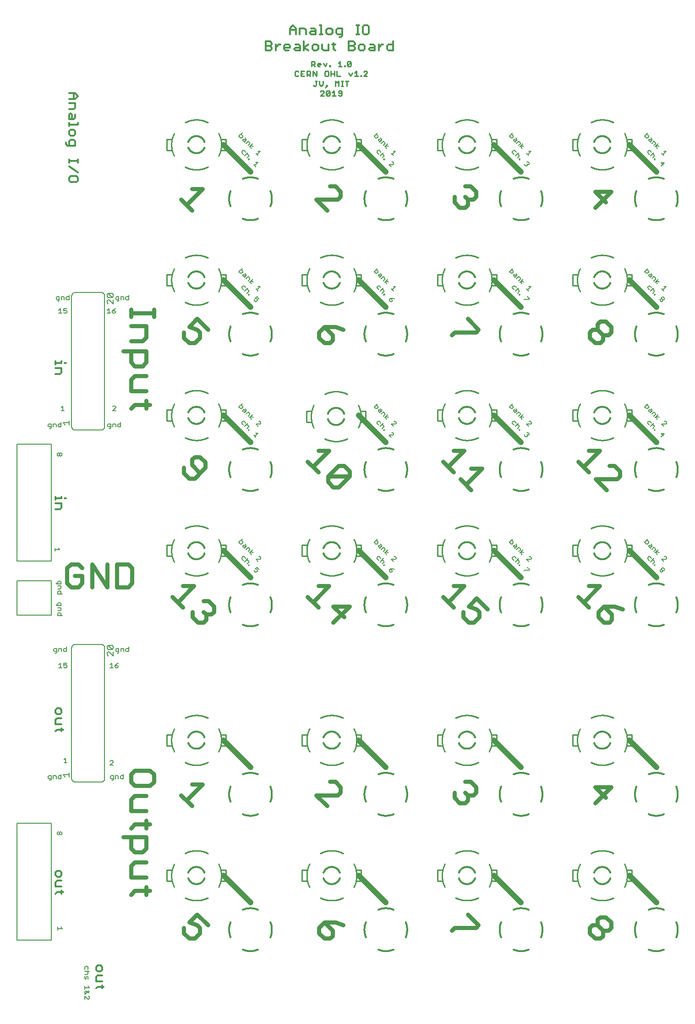
<source format=gto>
G75*
%MOIN*%
%OFA0B0*%
%FSLAX25Y25*%
%IPPOS*%
%LPD*%
%AMOC8*
5,1,8,0,0,1.08239X$1,22.5*
%
%ADD10C,0.01300*%
%ADD11C,0.01000*%
%ADD12C,0.03100*%
%ADD13C,0.03937*%
%ADD14C,0.00600*%
%ADD15C,0.01200*%
%ADD16C,0.00500*%
D10*
X0086008Y0076894D02*
X0087105Y0077991D01*
X0091491Y0077991D01*
X0090395Y0079087D02*
X0090395Y0076894D01*
X0090395Y0081951D02*
X0086008Y0081951D01*
X0086008Y0085241D01*
X0087105Y0086338D01*
X0090395Y0086338D01*
X0089298Y0089202D02*
X0090395Y0090298D01*
X0090395Y0092491D01*
X0089298Y0093588D01*
X0087105Y0093588D01*
X0086008Y0092491D01*
X0086008Y0090298D01*
X0087105Y0089202D01*
X0089298Y0089202D01*
X0060867Y0145792D02*
X0060867Y0147985D01*
X0061964Y0146888D02*
X0057577Y0146888D01*
X0056481Y0145792D01*
X0056481Y0150849D02*
X0060867Y0150849D01*
X0060867Y0155235D02*
X0057577Y0155235D01*
X0056481Y0154139D01*
X0056481Y0150849D01*
X0057577Y0158099D02*
X0056481Y0159196D01*
X0056481Y0161389D01*
X0057577Y0162486D01*
X0059771Y0162486D01*
X0060867Y0161389D01*
X0060867Y0159196D01*
X0059771Y0158099D01*
X0057577Y0158099D01*
X0056481Y0263902D02*
X0057577Y0264999D01*
X0061964Y0264999D01*
X0060867Y0266095D02*
X0060867Y0263902D01*
X0060867Y0268959D02*
X0056481Y0268959D01*
X0056481Y0272249D01*
X0057577Y0273346D01*
X0060867Y0273346D01*
X0059771Y0276209D02*
X0060867Y0277306D01*
X0060867Y0279499D01*
X0059771Y0280596D01*
X0057577Y0280596D01*
X0056481Y0279499D01*
X0056481Y0277306D01*
X0057577Y0276209D01*
X0059771Y0276209D01*
X0059771Y0425231D02*
X0056481Y0425231D01*
X0059771Y0425231D02*
X0060867Y0426328D01*
X0060867Y0429617D01*
X0056481Y0429617D01*
X0056481Y0432258D02*
X0056481Y0434451D01*
X0056481Y0433354D02*
X0060867Y0433354D01*
X0060867Y0434451D01*
X0063060Y0433354D02*
X0064157Y0433354D01*
X0059771Y0523656D02*
X0056481Y0523656D01*
X0059771Y0523656D02*
X0060867Y0524753D01*
X0060867Y0528043D01*
X0056481Y0528043D01*
X0056481Y0530683D02*
X0056481Y0532876D01*
X0056481Y0531780D02*
X0060867Y0531780D01*
X0060867Y0532876D01*
X0063060Y0531780D02*
X0064157Y0531780D01*
X0067420Y0663186D02*
X0071806Y0663186D01*
X0072903Y0664283D01*
X0072903Y0666476D01*
X0071806Y0667573D01*
X0067420Y0667573D01*
X0066323Y0666476D01*
X0066323Y0664283D01*
X0067420Y0663186D01*
X0072903Y0670437D02*
X0066323Y0674823D01*
X0066323Y0677463D02*
X0066323Y0679657D01*
X0066323Y0678560D02*
X0072903Y0678560D01*
X0072903Y0679657D02*
X0072903Y0677463D01*
X0070710Y0689771D02*
X0065227Y0689771D01*
X0064130Y0690867D01*
X0064130Y0691964D01*
X0066323Y0693061D02*
X0066323Y0689771D01*
X0066323Y0693061D02*
X0067420Y0694157D01*
X0069613Y0694157D01*
X0070710Y0693061D01*
X0070710Y0689771D01*
X0069613Y0697021D02*
X0067420Y0697021D01*
X0066323Y0698118D01*
X0066323Y0700311D01*
X0067420Y0701407D01*
X0069613Y0701407D01*
X0070710Y0700311D01*
X0070710Y0698118D01*
X0069613Y0697021D01*
X0066323Y0704048D02*
X0066323Y0706241D01*
X0066323Y0705144D02*
X0072903Y0705144D01*
X0072903Y0706241D01*
X0069613Y0709105D02*
X0066323Y0709105D01*
X0066323Y0712395D01*
X0067420Y0713491D01*
X0068516Y0712395D01*
X0068516Y0709105D01*
X0069613Y0709105D02*
X0070710Y0710201D01*
X0070710Y0712395D01*
X0069613Y0716355D02*
X0066323Y0716355D01*
X0069613Y0716355D02*
X0070710Y0717452D01*
X0070710Y0720741D01*
X0066323Y0720741D01*
X0066323Y0723605D02*
X0070710Y0723605D01*
X0072903Y0725799D01*
X0070710Y0727992D01*
X0066323Y0727992D01*
X0069613Y0727992D02*
X0069613Y0723605D01*
X0209444Y0758934D02*
X0212734Y0758934D01*
X0213830Y0760031D01*
X0213830Y0761127D01*
X0212734Y0762224D01*
X0209444Y0762224D01*
X0212734Y0762224D02*
X0213830Y0763321D01*
X0213830Y0764417D01*
X0212734Y0765514D01*
X0209444Y0765514D01*
X0209444Y0758934D01*
X0216694Y0758934D02*
X0216694Y0763321D01*
X0218887Y0763321D02*
X0216694Y0761127D01*
X0218887Y0763321D02*
X0219984Y0763321D01*
X0222736Y0762224D02*
X0223833Y0763321D01*
X0226026Y0763321D01*
X0227122Y0762224D01*
X0227122Y0761127D01*
X0222736Y0761127D01*
X0222736Y0760031D02*
X0222736Y0762224D01*
X0222736Y0760031D02*
X0223833Y0758934D01*
X0226026Y0758934D01*
X0229986Y0760031D02*
X0231083Y0761127D01*
X0234373Y0761127D01*
X0234373Y0762224D02*
X0234373Y0758934D01*
X0231083Y0758934D01*
X0229986Y0760031D01*
X0231083Y0763321D02*
X0233276Y0763321D01*
X0234373Y0762224D01*
X0237237Y0761127D02*
X0240526Y0763321D01*
X0243278Y0762224D02*
X0243278Y0760031D01*
X0244375Y0758934D01*
X0246568Y0758934D01*
X0247665Y0760031D01*
X0247665Y0762224D01*
X0246568Y0763321D01*
X0244375Y0763321D01*
X0243278Y0762224D01*
X0240526Y0758934D02*
X0237237Y0761127D01*
X0237237Y0758934D02*
X0237237Y0765514D01*
X0238602Y0770745D02*
X0238602Y0774035D01*
X0237505Y0775132D01*
X0234216Y0775132D01*
X0234216Y0770745D01*
X0231352Y0770745D02*
X0231352Y0775132D01*
X0229159Y0777325D01*
X0226965Y0775132D01*
X0226965Y0770745D01*
X0226965Y0774035D02*
X0231352Y0774035D01*
X0241466Y0771842D02*
X0242562Y0772938D01*
X0245852Y0772938D01*
X0245852Y0774035D02*
X0245852Y0770745D01*
X0242562Y0770745D01*
X0241466Y0771842D01*
X0242562Y0775132D02*
X0244756Y0775132D01*
X0245852Y0774035D01*
X0248716Y0770745D02*
X0250909Y0770745D01*
X0249813Y0770745D02*
X0249813Y0777325D01*
X0248716Y0777325D01*
X0253550Y0774035D02*
X0253550Y0771842D01*
X0254646Y0770745D01*
X0256840Y0770745D01*
X0257936Y0771842D01*
X0257936Y0774035D01*
X0256840Y0775132D01*
X0254646Y0775132D01*
X0253550Y0774035D01*
X0260800Y0774035D02*
X0260800Y0771842D01*
X0261897Y0770745D01*
X0265186Y0770745D01*
X0265186Y0769649D02*
X0265186Y0775132D01*
X0261897Y0775132D01*
X0260800Y0774035D01*
X0262993Y0768552D02*
X0264090Y0768552D01*
X0265186Y0769649D01*
X0269863Y0765514D02*
X0273153Y0765514D01*
X0274249Y0764417D01*
X0274249Y0763321D01*
X0273153Y0762224D01*
X0269863Y0762224D01*
X0273153Y0762224D02*
X0274249Y0761127D01*
X0274249Y0760031D01*
X0273153Y0758934D01*
X0269863Y0758934D01*
X0269863Y0765514D01*
X0275301Y0770745D02*
X0277494Y0770745D01*
X0276397Y0770745D02*
X0276397Y0777325D01*
X0275301Y0777325D02*
X0277494Y0777325D01*
X0280134Y0776228D02*
X0280134Y0771842D01*
X0281231Y0770745D01*
X0283424Y0770745D01*
X0284520Y0771842D01*
X0284520Y0776228D01*
X0283424Y0777325D01*
X0281231Y0777325D01*
X0280134Y0776228D01*
X0280403Y0763321D02*
X0278210Y0763321D01*
X0277113Y0762224D01*
X0277113Y0760031D01*
X0278210Y0758934D01*
X0280403Y0758934D01*
X0281500Y0760031D01*
X0281500Y0762224D01*
X0280403Y0763321D01*
X0285460Y0763321D02*
X0287653Y0763321D01*
X0288750Y0762224D01*
X0288750Y0758934D01*
X0285460Y0758934D01*
X0284363Y0760031D01*
X0285460Y0761127D01*
X0288750Y0761127D01*
X0291614Y0761127D02*
X0293807Y0763321D01*
X0294903Y0763321D01*
X0297656Y0762224D02*
X0298752Y0763321D01*
X0302042Y0763321D01*
X0302042Y0765514D02*
X0302042Y0758934D01*
X0298752Y0758934D01*
X0297656Y0760031D01*
X0297656Y0762224D01*
X0291614Y0763321D02*
X0291614Y0758934D01*
X0259972Y0758934D02*
X0258876Y0760031D01*
X0258876Y0764417D01*
X0259972Y0763321D02*
X0257779Y0763321D01*
X0254915Y0763321D02*
X0254915Y0758934D01*
X0251625Y0758934D01*
X0250529Y0760031D01*
X0250529Y0763321D01*
D11*
X0251380Y0749761D02*
X0252623Y0747276D01*
X0253865Y0749761D01*
X0255730Y0747897D02*
X0256352Y0747897D01*
X0256352Y0747276D01*
X0255730Y0747276D01*
X0255730Y0747897D01*
X0256818Y0743917D02*
X0256818Y0740189D01*
X0256818Y0742053D02*
X0259303Y0742053D01*
X0259303Y0743917D02*
X0259303Y0740189D01*
X0261168Y0740189D02*
X0263653Y0740189D01*
X0261168Y0740189D02*
X0261168Y0743917D01*
X0262256Y0747276D02*
X0264741Y0747276D01*
X0263498Y0747276D02*
X0263498Y0751003D01*
X0262256Y0749761D01*
X0266606Y0747897D02*
X0267227Y0747897D01*
X0267227Y0747276D01*
X0266606Y0747276D01*
X0266606Y0747897D01*
X0268781Y0747897D02*
X0271266Y0750382D01*
X0271266Y0747897D01*
X0270645Y0747276D01*
X0269402Y0747276D01*
X0268781Y0747897D01*
X0268781Y0750382D01*
X0269402Y0751003D01*
X0270645Y0751003D01*
X0271266Y0750382D01*
X0275461Y0743917D02*
X0274219Y0742674D01*
X0275461Y0743917D02*
X0275461Y0740189D01*
X0274219Y0740189D02*
X0276704Y0740189D01*
X0278569Y0740189D02*
X0279190Y0740189D01*
X0279190Y0740810D01*
X0278569Y0740810D01*
X0278569Y0740189D01*
X0280744Y0740189D02*
X0283229Y0742674D01*
X0283229Y0743295D01*
X0282608Y0743917D01*
X0281365Y0743917D01*
X0280744Y0743295D01*
X0280744Y0740189D02*
X0283229Y0740189D01*
X0272354Y0742674D02*
X0271111Y0740189D01*
X0269868Y0742674D01*
X0269816Y0736830D02*
X0267331Y0736830D01*
X0268573Y0736830D02*
X0268573Y0733102D01*
X0265673Y0733102D02*
X0264431Y0733102D01*
X0265052Y0733102D02*
X0265052Y0736830D01*
X0264431Y0736830D02*
X0265673Y0736830D01*
X0262566Y0736830D02*
X0262566Y0733102D01*
X0260081Y0733102D02*
X0260081Y0736830D01*
X0261323Y0735587D01*
X0262566Y0736830D01*
X0262877Y0729743D02*
X0262256Y0729122D01*
X0262256Y0728501D01*
X0262877Y0727880D01*
X0264741Y0727880D01*
X0264741Y0729122D02*
X0264741Y0726637D01*
X0264119Y0726016D01*
X0262877Y0726016D01*
X0262256Y0726637D01*
X0260391Y0726016D02*
X0257906Y0726016D01*
X0259148Y0726016D02*
X0259148Y0729743D01*
X0257906Y0728501D01*
X0256040Y0729122D02*
X0253555Y0726637D01*
X0254177Y0726016D01*
X0255419Y0726016D01*
X0256040Y0726637D01*
X0256040Y0729122D01*
X0255419Y0729743D01*
X0254177Y0729743D01*
X0253555Y0729122D01*
X0253555Y0726637D01*
X0251690Y0726016D02*
X0249205Y0726016D01*
X0251690Y0728501D01*
X0251690Y0729122D01*
X0251069Y0729743D01*
X0249826Y0729743D01*
X0249205Y0729122D01*
X0249723Y0733102D02*
X0250965Y0734345D01*
X0250965Y0736830D01*
X0248480Y0736830D02*
X0248480Y0734345D01*
X0249723Y0733102D01*
X0252830Y0731860D02*
X0254073Y0733102D01*
X0253452Y0733102D01*
X0253452Y0733724D01*
X0254073Y0733724D01*
X0254073Y0733102D01*
X0254332Y0740189D02*
X0254953Y0740810D01*
X0254953Y0743295D01*
X0254332Y0743917D01*
X0253089Y0743917D01*
X0252468Y0743295D01*
X0252468Y0740810D01*
X0253089Y0740189D01*
X0254332Y0740189D01*
X0248894Y0747276D02*
X0247651Y0747276D01*
X0247030Y0747897D01*
X0247030Y0749139D01*
X0247651Y0749761D01*
X0248894Y0749761D01*
X0249515Y0749139D01*
X0249515Y0748518D01*
X0247030Y0748518D01*
X0245165Y0749139D02*
X0244544Y0748518D01*
X0242680Y0748518D01*
X0242680Y0747276D02*
X0242680Y0751003D01*
X0244544Y0751003D01*
X0245165Y0750382D01*
X0245165Y0749139D01*
X0243922Y0748518D02*
X0245165Y0747276D01*
X0246252Y0743917D02*
X0246252Y0740189D01*
X0243767Y0743917D01*
X0243767Y0740189D01*
X0241902Y0740189D02*
X0240660Y0741431D01*
X0241281Y0741431D02*
X0239417Y0741431D01*
X0239417Y0740189D02*
X0239417Y0743917D01*
X0241281Y0743917D01*
X0241902Y0743295D01*
X0241902Y0742053D01*
X0241281Y0741431D01*
X0237552Y0740189D02*
X0235067Y0740189D01*
X0235067Y0743917D01*
X0237552Y0743917D01*
X0236310Y0742053D02*
X0235067Y0742053D01*
X0233202Y0743295D02*
X0232581Y0743917D01*
X0231338Y0743917D01*
X0230717Y0743295D01*
X0230717Y0740810D01*
X0231338Y0740189D01*
X0232581Y0740189D01*
X0233202Y0740810D01*
X0245372Y0736830D02*
X0246615Y0736830D01*
X0245994Y0736830D02*
X0245994Y0733724D01*
X0245372Y0733102D01*
X0244751Y0733102D01*
X0244130Y0733724D01*
X0262877Y0729743D02*
X0264119Y0729743D01*
X0264741Y0729122D01*
X0275406Y0694476D02*
X0278906Y0694476D01*
X0278906Y0686476D01*
X0275406Y0686476D01*
X0265674Y0706618D02*
X0265280Y0706814D01*
X0264881Y0707000D01*
X0264477Y0707177D01*
X0264070Y0707343D01*
X0263659Y0707500D01*
X0263244Y0707647D01*
X0262825Y0707783D01*
X0262403Y0707910D01*
X0261979Y0708026D01*
X0261551Y0708132D01*
X0261122Y0708227D01*
X0260690Y0708312D01*
X0260256Y0708387D01*
X0259820Y0708451D01*
X0259383Y0708504D01*
X0258945Y0708547D01*
X0258506Y0708579D01*
X0258066Y0708600D01*
X0257626Y0708611D01*
X0257186Y0708611D01*
X0256746Y0708600D01*
X0256306Y0708579D01*
X0255867Y0708547D01*
X0255429Y0708504D01*
X0254992Y0708451D01*
X0254556Y0708387D01*
X0254122Y0708312D01*
X0253690Y0708227D01*
X0253261Y0708132D01*
X0252833Y0708026D01*
X0252409Y0707910D01*
X0251987Y0707783D01*
X0251568Y0707647D01*
X0251153Y0707500D01*
X0250742Y0707343D01*
X0250335Y0707177D01*
X0249931Y0707000D01*
X0249532Y0706814D01*
X0249138Y0706618D01*
X0239406Y0694476D02*
X0235906Y0694476D01*
X0235906Y0686476D01*
X0239406Y0686476D01*
X0241263Y0682208D02*
X0241067Y0682602D01*
X0240881Y0683001D01*
X0240704Y0683405D01*
X0240538Y0683812D01*
X0240381Y0684223D01*
X0240234Y0684638D01*
X0240098Y0685057D01*
X0239971Y0685479D01*
X0239855Y0685903D01*
X0239749Y0686331D01*
X0239654Y0686760D01*
X0239569Y0687192D01*
X0239494Y0687626D01*
X0239430Y0688062D01*
X0239377Y0688499D01*
X0239334Y0688937D01*
X0239302Y0689376D01*
X0239281Y0689816D01*
X0239270Y0690256D01*
X0239270Y0690696D01*
X0239281Y0691136D01*
X0239302Y0691576D01*
X0239334Y0692015D01*
X0239377Y0692453D01*
X0239430Y0692890D01*
X0239494Y0693326D01*
X0239569Y0693760D01*
X0239654Y0694192D01*
X0239749Y0694621D01*
X0239855Y0695049D01*
X0239971Y0695473D01*
X0240098Y0695895D01*
X0240234Y0696314D01*
X0240381Y0696729D01*
X0240538Y0697140D01*
X0240704Y0697547D01*
X0240881Y0697951D01*
X0241067Y0698350D01*
X0241263Y0698744D01*
X0273548Y0698744D02*
X0273744Y0698350D01*
X0273930Y0697951D01*
X0274107Y0697547D01*
X0274273Y0697140D01*
X0274430Y0696729D01*
X0274577Y0696314D01*
X0274713Y0695895D01*
X0274840Y0695473D01*
X0274956Y0695049D01*
X0275062Y0694621D01*
X0275157Y0694192D01*
X0275242Y0693760D01*
X0275317Y0693326D01*
X0275381Y0692890D01*
X0275434Y0692453D01*
X0275477Y0692015D01*
X0275509Y0691576D01*
X0275530Y0691136D01*
X0275541Y0690696D01*
X0275541Y0690256D01*
X0275530Y0689816D01*
X0275509Y0689376D01*
X0275477Y0688937D01*
X0275434Y0688499D01*
X0275381Y0688062D01*
X0275317Y0687626D01*
X0275242Y0687192D01*
X0275157Y0686760D01*
X0275062Y0686331D01*
X0274956Y0685903D01*
X0274840Y0685479D01*
X0274713Y0685057D01*
X0274577Y0684638D01*
X0274430Y0684223D01*
X0274273Y0683812D01*
X0274107Y0683405D01*
X0273930Y0683001D01*
X0273744Y0682602D01*
X0273548Y0682208D01*
X0265674Y0674334D02*
X0265280Y0674138D01*
X0264881Y0673952D01*
X0264477Y0673775D01*
X0264070Y0673609D01*
X0263659Y0673452D01*
X0263244Y0673305D01*
X0262825Y0673169D01*
X0262403Y0673042D01*
X0261979Y0672926D01*
X0261551Y0672820D01*
X0261122Y0672725D01*
X0260690Y0672640D01*
X0260256Y0672565D01*
X0259820Y0672501D01*
X0259383Y0672448D01*
X0258945Y0672405D01*
X0258506Y0672373D01*
X0258066Y0672352D01*
X0257626Y0672341D01*
X0257186Y0672341D01*
X0256746Y0672352D01*
X0256306Y0672373D01*
X0255867Y0672405D01*
X0255429Y0672448D01*
X0254992Y0672501D01*
X0254556Y0672565D01*
X0254122Y0672640D01*
X0253690Y0672725D01*
X0253261Y0672820D01*
X0252833Y0672926D01*
X0252409Y0673042D01*
X0251987Y0673169D01*
X0251568Y0673305D01*
X0251153Y0673452D01*
X0250742Y0673609D01*
X0250335Y0673775D01*
X0249931Y0673952D01*
X0249532Y0674138D01*
X0249138Y0674334D01*
X0239406Y0596051D02*
X0235906Y0596051D01*
X0235906Y0588051D01*
X0239406Y0588051D01*
X0241263Y0583783D02*
X0241067Y0584177D01*
X0240881Y0584576D01*
X0240704Y0584980D01*
X0240538Y0585387D01*
X0240381Y0585798D01*
X0240234Y0586213D01*
X0240098Y0586632D01*
X0239971Y0587054D01*
X0239855Y0587478D01*
X0239749Y0587906D01*
X0239654Y0588335D01*
X0239569Y0588767D01*
X0239494Y0589201D01*
X0239430Y0589637D01*
X0239377Y0590074D01*
X0239334Y0590512D01*
X0239302Y0590951D01*
X0239281Y0591391D01*
X0239270Y0591831D01*
X0239270Y0592271D01*
X0239281Y0592711D01*
X0239302Y0593151D01*
X0239334Y0593590D01*
X0239377Y0594028D01*
X0239430Y0594465D01*
X0239494Y0594901D01*
X0239569Y0595335D01*
X0239654Y0595767D01*
X0239749Y0596196D01*
X0239855Y0596624D01*
X0239971Y0597048D01*
X0240098Y0597470D01*
X0240234Y0597889D01*
X0240381Y0598304D01*
X0240538Y0598715D01*
X0240704Y0599122D01*
X0240881Y0599526D01*
X0241067Y0599925D01*
X0241263Y0600319D01*
X0249138Y0608193D02*
X0249532Y0608389D01*
X0249931Y0608575D01*
X0250335Y0608752D01*
X0250742Y0608918D01*
X0251153Y0609075D01*
X0251568Y0609222D01*
X0251987Y0609358D01*
X0252409Y0609485D01*
X0252833Y0609601D01*
X0253261Y0609707D01*
X0253690Y0609802D01*
X0254122Y0609887D01*
X0254556Y0609962D01*
X0254992Y0610026D01*
X0255429Y0610079D01*
X0255867Y0610122D01*
X0256306Y0610154D01*
X0256746Y0610175D01*
X0257186Y0610186D01*
X0257626Y0610186D01*
X0258066Y0610175D01*
X0258506Y0610154D01*
X0258945Y0610122D01*
X0259383Y0610079D01*
X0259820Y0610026D01*
X0260256Y0609962D01*
X0260690Y0609887D01*
X0261122Y0609802D01*
X0261551Y0609707D01*
X0261979Y0609601D01*
X0262403Y0609485D01*
X0262825Y0609358D01*
X0263244Y0609222D01*
X0263659Y0609075D01*
X0264070Y0608918D01*
X0264477Y0608752D01*
X0264881Y0608575D01*
X0265280Y0608389D01*
X0265674Y0608193D01*
X0275406Y0596051D02*
X0278906Y0596051D01*
X0278906Y0588051D01*
X0275406Y0588051D01*
X0273548Y0583783D02*
X0273744Y0584177D01*
X0273930Y0584576D01*
X0274107Y0584980D01*
X0274273Y0585387D01*
X0274430Y0585798D01*
X0274577Y0586213D01*
X0274713Y0586632D01*
X0274840Y0587054D01*
X0274956Y0587478D01*
X0275062Y0587906D01*
X0275157Y0588335D01*
X0275242Y0588767D01*
X0275317Y0589201D01*
X0275381Y0589637D01*
X0275434Y0590074D01*
X0275477Y0590512D01*
X0275509Y0590951D01*
X0275530Y0591391D01*
X0275541Y0591831D01*
X0275541Y0592271D01*
X0275530Y0592711D01*
X0275509Y0593151D01*
X0275477Y0593590D01*
X0275434Y0594028D01*
X0275381Y0594465D01*
X0275317Y0594901D01*
X0275242Y0595335D01*
X0275157Y0595767D01*
X0275062Y0596196D01*
X0274956Y0596624D01*
X0274840Y0597048D01*
X0274713Y0597470D01*
X0274577Y0597889D01*
X0274430Y0598304D01*
X0274273Y0598715D01*
X0274107Y0599122D01*
X0273930Y0599526D01*
X0273744Y0599925D01*
X0273548Y0600319D01*
X0265674Y0575909D02*
X0265280Y0575713D01*
X0264881Y0575527D01*
X0264477Y0575350D01*
X0264070Y0575184D01*
X0263659Y0575027D01*
X0263244Y0574880D01*
X0262825Y0574744D01*
X0262403Y0574617D01*
X0261979Y0574501D01*
X0261551Y0574395D01*
X0261122Y0574300D01*
X0260690Y0574215D01*
X0260256Y0574140D01*
X0259820Y0574076D01*
X0259383Y0574023D01*
X0258945Y0573980D01*
X0258506Y0573948D01*
X0258066Y0573927D01*
X0257626Y0573916D01*
X0257186Y0573916D01*
X0256746Y0573927D01*
X0256306Y0573948D01*
X0255867Y0573980D01*
X0255429Y0574023D01*
X0254992Y0574076D01*
X0254556Y0574140D01*
X0254122Y0574215D01*
X0253690Y0574300D01*
X0253261Y0574395D01*
X0252833Y0574501D01*
X0252409Y0574617D01*
X0251987Y0574744D01*
X0251568Y0574880D01*
X0251153Y0575027D01*
X0250742Y0575184D01*
X0250335Y0575350D01*
X0249931Y0575527D01*
X0249532Y0575713D01*
X0249138Y0575909D01*
X0242555Y0496839D02*
X0239055Y0496839D01*
X0239055Y0488839D01*
X0242555Y0488839D01*
X0244413Y0484571D02*
X0244217Y0484965D01*
X0244031Y0485364D01*
X0243854Y0485768D01*
X0243688Y0486175D01*
X0243531Y0486586D01*
X0243384Y0487001D01*
X0243248Y0487420D01*
X0243121Y0487842D01*
X0243005Y0488266D01*
X0242899Y0488694D01*
X0242804Y0489123D01*
X0242719Y0489555D01*
X0242644Y0489989D01*
X0242580Y0490425D01*
X0242527Y0490862D01*
X0242484Y0491300D01*
X0242452Y0491739D01*
X0242431Y0492179D01*
X0242420Y0492619D01*
X0242420Y0493059D01*
X0242431Y0493499D01*
X0242452Y0493939D01*
X0242484Y0494378D01*
X0242527Y0494816D01*
X0242580Y0495253D01*
X0242644Y0495689D01*
X0242719Y0496123D01*
X0242804Y0496555D01*
X0242899Y0496984D01*
X0243005Y0497412D01*
X0243121Y0497836D01*
X0243248Y0498258D01*
X0243384Y0498677D01*
X0243531Y0499092D01*
X0243688Y0499503D01*
X0243854Y0499910D01*
X0244031Y0500314D01*
X0244217Y0500713D01*
X0244413Y0501107D01*
X0252287Y0508981D02*
X0252681Y0509177D01*
X0253080Y0509363D01*
X0253484Y0509540D01*
X0253891Y0509706D01*
X0254302Y0509863D01*
X0254717Y0510010D01*
X0255136Y0510146D01*
X0255558Y0510273D01*
X0255982Y0510389D01*
X0256410Y0510495D01*
X0256839Y0510590D01*
X0257271Y0510675D01*
X0257705Y0510750D01*
X0258141Y0510814D01*
X0258578Y0510867D01*
X0259016Y0510910D01*
X0259455Y0510942D01*
X0259895Y0510963D01*
X0260335Y0510974D01*
X0260775Y0510974D01*
X0261215Y0510963D01*
X0261655Y0510942D01*
X0262094Y0510910D01*
X0262532Y0510867D01*
X0262969Y0510814D01*
X0263405Y0510750D01*
X0263839Y0510675D01*
X0264271Y0510590D01*
X0264700Y0510495D01*
X0265128Y0510389D01*
X0265552Y0510273D01*
X0265974Y0510146D01*
X0266393Y0510010D01*
X0266808Y0509863D01*
X0267219Y0509706D01*
X0267626Y0509540D01*
X0268030Y0509363D01*
X0268429Y0509177D01*
X0268823Y0508981D01*
X0278555Y0496839D02*
X0282055Y0496839D01*
X0282055Y0488839D01*
X0278555Y0488839D01*
X0268823Y0476697D02*
X0268429Y0476501D01*
X0268030Y0476315D01*
X0267626Y0476138D01*
X0267219Y0475972D01*
X0266808Y0475815D01*
X0266393Y0475668D01*
X0265974Y0475532D01*
X0265552Y0475405D01*
X0265128Y0475289D01*
X0264700Y0475183D01*
X0264271Y0475088D01*
X0263839Y0475003D01*
X0263405Y0474928D01*
X0262969Y0474864D01*
X0262532Y0474811D01*
X0262094Y0474768D01*
X0261655Y0474736D01*
X0261215Y0474715D01*
X0260775Y0474704D01*
X0260335Y0474704D01*
X0259895Y0474715D01*
X0259455Y0474736D01*
X0259016Y0474768D01*
X0258578Y0474811D01*
X0258141Y0474864D01*
X0257705Y0474928D01*
X0257271Y0475003D01*
X0256839Y0475088D01*
X0256410Y0475183D01*
X0255982Y0475289D01*
X0255558Y0475405D01*
X0255136Y0475532D01*
X0254717Y0475668D01*
X0254302Y0475815D01*
X0253891Y0475972D01*
X0253484Y0476138D01*
X0253080Y0476315D01*
X0252681Y0476501D01*
X0252287Y0476697D01*
X0276697Y0484571D02*
X0276893Y0484965D01*
X0277079Y0485364D01*
X0277256Y0485768D01*
X0277422Y0486175D01*
X0277579Y0486586D01*
X0277726Y0487001D01*
X0277862Y0487420D01*
X0277989Y0487842D01*
X0278105Y0488266D01*
X0278211Y0488694D01*
X0278306Y0489123D01*
X0278391Y0489555D01*
X0278466Y0489989D01*
X0278530Y0490425D01*
X0278583Y0490862D01*
X0278626Y0491300D01*
X0278658Y0491739D01*
X0278679Y0492179D01*
X0278690Y0492619D01*
X0278690Y0493059D01*
X0278679Y0493499D01*
X0278658Y0493939D01*
X0278626Y0494378D01*
X0278583Y0494816D01*
X0278530Y0495253D01*
X0278466Y0495689D01*
X0278391Y0496123D01*
X0278306Y0496555D01*
X0278211Y0496984D01*
X0278105Y0497412D01*
X0277989Y0497836D01*
X0277862Y0498258D01*
X0277726Y0498677D01*
X0277579Y0499092D01*
X0277422Y0499503D01*
X0277256Y0499910D01*
X0277079Y0500314D01*
X0276893Y0500713D01*
X0276697Y0501107D01*
X0334331Y0497626D02*
X0334331Y0489626D01*
X0337831Y0489626D01*
X0337831Y0497626D02*
X0334331Y0497626D01*
X0339689Y0501894D02*
X0339493Y0501500D01*
X0339307Y0501101D01*
X0339130Y0500697D01*
X0338964Y0500290D01*
X0338807Y0499879D01*
X0338660Y0499464D01*
X0338524Y0499045D01*
X0338397Y0498623D01*
X0338281Y0498199D01*
X0338175Y0497771D01*
X0338080Y0497342D01*
X0337995Y0496910D01*
X0337920Y0496476D01*
X0337856Y0496040D01*
X0337803Y0495603D01*
X0337760Y0495165D01*
X0337728Y0494726D01*
X0337707Y0494286D01*
X0337696Y0493846D01*
X0337696Y0493406D01*
X0337707Y0492966D01*
X0337728Y0492526D01*
X0337760Y0492087D01*
X0337803Y0491649D01*
X0337856Y0491212D01*
X0337920Y0490776D01*
X0337995Y0490342D01*
X0338080Y0489910D01*
X0338175Y0489481D01*
X0338281Y0489053D01*
X0338397Y0488629D01*
X0338524Y0488207D01*
X0338660Y0487788D01*
X0338807Y0487373D01*
X0338964Y0486962D01*
X0339130Y0486555D01*
X0339307Y0486151D01*
X0339493Y0485752D01*
X0339689Y0485358D01*
X0347563Y0509768D02*
X0347957Y0509964D01*
X0348356Y0510150D01*
X0348760Y0510327D01*
X0349167Y0510493D01*
X0349578Y0510650D01*
X0349993Y0510797D01*
X0350412Y0510933D01*
X0350834Y0511060D01*
X0351258Y0511176D01*
X0351686Y0511282D01*
X0352115Y0511377D01*
X0352547Y0511462D01*
X0352981Y0511537D01*
X0353417Y0511601D01*
X0353854Y0511654D01*
X0354292Y0511697D01*
X0354731Y0511729D01*
X0355171Y0511750D01*
X0355611Y0511761D01*
X0356051Y0511761D01*
X0356491Y0511750D01*
X0356931Y0511729D01*
X0357370Y0511697D01*
X0357808Y0511654D01*
X0358245Y0511601D01*
X0358681Y0511537D01*
X0359115Y0511462D01*
X0359547Y0511377D01*
X0359976Y0511282D01*
X0360404Y0511176D01*
X0360828Y0511060D01*
X0361250Y0510933D01*
X0361669Y0510797D01*
X0362084Y0510650D01*
X0362495Y0510493D01*
X0362902Y0510327D01*
X0363306Y0510150D01*
X0363705Y0509964D01*
X0364099Y0509768D01*
X0373831Y0497626D02*
X0377331Y0497626D01*
X0377331Y0489626D01*
X0373831Y0489626D01*
X0371973Y0485358D02*
X0372169Y0485752D01*
X0372355Y0486151D01*
X0372532Y0486555D01*
X0372698Y0486962D01*
X0372855Y0487373D01*
X0373002Y0487788D01*
X0373138Y0488207D01*
X0373265Y0488629D01*
X0373381Y0489053D01*
X0373487Y0489481D01*
X0373582Y0489910D01*
X0373667Y0490342D01*
X0373742Y0490776D01*
X0373806Y0491212D01*
X0373859Y0491649D01*
X0373902Y0492087D01*
X0373934Y0492526D01*
X0373955Y0492966D01*
X0373966Y0493406D01*
X0373966Y0493846D01*
X0373955Y0494286D01*
X0373934Y0494726D01*
X0373902Y0495165D01*
X0373859Y0495603D01*
X0373806Y0496040D01*
X0373742Y0496476D01*
X0373667Y0496910D01*
X0373582Y0497342D01*
X0373487Y0497771D01*
X0373381Y0498199D01*
X0373265Y0498623D01*
X0373138Y0499045D01*
X0373002Y0499464D01*
X0372855Y0499879D01*
X0372698Y0500290D01*
X0372532Y0500697D01*
X0372355Y0501101D01*
X0372169Y0501500D01*
X0371973Y0501894D01*
X0364099Y0477484D02*
X0363705Y0477288D01*
X0363306Y0477102D01*
X0362902Y0476925D01*
X0362495Y0476759D01*
X0362084Y0476602D01*
X0361669Y0476455D01*
X0361250Y0476319D01*
X0360828Y0476192D01*
X0360404Y0476076D01*
X0359976Y0475970D01*
X0359547Y0475875D01*
X0359115Y0475790D01*
X0358681Y0475715D01*
X0358245Y0475651D01*
X0357808Y0475598D01*
X0357370Y0475555D01*
X0356931Y0475523D01*
X0356491Y0475502D01*
X0356051Y0475491D01*
X0355611Y0475491D01*
X0355171Y0475502D01*
X0354731Y0475523D01*
X0354292Y0475555D01*
X0353854Y0475598D01*
X0353417Y0475651D01*
X0352981Y0475715D01*
X0352547Y0475790D01*
X0352115Y0475875D01*
X0351686Y0475970D01*
X0351258Y0476076D01*
X0350834Y0476192D01*
X0350412Y0476319D01*
X0349993Y0476455D01*
X0349578Y0476602D01*
X0349167Y0476759D01*
X0348760Y0476925D01*
X0348356Y0477102D01*
X0347957Y0477288D01*
X0347563Y0477484D01*
X0337831Y0399201D02*
X0334331Y0399201D01*
X0334331Y0391201D01*
X0337831Y0391201D01*
X0347563Y0379059D02*
X0347957Y0378863D01*
X0348356Y0378677D01*
X0348760Y0378500D01*
X0349167Y0378334D01*
X0349578Y0378177D01*
X0349993Y0378030D01*
X0350412Y0377894D01*
X0350834Y0377767D01*
X0351258Y0377651D01*
X0351686Y0377545D01*
X0352115Y0377450D01*
X0352547Y0377365D01*
X0352981Y0377290D01*
X0353417Y0377226D01*
X0353854Y0377173D01*
X0354292Y0377130D01*
X0354731Y0377098D01*
X0355171Y0377077D01*
X0355611Y0377066D01*
X0356051Y0377066D01*
X0356491Y0377077D01*
X0356931Y0377098D01*
X0357370Y0377130D01*
X0357808Y0377173D01*
X0358245Y0377226D01*
X0358681Y0377290D01*
X0359115Y0377365D01*
X0359547Y0377450D01*
X0359976Y0377545D01*
X0360404Y0377651D01*
X0360828Y0377767D01*
X0361250Y0377894D01*
X0361669Y0378030D01*
X0362084Y0378177D01*
X0362495Y0378334D01*
X0362902Y0378500D01*
X0363306Y0378677D01*
X0363705Y0378863D01*
X0364099Y0379059D01*
X0373831Y0391201D02*
X0377331Y0391201D01*
X0377331Y0399201D01*
X0373831Y0399201D01*
X0364099Y0411343D02*
X0363705Y0411539D01*
X0363306Y0411725D01*
X0362902Y0411902D01*
X0362495Y0412068D01*
X0362084Y0412225D01*
X0361669Y0412372D01*
X0361250Y0412508D01*
X0360828Y0412635D01*
X0360404Y0412751D01*
X0359976Y0412857D01*
X0359547Y0412952D01*
X0359115Y0413037D01*
X0358681Y0413112D01*
X0358245Y0413176D01*
X0357808Y0413229D01*
X0357370Y0413272D01*
X0356931Y0413304D01*
X0356491Y0413325D01*
X0356051Y0413336D01*
X0355611Y0413336D01*
X0355171Y0413325D01*
X0354731Y0413304D01*
X0354292Y0413272D01*
X0353854Y0413229D01*
X0353417Y0413176D01*
X0352981Y0413112D01*
X0352547Y0413037D01*
X0352115Y0412952D01*
X0351686Y0412857D01*
X0351258Y0412751D01*
X0350834Y0412635D01*
X0350412Y0412508D01*
X0349993Y0412372D01*
X0349578Y0412225D01*
X0349167Y0412068D01*
X0348760Y0411902D01*
X0348356Y0411725D01*
X0347957Y0411539D01*
X0347563Y0411343D01*
X0371973Y0403469D02*
X0372169Y0403075D01*
X0372355Y0402676D01*
X0372532Y0402272D01*
X0372698Y0401865D01*
X0372855Y0401454D01*
X0373002Y0401039D01*
X0373138Y0400620D01*
X0373265Y0400198D01*
X0373381Y0399774D01*
X0373487Y0399346D01*
X0373582Y0398917D01*
X0373667Y0398485D01*
X0373742Y0398051D01*
X0373806Y0397615D01*
X0373859Y0397178D01*
X0373902Y0396740D01*
X0373934Y0396301D01*
X0373955Y0395861D01*
X0373966Y0395421D01*
X0373966Y0394981D01*
X0373955Y0394541D01*
X0373934Y0394101D01*
X0373902Y0393662D01*
X0373859Y0393224D01*
X0373806Y0392787D01*
X0373742Y0392351D01*
X0373667Y0391917D01*
X0373582Y0391485D01*
X0373487Y0391056D01*
X0373381Y0390628D01*
X0373265Y0390204D01*
X0373138Y0389782D01*
X0373002Y0389363D01*
X0372855Y0388948D01*
X0372698Y0388537D01*
X0372532Y0388130D01*
X0372355Y0387726D01*
X0372169Y0387327D01*
X0371973Y0386933D01*
X0339689Y0386933D02*
X0339493Y0387327D01*
X0339307Y0387726D01*
X0339130Y0388130D01*
X0338964Y0388537D01*
X0338807Y0388948D01*
X0338660Y0389363D01*
X0338524Y0389782D01*
X0338397Y0390204D01*
X0338281Y0390628D01*
X0338175Y0391056D01*
X0338080Y0391485D01*
X0337995Y0391917D01*
X0337920Y0392351D01*
X0337856Y0392787D01*
X0337803Y0393224D01*
X0337760Y0393662D01*
X0337728Y0394101D01*
X0337707Y0394541D01*
X0337696Y0394981D01*
X0337696Y0395421D01*
X0337707Y0395861D01*
X0337728Y0396301D01*
X0337760Y0396740D01*
X0337803Y0397178D01*
X0337856Y0397615D01*
X0337920Y0398051D01*
X0337995Y0398485D01*
X0338080Y0398917D01*
X0338175Y0399346D01*
X0338281Y0399774D01*
X0338397Y0400198D01*
X0338524Y0400620D01*
X0338660Y0401039D01*
X0338807Y0401454D01*
X0338964Y0401865D01*
X0339130Y0402272D01*
X0339307Y0402676D01*
X0339493Y0403075D01*
X0339689Y0403469D01*
X0278906Y0399201D02*
X0278906Y0391201D01*
X0275406Y0391201D01*
X0275406Y0399201D02*
X0278906Y0399201D01*
X0265674Y0411343D02*
X0265280Y0411539D01*
X0264881Y0411725D01*
X0264477Y0411902D01*
X0264070Y0412068D01*
X0263659Y0412225D01*
X0263244Y0412372D01*
X0262825Y0412508D01*
X0262403Y0412635D01*
X0261979Y0412751D01*
X0261551Y0412857D01*
X0261122Y0412952D01*
X0260690Y0413037D01*
X0260256Y0413112D01*
X0259820Y0413176D01*
X0259383Y0413229D01*
X0258945Y0413272D01*
X0258506Y0413304D01*
X0258066Y0413325D01*
X0257626Y0413336D01*
X0257186Y0413336D01*
X0256746Y0413325D01*
X0256306Y0413304D01*
X0255867Y0413272D01*
X0255429Y0413229D01*
X0254992Y0413176D01*
X0254556Y0413112D01*
X0254122Y0413037D01*
X0253690Y0412952D01*
X0253261Y0412857D01*
X0252833Y0412751D01*
X0252409Y0412635D01*
X0251987Y0412508D01*
X0251568Y0412372D01*
X0251153Y0412225D01*
X0250742Y0412068D01*
X0250335Y0411902D01*
X0249931Y0411725D01*
X0249532Y0411539D01*
X0249138Y0411343D01*
X0239406Y0399201D02*
X0235906Y0399201D01*
X0235906Y0391201D01*
X0239406Y0391201D01*
X0241263Y0386933D02*
X0241067Y0387327D01*
X0240881Y0387726D01*
X0240704Y0388130D01*
X0240538Y0388537D01*
X0240381Y0388948D01*
X0240234Y0389363D01*
X0240098Y0389782D01*
X0239971Y0390204D01*
X0239855Y0390628D01*
X0239749Y0391056D01*
X0239654Y0391485D01*
X0239569Y0391917D01*
X0239494Y0392351D01*
X0239430Y0392787D01*
X0239377Y0393224D01*
X0239334Y0393662D01*
X0239302Y0394101D01*
X0239281Y0394541D01*
X0239270Y0394981D01*
X0239270Y0395421D01*
X0239281Y0395861D01*
X0239302Y0396301D01*
X0239334Y0396740D01*
X0239377Y0397178D01*
X0239430Y0397615D01*
X0239494Y0398051D01*
X0239569Y0398485D01*
X0239654Y0398917D01*
X0239749Y0399346D01*
X0239855Y0399774D01*
X0239971Y0400198D01*
X0240098Y0400620D01*
X0240234Y0401039D01*
X0240381Y0401454D01*
X0240538Y0401865D01*
X0240704Y0402272D01*
X0240881Y0402676D01*
X0241067Y0403075D01*
X0241263Y0403469D01*
X0273548Y0403469D02*
X0273744Y0403075D01*
X0273930Y0402676D01*
X0274107Y0402272D01*
X0274273Y0401865D01*
X0274430Y0401454D01*
X0274577Y0401039D01*
X0274713Y0400620D01*
X0274840Y0400198D01*
X0274956Y0399774D01*
X0275062Y0399346D01*
X0275157Y0398917D01*
X0275242Y0398485D01*
X0275317Y0398051D01*
X0275381Y0397615D01*
X0275434Y0397178D01*
X0275477Y0396740D01*
X0275509Y0396301D01*
X0275530Y0395861D01*
X0275541Y0395421D01*
X0275541Y0394981D01*
X0275530Y0394541D01*
X0275509Y0394101D01*
X0275477Y0393662D01*
X0275434Y0393224D01*
X0275381Y0392787D01*
X0275317Y0392351D01*
X0275242Y0391917D01*
X0275157Y0391485D01*
X0275062Y0391056D01*
X0274956Y0390628D01*
X0274840Y0390204D01*
X0274713Y0389782D01*
X0274577Y0389363D01*
X0274430Y0388948D01*
X0274273Y0388537D01*
X0274107Y0388130D01*
X0273930Y0387726D01*
X0273744Y0387327D01*
X0273548Y0386933D01*
X0265674Y0379059D02*
X0265280Y0378863D01*
X0264881Y0378677D01*
X0264477Y0378500D01*
X0264070Y0378334D01*
X0263659Y0378177D01*
X0263244Y0378030D01*
X0262825Y0377894D01*
X0262403Y0377767D01*
X0261979Y0377651D01*
X0261551Y0377545D01*
X0261122Y0377450D01*
X0260690Y0377365D01*
X0260256Y0377290D01*
X0259820Y0377226D01*
X0259383Y0377173D01*
X0258945Y0377130D01*
X0258506Y0377098D01*
X0258066Y0377077D01*
X0257626Y0377066D01*
X0257186Y0377066D01*
X0256746Y0377077D01*
X0256306Y0377098D01*
X0255867Y0377130D01*
X0255429Y0377173D01*
X0254992Y0377226D01*
X0254556Y0377290D01*
X0254122Y0377365D01*
X0253690Y0377450D01*
X0253261Y0377545D01*
X0252833Y0377651D01*
X0252409Y0377767D01*
X0251987Y0377894D01*
X0251568Y0378030D01*
X0251153Y0378177D01*
X0250742Y0378334D01*
X0250335Y0378500D01*
X0249931Y0378677D01*
X0249532Y0378863D01*
X0249138Y0379059D01*
X0180480Y0391201D02*
X0180480Y0399201D01*
X0176980Y0399201D01*
X0176980Y0391201D02*
X0180480Y0391201D01*
X0167248Y0411343D02*
X0166854Y0411539D01*
X0166455Y0411725D01*
X0166051Y0411902D01*
X0165644Y0412068D01*
X0165233Y0412225D01*
X0164818Y0412372D01*
X0164399Y0412508D01*
X0163977Y0412635D01*
X0163553Y0412751D01*
X0163125Y0412857D01*
X0162696Y0412952D01*
X0162264Y0413037D01*
X0161830Y0413112D01*
X0161394Y0413176D01*
X0160957Y0413229D01*
X0160519Y0413272D01*
X0160080Y0413304D01*
X0159640Y0413325D01*
X0159200Y0413336D01*
X0158760Y0413336D01*
X0158320Y0413325D01*
X0157880Y0413304D01*
X0157441Y0413272D01*
X0157003Y0413229D01*
X0156566Y0413176D01*
X0156130Y0413112D01*
X0155696Y0413037D01*
X0155264Y0412952D01*
X0154835Y0412857D01*
X0154407Y0412751D01*
X0153983Y0412635D01*
X0153561Y0412508D01*
X0153142Y0412372D01*
X0152727Y0412225D01*
X0152316Y0412068D01*
X0151909Y0411902D01*
X0151505Y0411725D01*
X0151106Y0411539D01*
X0150712Y0411343D01*
X0140980Y0399201D02*
X0137480Y0399201D01*
X0137480Y0391201D01*
X0140980Y0391201D01*
X0142838Y0386933D02*
X0142642Y0387327D01*
X0142456Y0387726D01*
X0142279Y0388130D01*
X0142113Y0388537D01*
X0141956Y0388948D01*
X0141809Y0389363D01*
X0141673Y0389782D01*
X0141546Y0390204D01*
X0141430Y0390628D01*
X0141324Y0391056D01*
X0141229Y0391485D01*
X0141144Y0391917D01*
X0141069Y0392351D01*
X0141005Y0392787D01*
X0140952Y0393224D01*
X0140909Y0393662D01*
X0140877Y0394101D01*
X0140856Y0394541D01*
X0140845Y0394981D01*
X0140845Y0395421D01*
X0140856Y0395861D01*
X0140877Y0396301D01*
X0140909Y0396740D01*
X0140952Y0397178D01*
X0141005Y0397615D01*
X0141069Y0398051D01*
X0141144Y0398485D01*
X0141229Y0398917D01*
X0141324Y0399346D01*
X0141430Y0399774D01*
X0141546Y0400198D01*
X0141673Y0400620D01*
X0141809Y0401039D01*
X0141956Y0401454D01*
X0142113Y0401865D01*
X0142279Y0402272D01*
X0142456Y0402676D01*
X0142642Y0403075D01*
X0142838Y0403469D01*
X0175122Y0403469D02*
X0175318Y0403075D01*
X0175504Y0402676D01*
X0175681Y0402272D01*
X0175847Y0401865D01*
X0176004Y0401454D01*
X0176151Y0401039D01*
X0176287Y0400620D01*
X0176414Y0400198D01*
X0176530Y0399774D01*
X0176636Y0399346D01*
X0176731Y0398917D01*
X0176816Y0398485D01*
X0176891Y0398051D01*
X0176955Y0397615D01*
X0177008Y0397178D01*
X0177051Y0396740D01*
X0177083Y0396301D01*
X0177104Y0395861D01*
X0177115Y0395421D01*
X0177115Y0394981D01*
X0177104Y0394541D01*
X0177083Y0394101D01*
X0177051Y0393662D01*
X0177008Y0393224D01*
X0176955Y0392787D01*
X0176891Y0392351D01*
X0176816Y0391917D01*
X0176731Y0391485D01*
X0176636Y0391056D01*
X0176530Y0390628D01*
X0176414Y0390204D01*
X0176287Y0389782D01*
X0176151Y0389363D01*
X0176004Y0388948D01*
X0175847Y0388537D01*
X0175681Y0388130D01*
X0175504Y0387726D01*
X0175318Y0387327D01*
X0175122Y0386933D01*
X0167248Y0379059D02*
X0166854Y0378863D01*
X0166455Y0378677D01*
X0166051Y0378500D01*
X0165644Y0378334D01*
X0165233Y0378177D01*
X0164818Y0378030D01*
X0164399Y0377894D01*
X0163977Y0377767D01*
X0163553Y0377651D01*
X0163125Y0377545D01*
X0162696Y0377450D01*
X0162264Y0377365D01*
X0161830Y0377290D01*
X0161394Y0377226D01*
X0160957Y0377173D01*
X0160519Y0377130D01*
X0160080Y0377098D01*
X0159640Y0377077D01*
X0159200Y0377066D01*
X0158760Y0377066D01*
X0158320Y0377077D01*
X0157880Y0377098D01*
X0157441Y0377130D01*
X0157003Y0377173D01*
X0156566Y0377226D01*
X0156130Y0377290D01*
X0155696Y0377365D01*
X0155264Y0377450D01*
X0154835Y0377545D01*
X0154407Y0377651D01*
X0153983Y0377767D01*
X0153561Y0377894D01*
X0153142Y0378030D01*
X0152727Y0378177D01*
X0152316Y0378334D01*
X0151909Y0378500D01*
X0151505Y0378677D01*
X0151106Y0378863D01*
X0150712Y0379059D01*
X0140980Y0489626D02*
X0137480Y0489626D01*
X0137480Y0497626D01*
X0140980Y0497626D01*
X0142838Y0501894D02*
X0142642Y0501500D01*
X0142456Y0501101D01*
X0142279Y0500697D01*
X0142113Y0500290D01*
X0141956Y0499879D01*
X0141809Y0499464D01*
X0141673Y0499045D01*
X0141546Y0498623D01*
X0141430Y0498199D01*
X0141324Y0497771D01*
X0141229Y0497342D01*
X0141144Y0496910D01*
X0141069Y0496476D01*
X0141005Y0496040D01*
X0140952Y0495603D01*
X0140909Y0495165D01*
X0140877Y0494726D01*
X0140856Y0494286D01*
X0140845Y0493846D01*
X0140845Y0493406D01*
X0140856Y0492966D01*
X0140877Y0492526D01*
X0140909Y0492087D01*
X0140952Y0491649D01*
X0141005Y0491212D01*
X0141069Y0490776D01*
X0141144Y0490342D01*
X0141229Y0489910D01*
X0141324Y0489481D01*
X0141430Y0489053D01*
X0141546Y0488629D01*
X0141673Y0488207D01*
X0141809Y0487788D01*
X0141956Y0487373D01*
X0142113Y0486962D01*
X0142279Y0486555D01*
X0142456Y0486151D01*
X0142642Y0485752D01*
X0142838Y0485358D01*
X0150712Y0477484D02*
X0151106Y0477288D01*
X0151505Y0477102D01*
X0151909Y0476925D01*
X0152316Y0476759D01*
X0152727Y0476602D01*
X0153142Y0476455D01*
X0153561Y0476319D01*
X0153983Y0476192D01*
X0154407Y0476076D01*
X0154835Y0475970D01*
X0155264Y0475875D01*
X0155696Y0475790D01*
X0156130Y0475715D01*
X0156566Y0475651D01*
X0157003Y0475598D01*
X0157441Y0475555D01*
X0157880Y0475523D01*
X0158320Y0475502D01*
X0158760Y0475491D01*
X0159200Y0475491D01*
X0159640Y0475502D01*
X0160080Y0475523D01*
X0160519Y0475555D01*
X0160957Y0475598D01*
X0161394Y0475651D01*
X0161830Y0475715D01*
X0162264Y0475790D01*
X0162696Y0475875D01*
X0163125Y0475970D01*
X0163553Y0476076D01*
X0163977Y0476192D01*
X0164399Y0476319D01*
X0164818Y0476455D01*
X0165233Y0476602D01*
X0165644Y0476759D01*
X0166051Y0476925D01*
X0166455Y0477102D01*
X0166854Y0477288D01*
X0167248Y0477484D01*
X0176980Y0489626D02*
X0180480Y0489626D01*
X0180480Y0497626D01*
X0176980Y0497626D01*
X0167248Y0509768D02*
X0166854Y0509964D01*
X0166455Y0510150D01*
X0166051Y0510327D01*
X0165644Y0510493D01*
X0165233Y0510650D01*
X0164818Y0510797D01*
X0164399Y0510933D01*
X0163977Y0511060D01*
X0163553Y0511176D01*
X0163125Y0511282D01*
X0162696Y0511377D01*
X0162264Y0511462D01*
X0161830Y0511537D01*
X0161394Y0511601D01*
X0160957Y0511654D01*
X0160519Y0511697D01*
X0160080Y0511729D01*
X0159640Y0511750D01*
X0159200Y0511761D01*
X0158760Y0511761D01*
X0158320Y0511750D01*
X0157880Y0511729D01*
X0157441Y0511697D01*
X0157003Y0511654D01*
X0156566Y0511601D01*
X0156130Y0511537D01*
X0155696Y0511462D01*
X0155264Y0511377D01*
X0154835Y0511282D01*
X0154407Y0511176D01*
X0153983Y0511060D01*
X0153561Y0510933D01*
X0153142Y0510797D01*
X0152727Y0510650D01*
X0152316Y0510493D01*
X0151909Y0510327D01*
X0151505Y0510150D01*
X0151106Y0509964D01*
X0150712Y0509768D01*
X0175122Y0501894D02*
X0175318Y0501500D01*
X0175504Y0501101D01*
X0175681Y0500697D01*
X0175847Y0500290D01*
X0176004Y0499879D01*
X0176151Y0499464D01*
X0176287Y0499045D01*
X0176414Y0498623D01*
X0176530Y0498199D01*
X0176636Y0497771D01*
X0176731Y0497342D01*
X0176816Y0496910D01*
X0176891Y0496476D01*
X0176955Y0496040D01*
X0177008Y0495603D01*
X0177051Y0495165D01*
X0177083Y0494726D01*
X0177104Y0494286D01*
X0177115Y0493846D01*
X0177115Y0493406D01*
X0177104Y0492966D01*
X0177083Y0492526D01*
X0177051Y0492087D01*
X0177008Y0491649D01*
X0176955Y0491212D01*
X0176891Y0490776D01*
X0176816Y0490342D01*
X0176731Y0489910D01*
X0176636Y0489481D01*
X0176530Y0489053D01*
X0176414Y0488629D01*
X0176287Y0488207D01*
X0176151Y0487788D01*
X0176004Y0487373D01*
X0175847Y0486962D01*
X0175681Y0486555D01*
X0175504Y0486151D01*
X0175318Y0485752D01*
X0175122Y0485358D01*
X0176980Y0588051D02*
X0180480Y0588051D01*
X0180480Y0596051D01*
X0176980Y0596051D01*
X0167248Y0608193D02*
X0166854Y0608389D01*
X0166455Y0608575D01*
X0166051Y0608752D01*
X0165644Y0608918D01*
X0165233Y0609075D01*
X0164818Y0609222D01*
X0164399Y0609358D01*
X0163977Y0609485D01*
X0163553Y0609601D01*
X0163125Y0609707D01*
X0162696Y0609802D01*
X0162264Y0609887D01*
X0161830Y0609962D01*
X0161394Y0610026D01*
X0160957Y0610079D01*
X0160519Y0610122D01*
X0160080Y0610154D01*
X0159640Y0610175D01*
X0159200Y0610186D01*
X0158760Y0610186D01*
X0158320Y0610175D01*
X0157880Y0610154D01*
X0157441Y0610122D01*
X0157003Y0610079D01*
X0156566Y0610026D01*
X0156130Y0609962D01*
X0155696Y0609887D01*
X0155264Y0609802D01*
X0154835Y0609707D01*
X0154407Y0609601D01*
X0153983Y0609485D01*
X0153561Y0609358D01*
X0153142Y0609222D01*
X0152727Y0609075D01*
X0152316Y0608918D01*
X0151909Y0608752D01*
X0151505Y0608575D01*
X0151106Y0608389D01*
X0150712Y0608193D01*
X0140980Y0596051D02*
X0137480Y0596051D01*
X0137480Y0588051D01*
X0140980Y0588051D01*
X0142838Y0583783D02*
X0142642Y0584177D01*
X0142456Y0584576D01*
X0142279Y0584980D01*
X0142113Y0585387D01*
X0141956Y0585798D01*
X0141809Y0586213D01*
X0141673Y0586632D01*
X0141546Y0587054D01*
X0141430Y0587478D01*
X0141324Y0587906D01*
X0141229Y0588335D01*
X0141144Y0588767D01*
X0141069Y0589201D01*
X0141005Y0589637D01*
X0140952Y0590074D01*
X0140909Y0590512D01*
X0140877Y0590951D01*
X0140856Y0591391D01*
X0140845Y0591831D01*
X0140845Y0592271D01*
X0140856Y0592711D01*
X0140877Y0593151D01*
X0140909Y0593590D01*
X0140952Y0594028D01*
X0141005Y0594465D01*
X0141069Y0594901D01*
X0141144Y0595335D01*
X0141229Y0595767D01*
X0141324Y0596196D01*
X0141430Y0596624D01*
X0141546Y0597048D01*
X0141673Y0597470D01*
X0141809Y0597889D01*
X0141956Y0598304D01*
X0142113Y0598715D01*
X0142279Y0599122D01*
X0142456Y0599526D01*
X0142642Y0599925D01*
X0142838Y0600319D01*
X0175122Y0600319D02*
X0175318Y0599925D01*
X0175504Y0599526D01*
X0175681Y0599122D01*
X0175847Y0598715D01*
X0176004Y0598304D01*
X0176151Y0597889D01*
X0176287Y0597470D01*
X0176414Y0597048D01*
X0176530Y0596624D01*
X0176636Y0596196D01*
X0176731Y0595767D01*
X0176816Y0595335D01*
X0176891Y0594901D01*
X0176955Y0594465D01*
X0177008Y0594028D01*
X0177051Y0593590D01*
X0177083Y0593151D01*
X0177104Y0592711D01*
X0177115Y0592271D01*
X0177115Y0591831D01*
X0177104Y0591391D01*
X0177083Y0590951D01*
X0177051Y0590512D01*
X0177008Y0590074D01*
X0176955Y0589637D01*
X0176891Y0589201D01*
X0176816Y0588767D01*
X0176731Y0588335D01*
X0176636Y0587906D01*
X0176530Y0587478D01*
X0176414Y0587054D01*
X0176287Y0586632D01*
X0176151Y0586213D01*
X0176004Y0585798D01*
X0175847Y0585387D01*
X0175681Y0584980D01*
X0175504Y0584576D01*
X0175318Y0584177D01*
X0175122Y0583783D01*
X0167248Y0575909D02*
X0166854Y0575713D01*
X0166455Y0575527D01*
X0166051Y0575350D01*
X0165644Y0575184D01*
X0165233Y0575027D01*
X0164818Y0574880D01*
X0164399Y0574744D01*
X0163977Y0574617D01*
X0163553Y0574501D01*
X0163125Y0574395D01*
X0162696Y0574300D01*
X0162264Y0574215D01*
X0161830Y0574140D01*
X0161394Y0574076D01*
X0160957Y0574023D01*
X0160519Y0573980D01*
X0160080Y0573948D01*
X0159640Y0573927D01*
X0159200Y0573916D01*
X0158760Y0573916D01*
X0158320Y0573927D01*
X0157880Y0573948D01*
X0157441Y0573980D01*
X0157003Y0574023D01*
X0156566Y0574076D01*
X0156130Y0574140D01*
X0155696Y0574215D01*
X0155264Y0574300D01*
X0154835Y0574395D01*
X0154407Y0574501D01*
X0153983Y0574617D01*
X0153561Y0574744D01*
X0153142Y0574880D01*
X0152727Y0575027D01*
X0152316Y0575184D01*
X0151909Y0575350D01*
X0151505Y0575527D01*
X0151106Y0575713D01*
X0150712Y0575909D01*
X0140980Y0686476D02*
X0137480Y0686476D01*
X0137480Y0694476D01*
X0140980Y0694476D01*
X0142838Y0698744D02*
X0142642Y0698350D01*
X0142456Y0697951D01*
X0142279Y0697547D01*
X0142113Y0697140D01*
X0141956Y0696729D01*
X0141809Y0696314D01*
X0141673Y0695895D01*
X0141546Y0695473D01*
X0141430Y0695049D01*
X0141324Y0694621D01*
X0141229Y0694192D01*
X0141144Y0693760D01*
X0141069Y0693326D01*
X0141005Y0692890D01*
X0140952Y0692453D01*
X0140909Y0692015D01*
X0140877Y0691576D01*
X0140856Y0691136D01*
X0140845Y0690696D01*
X0140845Y0690256D01*
X0140856Y0689816D01*
X0140877Y0689376D01*
X0140909Y0688937D01*
X0140952Y0688499D01*
X0141005Y0688062D01*
X0141069Y0687626D01*
X0141144Y0687192D01*
X0141229Y0686760D01*
X0141324Y0686331D01*
X0141430Y0685903D01*
X0141546Y0685479D01*
X0141673Y0685057D01*
X0141809Y0684638D01*
X0141956Y0684223D01*
X0142113Y0683812D01*
X0142279Y0683405D01*
X0142456Y0683001D01*
X0142642Y0682602D01*
X0142838Y0682208D01*
X0150712Y0706618D02*
X0151106Y0706814D01*
X0151505Y0707000D01*
X0151909Y0707177D01*
X0152316Y0707343D01*
X0152727Y0707500D01*
X0153142Y0707647D01*
X0153561Y0707783D01*
X0153983Y0707910D01*
X0154407Y0708026D01*
X0154835Y0708132D01*
X0155264Y0708227D01*
X0155696Y0708312D01*
X0156130Y0708387D01*
X0156566Y0708451D01*
X0157003Y0708504D01*
X0157441Y0708547D01*
X0157880Y0708579D01*
X0158320Y0708600D01*
X0158760Y0708611D01*
X0159200Y0708611D01*
X0159640Y0708600D01*
X0160080Y0708579D01*
X0160519Y0708547D01*
X0160957Y0708504D01*
X0161394Y0708451D01*
X0161830Y0708387D01*
X0162264Y0708312D01*
X0162696Y0708227D01*
X0163125Y0708132D01*
X0163553Y0708026D01*
X0163977Y0707910D01*
X0164399Y0707783D01*
X0164818Y0707647D01*
X0165233Y0707500D01*
X0165644Y0707343D01*
X0166051Y0707177D01*
X0166455Y0707000D01*
X0166854Y0706814D01*
X0167248Y0706618D01*
X0176980Y0694476D02*
X0180480Y0694476D01*
X0180480Y0686476D01*
X0176980Y0686476D01*
X0175122Y0682208D02*
X0175318Y0682602D01*
X0175504Y0683001D01*
X0175681Y0683405D01*
X0175847Y0683812D01*
X0176004Y0684223D01*
X0176151Y0684638D01*
X0176287Y0685057D01*
X0176414Y0685479D01*
X0176530Y0685903D01*
X0176636Y0686331D01*
X0176731Y0686760D01*
X0176816Y0687192D01*
X0176891Y0687626D01*
X0176955Y0688062D01*
X0177008Y0688499D01*
X0177051Y0688937D01*
X0177083Y0689376D01*
X0177104Y0689816D01*
X0177115Y0690256D01*
X0177115Y0690696D01*
X0177104Y0691136D01*
X0177083Y0691576D01*
X0177051Y0692015D01*
X0177008Y0692453D01*
X0176955Y0692890D01*
X0176891Y0693326D01*
X0176816Y0693760D01*
X0176731Y0694192D01*
X0176636Y0694621D01*
X0176530Y0695049D01*
X0176414Y0695473D01*
X0176287Y0695895D01*
X0176151Y0696314D01*
X0176004Y0696729D01*
X0175847Y0697140D01*
X0175681Y0697547D01*
X0175504Y0697951D01*
X0175318Y0698350D01*
X0175122Y0698744D01*
X0167248Y0674334D02*
X0166854Y0674138D01*
X0166455Y0673952D01*
X0166051Y0673775D01*
X0165644Y0673609D01*
X0165233Y0673452D01*
X0164818Y0673305D01*
X0164399Y0673169D01*
X0163977Y0673042D01*
X0163553Y0672926D01*
X0163125Y0672820D01*
X0162696Y0672725D01*
X0162264Y0672640D01*
X0161830Y0672565D01*
X0161394Y0672501D01*
X0160957Y0672448D01*
X0160519Y0672405D01*
X0160080Y0672373D01*
X0159640Y0672352D01*
X0159200Y0672341D01*
X0158760Y0672341D01*
X0158320Y0672352D01*
X0157880Y0672373D01*
X0157441Y0672405D01*
X0157003Y0672448D01*
X0156566Y0672501D01*
X0156130Y0672565D01*
X0155696Y0672640D01*
X0155264Y0672725D01*
X0154835Y0672820D01*
X0154407Y0672926D01*
X0153983Y0673042D01*
X0153561Y0673169D01*
X0153142Y0673305D01*
X0152727Y0673452D01*
X0152316Y0673609D01*
X0151909Y0673775D01*
X0151505Y0673952D01*
X0151106Y0674138D01*
X0150712Y0674334D01*
X0334331Y0686476D02*
X0337831Y0686476D01*
X0334331Y0686476D02*
X0334331Y0694476D01*
X0337831Y0694476D01*
X0347563Y0706618D02*
X0347957Y0706814D01*
X0348356Y0707000D01*
X0348760Y0707177D01*
X0349167Y0707343D01*
X0349578Y0707500D01*
X0349993Y0707647D01*
X0350412Y0707783D01*
X0350834Y0707910D01*
X0351258Y0708026D01*
X0351686Y0708132D01*
X0352115Y0708227D01*
X0352547Y0708312D01*
X0352981Y0708387D01*
X0353417Y0708451D01*
X0353854Y0708504D01*
X0354292Y0708547D01*
X0354731Y0708579D01*
X0355171Y0708600D01*
X0355611Y0708611D01*
X0356051Y0708611D01*
X0356491Y0708600D01*
X0356931Y0708579D01*
X0357370Y0708547D01*
X0357808Y0708504D01*
X0358245Y0708451D01*
X0358681Y0708387D01*
X0359115Y0708312D01*
X0359547Y0708227D01*
X0359976Y0708132D01*
X0360404Y0708026D01*
X0360828Y0707910D01*
X0361250Y0707783D01*
X0361669Y0707647D01*
X0362084Y0707500D01*
X0362495Y0707343D01*
X0362902Y0707177D01*
X0363306Y0707000D01*
X0363705Y0706814D01*
X0364099Y0706618D01*
X0373831Y0694476D02*
X0377331Y0694476D01*
X0377331Y0686476D01*
X0373831Y0686476D01*
X0371973Y0682208D02*
X0372169Y0682602D01*
X0372355Y0683001D01*
X0372532Y0683405D01*
X0372698Y0683812D01*
X0372855Y0684223D01*
X0373002Y0684638D01*
X0373138Y0685057D01*
X0373265Y0685479D01*
X0373381Y0685903D01*
X0373487Y0686331D01*
X0373582Y0686760D01*
X0373667Y0687192D01*
X0373742Y0687626D01*
X0373806Y0688062D01*
X0373859Y0688499D01*
X0373902Y0688937D01*
X0373934Y0689376D01*
X0373955Y0689816D01*
X0373966Y0690256D01*
X0373966Y0690696D01*
X0373955Y0691136D01*
X0373934Y0691576D01*
X0373902Y0692015D01*
X0373859Y0692453D01*
X0373806Y0692890D01*
X0373742Y0693326D01*
X0373667Y0693760D01*
X0373582Y0694192D01*
X0373487Y0694621D01*
X0373381Y0695049D01*
X0373265Y0695473D01*
X0373138Y0695895D01*
X0373002Y0696314D01*
X0372855Y0696729D01*
X0372698Y0697140D01*
X0372532Y0697547D01*
X0372355Y0697951D01*
X0372169Y0698350D01*
X0371973Y0698744D01*
X0364099Y0674334D02*
X0363705Y0674138D01*
X0363306Y0673952D01*
X0362902Y0673775D01*
X0362495Y0673609D01*
X0362084Y0673452D01*
X0361669Y0673305D01*
X0361250Y0673169D01*
X0360828Y0673042D01*
X0360404Y0672926D01*
X0359976Y0672820D01*
X0359547Y0672725D01*
X0359115Y0672640D01*
X0358681Y0672565D01*
X0358245Y0672501D01*
X0357808Y0672448D01*
X0357370Y0672405D01*
X0356931Y0672373D01*
X0356491Y0672352D01*
X0356051Y0672341D01*
X0355611Y0672341D01*
X0355171Y0672352D01*
X0354731Y0672373D01*
X0354292Y0672405D01*
X0353854Y0672448D01*
X0353417Y0672501D01*
X0352981Y0672565D01*
X0352547Y0672640D01*
X0352115Y0672725D01*
X0351686Y0672820D01*
X0351258Y0672926D01*
X0350834Y0673042D01*
X0350412Y0673169D01*
X0349993Y0673305D01*
X0349578Y0673452D01*
X0349167Y0673609D01*
X0348760Y0673775D01*
X0348356Y0673952D01*
X0347957Y0674138D01*
X0347563Y0674334D01*
X0339689Y0682208D02*
X0339493Y0682602D01*
X0339307Y0683001D01*
X0339130Y0683405D01*
X0338964Y0683812D01*
X0338807Y0684223D01*
X0338660Y0684638D01*
X0338524Y0685057D01*
X0338397Y0685479D01*
X0338281Y0685903D01*
X0338175Y0686331D01*
X0338080Y0686760D01*
X0337995Y0687192D01*
X0337920Y0687626D01*
X0337856Y0688062D01*
X0337803Y0688499D01*
X0337760Y0688937D01*
X0337728Y0689376D01*
X0337707Y0689816D01*
X0337696Y0690256D01*
X0337696Y0690696D01*
X0337707Y0691136D01*
X0337728Y0691576D01*
X0337760Y0692015D01*
X0337803Y0692453D01*
X0337856Y0692890D01*
X0337920Y0693326D01*
X0337995Y0693760D01*
X0338080Y0694192D01*
X0338175Y0694621D01*
X0338281Y0695049D01*
X0338397Y0695473D01*
X0338524Y0695895D01*
X0338660Y0696314D01*
X0338807Y0696729D01*
X0338964Y0697140D01*
X0339130Y0697547D01*
X0339307Y0697951D01*
X0339493Y0698350D01*
X0339689Y0698744D01*
X0337831Y0596051D02*
X0334331Y0596051D01*
X0334331Y0588051D01*
X0337831Y0588051D01*
X0339689Y0583783D02*
X0339493Y0584177D01*
X0339307Y0584576D01*
X0339130Y0584980D01*
X0338964Y0585387D01*
X0338807Y0585798D01*
X0338660Y0586213D01*
X0338524Y0586632D01*
X0338397Y0587054D01*
X0338281Y0587478D01*
X0338175Y0587906D01*
X0338080Y0588335D01*
X0337995Y0588767D01*
X0337920Y0589201D01*
X0337856Y0589637D01*
X0337803Y0590074D01*
X0337760Y0590512D01*
X0337728Y0590951D01*
X0337707Y0591391D01*
X0337696Y0591831D01*
X0337696Y0592271D01*
X0337707Y0592711D01*
X0337728Y0593151D01*
X0337760Y0593590D01*
X0337803Y0594028D01*
X0337856Y0594465D01*
X0337920Y0594901D01*
X0337995Y0595335D01*
X0338080Y0595767D01*
X0338175Y0596196D01*
X0338281Y0596624D01*
X0338397Y0597048D01*
X0338524Y0597470D01*
X0338660Y0597889D01*
X0338807Y0598304D01*
X0338964Y0598715D01*
X0339130Y0599122D01*
X0339307Y0599526D01*
X0339493Y0599925D01*
X0339689Y0600319D01*
X0347563Y0608193D02*
X0347957Y0608389D01*
X0348356Y0608575D01*
X0348760Y0608752D01*
X0349167Y0608918D01*
X0349578Y0609075D01*
X0349993Y0609222D01*
X0350412Y0609358D01*
X0350834Y0609485D01*
X0351258Y0609601D01*
X0351686Y0609707D01*
X0352115Y0609802D01*
X0352547Y0609887D01*
X0352981Y0609962D01*
X0353417Y0610026D01*
X0353854Y0610079D01*
X0354292Y0610122D01*
X0354731Y0610154D01*
X0355171Y0610175D01*
X0355611Y0610186D01*
X0356051Y0610186D01*
X0356491Y0610175D01*
X0356931Y0610154D01*
X0357370Y0610122D01*
X0357808Y0610079D01*
X0358245Y0610026D01*
X0358681Y0609962D01*
X0359115Y0609887D01*
X0359547Y0609802D01*
X0359976Y0609707D01*
X0360404Y0609601D01*
X0360828Y0609485D01*
X0361250Y0609358D01*
X0361669Y0609222D01*
X0362084Y0609075D01*
X0362495Y0608918D01*
X0362902Y0608752D01*
X0363306Y0608575D01*
X0363705Y0608389D01*
X0364099Y0608193D01*
X0373831Y0596051D02*
X0377331Y0596051D01*
X0377331Y0588051D01*
X0373831Y0588051D01*
X0371973Y0583783D02*
X0372169Y0584177D01*
X0372355Y0584576D01*
X0372532Y0584980D01*
X0372698Y0585387D01*
X0372855Y0585798D01*
X0373002Y0586213D01*
X0373138Y0586632D01*
X0373265Y0587054D01*
X0373381Y0587478D01*
X0373487Y0587906D01*
X0373582Y0588335D01*
X0373667Y0588767D01*
X0373742Y0589201D01*
X0373806Y0589637D01*
X0373859Y0590074D01*
X0373902Y0590512D01*
X0373934Y0590951D01*
X0373955Y0591391D01*
X0373966Y0591831D01*
X0373966Y0592271D01*
X0373955Y0592711D01*
X0373934Y0593151D01*
X0373902Y0593590D01*
X0373859Y0594028D01*
X0373806Y0594465D01*
X0373742Y0594901D01*
X0373667Y0595335D01*
X0373582Y0595767D01*
X0373487Y0596196D01*
X0373381Y0596624D01*
X0373265Y0597048D01*
X0373138Y0597470D01*
X0373002Y0597889D01*
X0372855Y0598304D01*
X0372698Y0598715D01*
X0372532Y0599122D01*
X0372355Y0599526D01*
X0372169Y0599925D01*
X0371973Y0600319D01*
X0364099Y0575909D02*
X0363705Y0575713D01*
X0363306Y0575527D01*
X0362902Y0575350D01*
X0362495Y0575184D01*
X0362084Y0575027D01*
X0361669Y0574880D01*
X0361250Y0574744D01*
X0360828Y0574617D01*
X0360404Y0574501D01*
X0359976Y0574395D01*
X0359547Y0574300D01*
X0359115Y0574215D01*
X0358681Y0574140D01*
X0358245Y0574076D01*
X0357808Y0574023D01*
X0357370Y0573980D01*
X0356931Y0573948D01*
X0356491Y0573927D01*
X0356051Y0573916D01*
X0355611Y0573916D01*
X0355171Y0573927D01*
X0354731Y0573948D01*
X0354292Y0573980D01*
X0353854Y0574023D01*
X0353417Y0574076D01*
X0352981Y0574140D01*
X0352547Y0574215D01*
X0352115Y0574300D01*
X0351686Y0574395D01*
X0351258Y0574501D01*
X0350834Y0574617D01*
X0350412Y0574744D01*
X0349993Y0574880D01*
X0349578Y0575027D01*
X0349167Y0575184D01*
X0348760Y0575350D01*
X0348356Y0575527D01*
X0347957Y0575713D01*
X0347563Y0575909D01*
X0432756Y0588051D02*
X0436256Y0588051D01*
X0432756Y0588051D02*
X0432756Y0596051D01*
X0436256Y0596051D01*
X0438114Y0600319D02*
X0437918Y0599925D01*
X0437732Y0599526D01*
X0437555Y0599122D01*
X0437389Y0598715D01*
X0437232Y0598304D01*
X0437085Y0597889D01*
X0436949Y0597470D01*
X0436822Y0597048D01*
X0436706Y0596624D01*
X0436600Y0596196D01*
X0436505Y0595767D01*
X0436420Y0595335D01*
X0436345Y0594901D01*
X0436281Y0594465D01*
X0436228Y0594028D01*
X0436185Y0593590D01*
X0436153Y0593151D01*
X0436132Y0592711D01*
X0436121Y0592271D01*
X0436121Y0591831D01*
X0436132Y0591391D01*
X0436153Y0590951D01*
X0436185Y0590512D01*
X0436228Y0590074D01*
X0436281Y0589637D01*
X0436345Y0589201D01*
X0436420Y0588767D01*
X0436505Y0588335D01*
X0436600Y0587906D01*
X0436706Y0587478D01*
X0436822Y0587054D01*
X0436949Y0586632D01*
X0437085Y0586213D01*
X0437232Y0585798D01*
X0437389Y0585387D01*
X0437555Y0584980D01*
X0437732Y0584576D01*
X0437918Y0584177D01*
X0438114Y0583783D01*
X0445988Y0575909D02*
X0446382Y0575713D01*
X0446781Y0575527D01*
X0447185Y0575350D01*
X0447592Y0575184D01*
X0448003Y0575027D01*
X0448418Y0574880D01*
X0448837Y0574744D01*
X0449259Y0574617D01*
X0449683Y0574501D01*
X0450111Y0574395D01*
X0450540Y0574300D01*
X0450972Y0574215D01*
X0451406Y0574140D01*
X0451842Y0574076D01*
X0452279Y0574023D01*
X0452717Y0573980D01*
X0453156Y0573948D01*
X0453596Y0573927D01*
X0454036Y0573916D01*
X0454476Y0573916D01*
X0454916Y0573927D01*
X0455356Y0573948D01*
X0455795Y0573980D01*
X0456233Y0574023D01*
X0456670Y0574076D01*
X0457106Y0574140D01*
X0457540Y0574215D01*
X0457972Y0574300D01*
X0458401Y0574395D01*
X0458829Y0574501D01*
X0459253Y0574617D01*
X0459675Y0574744D01*
X0460094Y0574880D01*
X0460509Y0575027D01*
X0460920Y0575184D01*
X0461327Y0575350D01*
X0461731Y0575527D01*
X0462130Y0575713D01*
X0462524Y0575909D01*
X0472256Y0588051D02*
X0475756Y0588051D01*
X0475756Y0596051D01*
X0472256Y0596051D01*
X0462524Y0608193D02*
X0462130Y0608389D01*
X0461731Y0608575D01*
X0461327Y0608752D01*
X0460920Y0608918D01*
X0460509Y0609075D01*
X0460094Y0609222D01*
X0459675Y0609358D01*
X0459253Y0609485D01*
X0458829Y0609601D01*
X0458401Y0609707D01*
X0457972Y0609802D01*
X0457540Y0609887D01*
X0457106Y0609962D01*
X0456670Y0610026D01*
X0456233Y0610079D01*
X0455795Y0610122D01*
X0455356Y0610154D01*
X0454916Y0610175D01*
X0454476Y0610186D01*
X0454036Y0610186D01*
X0453596Y0610175D01*
X0453156Y0610154D01*
X0452717Y0610122D01*
X0452279Y0610079D01*
X0451842Y0610026D01*
X0451406Y0609962D01*
X0450972Y0609887D01*
X0450540Y0609802D01*
X0450111Y0609707D01*
X0449683Y0609601D01*
X0449259Y0609485D01*
X0448837Y0609358D01*
X0448418Y0609222D01*
X0448003Y0609075D01*
X0447592Y0608918D01*
X0447185Y0608752D01*
X0446781Y0608575D01*
X0446382Y0608389D01*
X0445988Y0608193D01*
X0470398Y0600319D02*
X0470594Y0599925D01*
X0470780Y0599526D01*
X0470957Y0599122D01*
X0471123Y0598715D01*
X0471280Y0598304D01*
X0471427Y0597889D01*
X0471563Y0597470D01*
X0471690Y0597048D01*
X0471806Y0596624D01*
X0471912Y0596196D01*
X0472007Y0595767D01*
X0472092Y0595335D01*
X0472167Y0594901D01*
X0472231Y0594465D01*
X0472284Y0594028D01*
X0472327Y0593590D01*
X0472359Y0593151D01*
X0472380Y0592711D01*
X0472391Y0592271D01*
X0472391Y0591831D01*
X0472380Y0591391D01*
X0472359Y0590951D01*
X0472327Y0590512D01*
X0472284Y0590074D01*
X0472231Y0589637D01*
X0472167Y0589201D01*
X0472092Y0588767D01*
X0472007Y0588335D01*
X0471912Y0587906D01*
X0471806Y0587478D01*
X0471690Y0587054D01*
X0471563Y0586632D01*
X0471427Y0586213D01*
X0471280Y0585798D01*
X0471123Y0585387D01*
X0470957Y0584980D01*
X0470780Y0584576D01*
X0470594Y0584177D01*
X0470398Y0583783D01*
X0472256Y0497626D02*
X0475756Y0497626D01*
X0475756Y0489626D01*
X0472256Y0489626D01*
X0462524Y0509768D02*
X0462130Y0509964D01*
X0461731Y0510150D01*
X0461327Y0510327D01*
X0460920Y0510493D01*
X0460509Y0510650D01*
X0460094Y0510797D01*
X0459675Y0510933D01*
X0459253Y0511060D01*
X0458829Y0511176D01*
X0458401Y0511282D01*
X0457972Y0511377D01*
X0457540Y0511462D01*
X0457106Y0511537D01*
X0456670Y0511601D01*
X0456233Y0511654D01*
X0455795Y0511697D01*
X0455356Y0511729D01*
X0454916Y0511750D01*
X0454476Y0511761D01*
X0454036Y0511761D01*
X0453596Y0511750D01*
X0453156Y0511729D01*
X0452717Y0511697D01*
X0452279Y0511654D01*
X0451842Y0511601D01*
X0451406Y0511537D01*
X0450972Y0511462D01*
X0450540Y0511377D01*
X0450111Y0511282D01*
X0449683Y0511176D01*
X0449259Y0511060D01*
X0448837Y0510933D01*
X0448418Y0510797D01*
X0448003Y0510650D01*
X0447592Y0510493D01*
X0447185Y0510327D01*
X0446781Y0510150D01*
X0446382Y0509964D01*
X0445988Y0509768D01*
X0436256Y0497626D02*
X0432756Y0497626D01*
X0432756Y0489626D01*
X0436256Y0489626D01*
X0445988Y0477484D02*
X0446382Y0477288D01*
X0446781Y0477102D01*
X0447185Y0476925D01*
X0447592Y0476759D01*
X0448003Y0476602D01*
X0448418Y0476455D01*
X0448837Y0476319D01*
X0449259Y0476192D01*
X0449683Y0476076D01*
X0450111Y0475970D01*
X0450540Y0475875D01*
X0450972Y0475790D01*
X0451406Y0475715D01*
X0451842Y0475651D01*
X0452279Y0475598D01*
X0452717Y0475555D01*
X0453156Y0475523D01*
X0453596Y0475502D01*
X0454036Y0475491D01*
X0454476Y0475491D01*
X0454916Y0475502D01*
X0455356Y0475523D01*
X0455795Y0475555D01*
X0456233Y0475598D01*
X0456670Y0475651D01*
X0457106Y0475715D01*
X0457540Y0475790D01*
X0457972Y0475875D01*
X0458401Y0475970D01*
X0458829Y0476076D01*
X0459253Y0476192D01*
X0459675Y0476319D01*
X0460094Y0476455D01*
X0460509Y0476602D01*
X0460920Y0476759D01*
X0461327Y0476925D01*
X0461731Y0477102D01*
X0462130Y0477288D01*
X0462524Y0477484D01*
X0470398Y0485358D02*
X0470594Y0485752D01*
X0470780Y0486151D01*
X0470957Y0486555D01*
X0471123Y0486962D01*
X0471280Y0487373D01*
X0471427Y0487788D01*
X0471563Y0488207D01*
X0471690Y0488629D01*
X0471806Y0489053D01*
X0471912Y0489481D01*
X0472007Y0489910D01*
X0472092Y0490342D01*
X0472167Y0490776D01*
X0472231Y0491212D01*
X0472284Y0491649D01*
X0472327Y0492087D01*
X0472359Y0492526D01*
X0472380Y0492966D01*
X0472391Y0493406D01*
X0472391Y0493846D01*
X0472380Y0494286D01*
X0472359Y0494726D01*
X0472327Y0495165D01*
X0472284Y0495603D01*
X0472231Y0496040D01*
X0472167Y0496476D01*
X0472092Y0496910D01*
X0472007Y0497342D01*
X0471912Y0497771D01*
X0471806Y0498199D01*
X0471690Y0498623D01*
X0471563Y0499045D01*
X0471427Y0499464D01*
X0471280Y0499879D01*
X0471123Y0500290D01*
X0470957Y0500697D01*
X0470780Y0501101D01*
X0470594Y0501500D01*
X0470398Y0501894D01*
X0438114Y0501894D02*
X0437918Y0501500D01*
X0437732Y0501101D01*
X0437555Y0500697D01*
X0437389Y0500290D01*
X0437232Y0499879D01*
X0437085Y0499464D01*
X0436949Y0499045D01*
X0436822Y0498623D01*
X0436706Y0498199D01*
X0436600Y0497771D01*
X0436505Y0497342D01*
X0436420Y0496910D01*
X0436345Y0496476D01*
X0436281Y0496040D01*
X0436228Y0495603D01*
X0436185Y0495165D01*
X0436153Y0494726D01*
X0436132Y0494286D01*
X0436121Y0493846D01*
X0436121Y0493406D01*
X0436132Y0492966D01*
X0436153Y0492526D01*
X0436185Y0492087D01*
X0436228Y0491649D01*
X0436281Y0491212D01*
X0436345Y0490776D01*
X0436420Y0490342D01*
X0436505Y0489910D01*
X0436600Y0489481D01*
X0436706Y0489053D01*
X0436822Y0488629D01*
X0436949Y0488207D01*
X0437085Y0487788D01*
X0437232Y0487373D01*
X0437389Y0486962D01*
X0437555Y0486555D01*
X0437732Y0486151D01*
X0437918Y0485752D01*
X0438114Y0485358D01*
X0436256Y0399201D02*
X0432756Y0399201D01*
X0432756Y0391201D01*
X0436256Y0391201D01*
X0438114Y0386933D02*
X0437918Y0387327D01*
X0437732Y0387726D01*
X0437555Y0388130D01*
X0437389Y0388537D01*
X0437232Y0388948D01*
X0437085Y0389363D01*
X0436949Y0389782D01*
X0436822Y0390204D01*
X0436706Y0390628D01*
X0436600Y0391056D01*
X0436505Y0391485D01*
X0436420Y0391917D01*
X0436345Y0392351D01*
X0436281Y0392787D01*
X0436228Y0393224D01*
X0436185Y0393662D01*
X0436153Y0394101D01*
X0436132Y0394541D01*
X0436121Y0394981D01*
X0436121Y0395421D01*
X0436132Y0395861D01*
X0436153Y0396301D01*
X0436185Y0396740D01*
X0436228Y0397178D01*
X0436281Y0397615D01*
X0436345Y0398051D01*
X0436420Y0398485D01*
X0436505Y0398917D01*
X0436600Y0399346D01*
X0436706Y0399774D01*
X0436822Y0400198D01*
X0436949Y0400620D01*
X0437085Y0401039D01*
X0437232Y0401454D01*
X0437389Y0401865D01*
X0437555Y0402272D01*
X0437732Y0402676D01*
X0437918Y0403075D01*
X0438114Y0403469D01*
X0445988Y0411343D02*
X0446382Y0411539D01*
X0446781Y0411725D01*
X0447185Y0411902D01*
X0447592Y0412068D01*
X0448003Y0412225D01*
X0448418Y0412372D01*
X0448837Y0412508D01*
X0449259Y0412635D01*
X0449683Y0412751D01*
X0450111Y0412857D01*
X0450540Y0412952D01*
X0450972Y0413037D01*
X0451406Y0413112D01*
X0451842Y0413176D01*
X0452279Y0413229D01*
X0452717Y0413272D01*
X0453156Y0413304D01*
X0453596Y0413325D01*
X0454036Y0413336D01*
X0454476Y0413336D01*
X0454916Y0413325D01*
X0455356Y0413304D01*
X0455795Y0413272D01*
X0456233Y0413229D01*
X0456670Y0413176D01*
X0457106Y0413112D01*
X0457540Y0413037D01*
X0457972Y0412952D01*
X0458401Y0412857D01*
X0458829Y0412751D01*
X0459253Y0412635D01*
X0459675Y0412508D01*
X0460094Y0412372D01*
X0460509Y0412225D01*
X0460920Y0412068D01*
X0461327Y0411902D01*
X0461731Y0411725D01*
X0462130Y0411539D01*
X0462524Y0411343D01*
X0472256Y0399201D02*
X0475756Y0399201D01*
X0475756Y0391201D01*
X0472256Y0391201D01*
X0470398Y0386933D02*
X0470594Y0387327D01*
X0470780Y0387726D01*
X0470957Y0388130D01*
X0471123Y0388537D01*
X0471280Y0388948D01*
X0471427Y0389363D01*
X0471563Y0389782D01*
X0471690Y0390204D01*
X0471806Y0390628D01*
X0471912Y0391056D01*
X0472007Y0391485D01*
X0472092Y0391917D01*
X0472167Y0392351D01*
X0472231Y0392787D01*
X0472284Y0393224D01*
X0472327Y0393662D01*
X0472359Y0394101D01*
X0472380Y0394541D01*
X0472391Y0394981D01*
X0472391Y0395421D01*
X0472380Y0395861D01*
X0472359Y0396301D01*
X0472327Y0396740D01*
X0472284Y0397178D01*
X0472231Y0397615D01*
X0472167Y0398051D01*
X0472092Y0398485D01*
X0472007Y0398917D01*
X0471912Y0399346D01*
X0471806Y0399774D01*
X0471690Y0400198D01*
X0471563Y0400620D01*
X0471427Y0401039D01*
X0471280Y0401454D01*
X0471123Y0401865D01*
X0470957Y0402272D01*
X0470780Y0402676D01*
X0470594Y0403075D01*
X0470398Y0403469D01*
X0462524Y0379059D02*
X0462130Y0378863D01*
X0461731Y0378677D01*
X0461327Y0378500D01*
X0460920Y0378334D01*
X0460509Y0378177D01*
X0460094Y0378030D01*
X0459675Y0377894D01*
X0459253Y0377767D01*
X0458829Y0377651D01*
X0458401Y0377545D01*
X0457972Y0377450D01*
X0457540Y0377365D01*
X0457106Y0377290D01*
X0456670Y0377226D01*
X0456233Y0377173D01*
X0455795Y0377130D01*
X0455356Y0377098D01*
X0454916Y0377077D01*
X0454476Y0377066D01*
X0454036Y0377066D01*
X0453596Y0377077D01*
X0453156Y0377098D01*
X0452717Y0377130D01*
X0452279Y0377173D01*
X0451842Y0377226D01*
X0451406Y0377290D01*
X0450972Y0377365D01*
X0450540Y0377450D01*
X0450111Y0377545D01*
X0449683Y0377651D01*
X0449259Y0377767D01*
X0448837Y0377894D01*
X0448418Y0378030D01*
X0448003Y0378177D01*
X0447592Y0378334D01*
X0447185Y0378500D01*
X0446781Y0378677D01*
X0446382Y0378863D01*
X0445988Y0379059D01*
X0436256Y0261406D02*
X0432756Y0261406D01*
X0432756Y0253406D01*
X0436256Y0253406D01*
X0438114Y0249138D02*
X0437918Y0249532D01*
X0437732Y0249931D01*
X0437555Y0250335D01*
X0437389Y0250742D01*
X0437232Y0251153D01*
X0437085Y0251568D01*
X0436949Y0251987D01*
X0436822Y0252409D01*
X0436706Y0252833D01*
X0436600Y0253261D01*
X0436505Y0253690D01*
X0436420Y0254122D01*
X0436345Y0254556D01*
X0436281Y0254992D01*
X0436228Y0255429D01*
X0436185Y0255867D01*
X0436153Y0256306D01*
X0436132Y0256746D01*
X0436121Y0257186D01*
X0436121Y0257626D01*
X0436132Y0258066D01*
X0436153Y0258506D01*
X0436185Y0258945D01*
X0436228Y0259383D01*
X0436281Y0259820D01*
X0436345Y0260256D01*
X0436420Y0260690D01*
X0436505Y0261122D01*
X0436600Y0261551D01*
X0436706Y0261979D01*
X0436822Y0262403D01*
X0436949Y0262825D01*
X0437085Y0263244D01*
X0437232Y0263659D01*
X0437389Y0264070D01*
X0437555Y0264477D01*
X0437732Y0264881D01*
X0437918Y0265280D01*
X0438114Y0265674D01*
X0445988Y0273548D02*
X0446382Y0273744D01*
X0446781Y0273930D01*
X0447185Y0274107D01*
X0447592Y0274273D01*
X0448003Y0274430D01*
X0448418Y0274577D01*
X0448837Y0274713D01*
X0449259Y0274840D01*
X0449683Y0274956D01*
X0450111Y0275062D01*
X0450540Y0275157D01*
X0450972Y0275242D01*
X0451406Y0275317D01*
X0451842Y0275381D01*
X0452279Y0275434D01*
X0452717Y0275477D01*
X0453156Y0275509D01*
X0453596Y0275530D01*
X0454036Y0275541D01*
X0454476Y0275541D01*
X0454916Y0275530D01*
X0455356Y0275509D01*
X0455795Y0275477D01*
X0456233Y0275434D01*
X0456670Y0275381D01*
X0457106Y0275317D01*
X0457540Y0275242D01*
X0457972Y0275157D01*
X0458401Y0275062D01*
X0458829Y0274956D01*
X0459253Y0274840D01*
X0459675Y0274713D01*
X0460094Y0274577D01*
X0460509Y0274430D01*
X0460920Y0274273D01*
X0461327Y0274107D01*
X0461731Y0273930D01*
X0462130Y0273744D01*
X0462524Y0273548D01*
X0472256Y0261406D02*
X0475756Y0261406D01*
X0475756Y0253406D01*
X0472256Y0253406D01*
X0470398Y0249138D02*
X0470594Y0249532D01*
X0470780Y0249931D01*
X0470957Y0250335D01*
X0471123Y0250742D01*
X0471280Y0251153D01*
X0471427Y0251568D01*
X0471563Y0251987D01*
X0471690Y0252409D01*
X0471806Y0252833D01*
X0471912Y0253261D01*
X0472007Y0253690D01*
X0472092Y0254122D01*
X0472167Y0254556D01*
X0472231Y0254992D01*
X0472284Y0255429D01*
X0472327Y0255867D01*
X0472359Y0256306D01*
X0472380Y0256746D01*
X0472391Y0257186D01*
X0472391Y0257626D01*
X0472380Y0258066D01*
X0472359Y0258506D01*
X0472327Y0258945D01*
X0472284Y0259383D01*
X0472231Y0259820D01*
X0472167Y0260256D01*
X0472092Y0260690D01*
X0472007Y0261122D01*
X0471912Y0261551D01*
X0471806Y0261979D01*
X0471690Y0262403D01*
X0471563Y0262825D01*
X0471427Y0263244D01*
X0471280Y0263659D01*
X0471123Y0264070D01*
X0470957Y0264477D01*
X0470780Y0264881D01*
X0470594Y0265280D01*
X0470398Y0265674D01*
X0462524Y0241263D02*
X0462130Y0241067D01*
X0461731Y0240881D01*
X0461327Y0240704D01*
X0460920Y0240538D01*
X0460509Y0240381D01*
X0460094Y0240234D01*
X0459675Y0240098D01*
X0459253Y0239971D01*
X0458829Y0239855D01*
X0458401Y0239749D01*
X0457972Y0239654D01*
X0457540Y0239569D01*
X0457106Y0239494D01*
X0456670Y0239430D01*
X0456233Y0239377D01*
X0455795Y0239334D01*
X0455356Y0239302D01*
X0454916Y0239281D01*
X0454476Y0239270D01*
X0454036Y0239270D01*
X0453596Y0239281D01*
X0453156Y0239302D01*
X0452717Y0239334D01*
X0452279Y0239377D01*
X0451842Y0239430D01*
X0451406Y0239494D01*
X0450972Y0239569D01*
X0450540Y0239654D01*
X0450111Y0239749D01*
X0449683Y0239855D01*
X0449259Y0239971D01*
X0448837Y0240098D01*
X0448418Y0240234D01*
X0448003Y0240381D01*
X0447592Y0240538D01*
X0447185Y0240704D01*
X0446781Y0240881D01*
X0446382Y0241067D01*
X0445988Y0241263D01*
X0436256Y0162980D02*
X0432756Y0162980D01*
X0432756Y0154980D01*
X0436256Y0154980D01*
X0445988Y0175122D02*
X0446382Y0175318D01*
X0446781Y0175504D01*
X0447185Y0175681D01*
X0447592Y0175847D01*
X0448003Y0176004D01*
X0448418Y0176151D01*
X0448837Y0176287D01*
X0449259Y0176414D01*
X0449683Y0176530D01*
X0450111Y0176636D01*
X0450540Y0176731D01*
X0450972Y0176816D01*
X0451406Y0176891D01*
X0451842Y0176955D01*
X0452279Y0177008D01*
X0452717Y0177051D01*
X0453156Y0177083D01*
X0453596Y0177104D01*
X0454036Y0177115D01*
X0454476Y0177115D01*
X0454916Y0177104D01*
X0455356Y0177083D01*
X0455795Y0177051D01*
X0456233Y0177008D01*
X0456670Y0176955D01*
X0457106Y0176891D01*
X0457540Y0176816D01*
X0457972Y0176731D01*
X0458401Y0176636D01*
X0458829Y0176530D01*
X0459253Y0176414D01*
X0459675Y0176287D01*
X0460094Y0176151D01*
X0460509Y0176004D01*
X0460920Y0175847D01*
X0461327Y0175681D01*
X0461731Y0175504D01*
X0462130Y0175318D01*
X0462524Y0175122D01*
X0472256Y0162980D02*
X0475756Y0162980D01*
X0475756Y0154980D01*
X0472256Y0154980D01*
X0470398Y0150712D02*
X0470594Y0151106D01*
X0470780Y0151505D01*
X0470957Y0151909D01*
X0471123Y0152316D01*
X0471280Y0152727D01*
X0471427Y0153142D01*
X0471563Y0153561D01*
X0471690Y0153983D01*
X0471806Y0154407D01*
X0471912Y0154835D01*
X0472007Y0155264D01*
X0472092Y0155696D01*
X0472167Y0156130D01*
X0472231Y0156566D01*
X0472284Y0157003D01*
X0472327Y0157441D01*
X0472359Y0157880D01*
X0472380Y0158320D01*
X0472391Y0158760D01*
X0472391Y0159200D01*
X0472380Y0159640D01*
X0472359Y0160080D01*
X0472327Y0160519D01*
X0472284Y0160957D01*
X0472231Y0161394D01*
X0472167Y0161830D01*
X0472092Y0162264D01*
X0472007Y0162696D01*
X0471912Y0163125D01*
X0471806Y0163553D01*
X0471690Y0163977D01*
X0471563Y0164399D01*
X0471427Y0164818D01*
X0471280Y0165233D01*
X0471123Y0165644D01*
X0470957Y0166051D01*
X0470780Y0166455D01*
X0470594Y0166854D01*
X0470398Y0167248D01*
X0462524Y0142838D02*
X0462130Y0142642D01*
X0461731Y0142456D01*
X0461327Y0142279D01*
X0460920Y0142113D01*
X0460509Y0141956D01*
X0460094Y0141809D01*
X0459675Y0141673D01*
X0459253Y0141546D01*
X0458829Y0141430D01*
X0458401Y0141324D01*
X0457972Y0141229D01*
X0457540Y0141144D01*
X0457106Y0141069D01*
X0456670Y0141005D01*
X0456233Y0140952D01*
X0455795Y0140909D01*
X0455356Y0140877D01*
X0454916Y0140856D01*
X0454476Y0140845D01*
X0454036Y0140845D01*
X0453596Y0140856D01*
X0453156Y0140877D01*
X0452717Y0140909D01*
X0452279Y0140952D01*
X0451842Y0141005D01*
X0451406Y0141069D01*
X0450972Y0141144D01*
X0450540Y0141229D01*
X0450111Y0141324D01*
X0449683Y0141430D01*
X0449259Y0141546D01*
X0448837Y0141673D01*
X0448418Y0141809D01*
X0448003Y0141956D01*
X0447592Y0142113D01*
X0447185Y0142279D01*
X0446781Y0142456D01*
X0446382Y0142642D01*
X0445988Y0142838D01*
X0438114Y0150712D02*
X0437918Y0151106D01*
X0437732Y0151505D01*
X0437555Y0151909D01*
X0437389Y0152316D01*
X0437232Y0152727D01*
X0437085Y0153142D01*
X0436949Y0153561D01*
X0436822Y0153983D01*
X0436706Y0154407D01*
X0436600Y0154835D01*
X0436505Y0155264D01*
X0436420Y0155696D01*
X0436345Y0156130D01*
X0436281Y0156566D01*
X0436228Y0157003D01*
X0436185Y0157441D01*
X0436153Y0157880D01*
X0436132Y0158320D01*
X0436121Y0158760D01*
X0436121Y0159200D01*
X0436132Y0159640D01*
X0436153Y0160080D01*
X0436185Y0160519D01*
X0436228Y0160957D01*
X0436281Y0161394D01*
X0436345Y0161830D01*
X0436420Y0162264D01*
X0436505Y0162696D01*
X0436600Y0163125D01*
X0436706Y0163553D01*
X0436822Y0163977D01*
X0436949Y0164399D01*
X0437085Y0164818D01*
X0437232Y0165233D01*
X0437389Y0165644D01*
X0437555Y0166051D01*
X0437732Y0166455D01*
X0437918Y0166854D01*
X0438114Y0167248D01*
X0377331Y0162980D02*
X0377331Y0154980D01*
X0373831Y0154980D01*
X0373831Y0162980D02*
X0377331Y0162980D01*
X0364099Y0175122D02*
X0363705Y0175318D01*
X0363306Y0175504D01*
X0362902Y0175681D01*
X0362495Y0175847D01*
X0362084Y0176004D01*
X0361669Y0176151D01*
X0361250Y0176287D01*
X0360828Y0176414D01*
X0360404Y0176530D01*
X0359976Y0176636D01*
X0359547Y0176731D01*
X0359115Y0176816D01*
X0358681Y0176891D01*
X0358245Y0176955D01*
X0357808Y0177008D01*
X0357370Y0177051D01*
X0356931Y0177083D01*
X0356491Y0177104D01*
X0356051Y0177115D01*
X0355611Y0177115D01*
X0355171Y0177104D01*
X0354731Y0177083D01*
X0354292Y0177051D01*
X0353854Y0177008D01*
X0353417Y0176955D01*
X0352981Y0176891D01*
X0352547Y0176816D01*
X0352115Y0176731D01*
X0351686Y0176636D01*
X0351258Y0176530D01*
X0350834Y0176414D01*
X0350412Y0176287D01*
X0349993Y0176151D01*
X0349578Y0176004D01*
X0349167Y0175847D01*
X0348760Y0175681D01*
X0348356Y0175504D01*
X0347957Y0175318D01*
X0347563Y0175122D01*
X0337831Y0162980D02*
X0334331Y0162980D01*
X0334331Y0154980D01*
X0337831Y0154980D01*
X0339689Y0150712D02*
X0339493Y0151106D01*
X0339307Y0151505D01*
X0339130Y0151909D01*
X0338964Y0152316D01*
X0338807Y0152727D01*
X0338660Y0153142D01*
X0338524Y0153561D01*
X0338397Y0153983D01*
X0338281Y0154407D01*
X0338175Y0154835D01*
X0338080Y0155264D01*
X0337995Y0155696D01*
X0337920Y0156130D01*
X0337856Y0156566D01*
X0337803Y0157003D01*
X0337760Y0157441D01*
X0337728Y0157880D01*
X0337707Y0158320D01*
X0337696Y0158760D01*
X0337696Y0159200D01*
X0337707Y0159640D01*
X0337728Y0160080D01*
X0337760Y0160519D01*
X0337803Y0160957D01*
X0337856Y0161394D01*
X0337920Y0161830D01*
X0337995Y0162264D01*
X0338080Y0162696D01*
X0338175Y0163125D01*
X0338281Y0163553D01*
X0338397Y0163977D01*
X0338524Y0164399D01*
X0338660Y0164818D01*
X0338807Y0165233D01*
X0338964Y0165644D01*
X0339130Y0166051D01*
X0339307Y0166455D01*
X0339493Y0166854D01*
X0339689Y0167248D01*
X0371973Y0167248D02*
X0372169Y0166854D01*
X0372355Y0166455D01*
X0372532Y0166051D01*
X0372698Y0165644D01*
X0372855Y0165233D01*
X0373002Y0164818D01*
X0373138Y0164399D01*
X0373265Y0163977D01*
X0373381Y0163553D01*
X0373487Y0163125D01*
X0373582Y0162696D01*
X0373667Y0162264D01*
X0373742Y0161830D01*
X0373806Y0161394D01*
X0373859Y0160957D01*
X0373902Y0160519D01*
X0373934Y0160080D01*
X0373955Y0159640D01*
X0373966Y0159200D01*
X0373966Y0158760D01*
X0373955Y0158320D01*
X0373934Y0157880D01*
X0373902Y0157441D01*
X0373859Y0157003D01*
X0373806Y0156566D01*
X0373742Y0156130D01*
X0373667Y0155696D01*
X0373582Y0155264D01*
X0373487Y0154835D01*
X0373381Y0154407D01*
X0373265Y0153983D01*
X0373138Y0153561D01*
X0373002Y0153142D01*
X0372855Y0152727D01*
X0372698Y0152316D01*
X0372532Y0151909D01*
X0372355Y0151505D01*
X0372169Y0151106D01*
X0371973Y0150712D01*
X0364099Y0142838D02*
X0363705Y0142642D01*
X0363306Y0142456D01*
X0362902Y0142279D01*
X0362495Y0142113D01*
X0362084Y0141956D01*
X0361669Y0141809D01*
X0361250Y0141673D01*
X0360828Y0141546D01*
X0360404Y0141430D01*
X0359976Y0141324D01*
X0359547Y0141229D01*
X0359115Y0141144D01*
X0358681Y0141069D01*
X0358245Y0141005D01*
X0357808Y0140952D01*
X0357370Y0140909D01*
X0356931Y0140877D01*
X0356491Y0140856D01*
X0356051Y0140845D01*
X0355611Y0140845D01*
X0355171Y0140856D01*
X0354731Y0140877D01*
X0354292Y0140909D01*
X0353854Y0140952D01*
X0353417Y0141005D01*
X0352981Y0141069D01*
X0352547Y0141144D01*
X0352115Y0141229D01*
X0351686Y0141324D01*
X0351258Y0141430D01*
X0350834Y0141546D01*
X0350412Y0141673D01*
X0349993Y0141809D01*
X0349578Y0141956D01*
X0349167Y0142113D01*
X0348760Y0142279D01*
X0348356Y0142456D01*
X0347957Y0142642D01*
X0347563Y0142838D01*
X0278906Y0154980D02*
X0278906Y0162980D01*
X0275406Y0162980D01*
X0275406Y0154980D02*
X0278906Y0154980D01*
X0265674Y0175122D02*
X0265280Y0175318D01*
X0264881Y0175504D01*
X0264477Y0175681D01*
X0264070Y0175847D01*
X0263659Y0176004D01*
X0263244Y0176151D01*
X0262825Y0176287D01*
X0262403Y0176414D01*
X0261979Y0176530D01*
X0261551Y0176636D01*
X0261122Y0176731D01*
X0260690Y0176816D01*
X0260256Y0176891D01*
X0259820Y0176955D01*
X0259383Y0177008D01*
X0258945Y0177051D01*
X0258506Y0177083D01*
X0258066Y0177104D01*
X0257626Y0177115D01*
X0257186Y0177115D01*
X0256746Y0177104D01*
X0256306Y0177083D01*
X0255867Y0177051D01*
X0255429Y0177008D01*
X0254992Y0176955D01*
X0254556Y0176891D01*
X0254122Y0176816D01*
X0253690Y0176731D01*
X0253261Y0176636D01*
X0252833Y0176530D01*
X0252409Y0176414D01*
X0251987Y0176287D01*
X0251568Y0176151D01*
X0251153Y0176004D01*
X0250742Y0175847D01*
X0250335Y0175681D01*
X0249931Y0175504D01*
X0249532Y0175318D01*
X0249138Y0175122D01*
X0239406Y0162980D02*
X0235906Y0162980D01*
X0235906Y0154980D01*
X0239406Y0154980D01*
X0241263Y0150712D02*
X0241067Y0151106D01*
X0240881Y0151505D01*
X0240704Y0151909D01*
X0240538Y0152316D01*
X0240381Y0152727D01*
X0240234Y0153142D01*
X0240098Y0153561D01*
X0239971Y0153983D01*
X0239855Y0154407D01*
X0239749Y0154835D01*
X0239654Y0155264D01*
X0239569Y0155696D01*
X0239494Y0156130D01*
X0239430Y0156566D01*
X0239377Y0157003D01*
X0239334Y0157441D01*
X0239302Y0157880D01*
X0239281Y0158320D01*
X0239270Y0158760D01*
X0239270Y0159200D01*
X0239281Y0159640D01*
X0239302Y0160080D01*
X0239334Y0160519D01*
X0239377Y0160957D01*
X0239430Y0161394D01*
X0239494Y0161830D01*
X0239569Y0162264D01*
X0239654Y0162696D01*
X0239749Y0163125D01*
X0239855Y0163553D01*
X0239971Y0163977D01*
X0240098Y0164399D01*
X0240234Y0164818D01*
X0240381Y0165233D01*
X0240538Y0165644D01*
X0240704Y0166051D01*
X0240881Y0166455D01*
X0241067Y0166854D01*
X0241263Y0167248D01*
X0273548Y0167248D02*
X0273744Y0166854D01*
X0273930Y0166455D01*
X0274107Y0166051D01*
X0274273Y0165644D01*
X0274430Y0165233D01*
X0274577Y0164818D01*
X0274713Y0164399D01*
X0274840Y0163977D01*
X0274956Y0163553D01*
X0275062Y0163125D01*
X0275157Y0162696D01*
X0275242Y0162264D01*
X0275317Y0161830D01*
X0275381Y0161394D01*
X0275434Y0160957D01*
X0275477Y0160519D01*
X0275509Y0160080D01*
X0275530Y0159640D01*
X0275541Y0159200D01*
X0275541Y0158760D01*
X0275530Y0158320D01*
X0275509Y0157880D01*
X0275477Y0157441D01*
X0275434Y0157003D01*
X0275381Y0156566D01*
X0275317Y0156130D01*
X0275242Y0155696D01*
X0275157Y0155264D01*
X0275062Y0154835D01*
X0274956Y0154407D01*
X0274840Y0153983D01*
X0274713Y0153561D01*
X0274577Y0153142D01*
X0274430Y0152727D01*
X0274273Y0152316D01*
X0274107Y0151909D01*
X0273930Y0151505D01*
X0273744Y0151106D01*
X0273548Y0150712D01*
X0265674Y0142838D02*
X0265280Y0142642D01*
X0264881Y0142456D01*
X0264477Y0142279D01*
X0264070Y0142113D01*
X0263659Y0141956D01*
X0263244Y0141809D01*
X0262825Y0141673D01*
X0262403Y0141546D01*
X0261979Y0141430D01*
X0261551Y0141324D01*
X0261122Y0141229D01*
X0260690Y0141144D01*
X0260256Y0141069D01*
X0259820Y0141005D01*
X0259383Y0140952D01*
X0258945Y0140909D01*
X0258506Y0140877D01*
X0258066Y0140856D01*
X0257626Y0140845D01*
X0257186Y0140845D01*
X0256746Y0140856D01*
X0256306Y0140877D01*
X0255867Y0140909D01*
X0255429Y0140952D01*
X0254992Y0141005D01*
X0254556Y0141069D01*
X0254122Y0141144D01*
X0253690Y0141229D01*
X0253261Y0141324D01*
X0252833Y0141430D01*
X0252409Y0141546D01*
X0251987Y0141673D01*
X0251568Y0141809D01*
X0251153Y0141956D01*
X0250742Y0142113D01*
X0250335Y0142279D01*
X0249931Y0142456D01*
X0249532Y0142642D01*
X0249138Y0142838D01*
X0180480Y0154980D02*
X0180480Y0162980D01*
X0176980Y0162980D01*
X0176980Y0154980D02*
X0180480Y0154980D01*
X0167248Y0175122D02*
X0166854Y0175318D01*
X0166455Y0175504D01*
X0166051Y0175681D01*
X0165644Y0175847D01*
X0165233Y0176004D01*
X0164818Y0176151D01*
X0164399Y0176287D01*
X0163977Y0176414D01*
X0163553Y0176530D01*
X0163125Y0176636D01*
X0162696Y0176731D01*
X0162264Y0176816D01*
X0161830Y0176891D01*
X0161394Y0176955D01*
X0160957Y0177008D01*
X0160519Y0177051D01*
X0160080Y0177083D01*
X0159640Y0177104D01*
X0159200Y0177115D01*
X0158760Y0177115D01*
X0158320Y0177104D01*
X0157880Y0177083D01*
X0157441Y0177051D01*
X0157003Y0177008D01*
X0156566Y0176955D01*
X0156130Y0176891D01*
X0155696Y0176816D01*
X0155264Y0176731D01*
X0154835Y0176636D01*
X0154407Y0176530D01*
X0153983Y0176414D01*
X0153561Y0176287D01*
X0153142Y0176151D01*
X0152727Y0176004D01*
X0152316Y0175847D01*
X0151909Y0175681D01*
X0151505Y0175504D01*
X0151106Y0175318D01*
X0150712Y0175122D01*
X0140980Y0162980D02*
X0137480Y0162980D01*
X0137480Y0154980D01*
X0140980Y0154980D01*
X0150712Y0142838D02*
X0151106Y0142642D01*
X0151505Y0142456D01*
X0151909Y0142279D01*
X0152316Y0142113D01*
X0152727Y0141956D01*
X0153142Y0141809D01*
X0153561Y0141673D01*
X0153983Y0141546D01*
X0154407Y0141430D01*
X0154835Y0141324D01*
X0155264Y0141229D01*
X0155696Y0141144D01*
X0156130Y0141069D01*
X0156566Y0141005D01*
X0157003Y0140952D01*
X0157441Y0140909D01*
X0157880Y0140877D01*
X0158320Y0140856D01*
X0158760Y0140845D01*
X0159200Y0140845D01*
X0159640Y0140856D01*
X0160080Y0140877D01*
X0160519Y0140909D01*
X0160957Y0140952D01*
X0161394Y0141005D01*
X0161830Y0141069D01*
X0162264Y0141144D01*
X0162696Y0141229D01*
X0163125Y0141324D01*
X0163553Y0141430D01*
X0163977Y0141546D01*
X0164399Y0141673D01*
X0164818Y0141809D01*
X0165233Y0141956D01*
X0165644Y0142113D01*
X0166051Y0142279D01*
X0166455Y0142456D01*
X0166854Y0142642D01*
X0167248Y0142838D01*
X0175122Y0150712D02*
X0175318Y0151106D01*
X0175504Y0151505D01*
X0175681Y0151909D01*
X0175847Y0152316D01*
X0176004Y0152727D01*
X0176151Y0153142D01*
X0176287Y0153561D01*
X0176414Y0153983D01*
X0176530Y0154407D01*
X0176636Y0154835D01*
X0176731Y0155264D01*
X0176816Y0155696D01*
X0176891Y0156130D01*
X0176955Y0156566D01*
X0177008Y0157003D01*
X0177051Y0157441D01*
X0177083Y0157880D01*
X0177104Y0158320D01*
X0177115Y0158760D01*
X0177115Y0159200D01*
X0177104Y0159640D01*
X0177083Y0160080D01*
X0177051Y0160519D01*
X0177008Y0160957D01*
X0176955Y0161394D01*
X0176891Y0161830D01*
X0176816Y0162264D01*
X0176731Y0162696D01*
X0176636Y0163125D01*
X0176530Y0163553D01*
X0176414Y0163977D01*
X0176287Y0164399D01*
X0176151Y0164818D01*
X0176004Y0165233D01*
X0175847Y0165644D01*
X0175681Y0166051D01*
X0175504Y0166455D01*
X0175318Y0166854D01*
X0175122Y0167248D01*
X0142838Y0167248D02*
X0142642Y0166854D01*
X0142456Y0166455D01*
X0142279Y0166051D01*
X0142113Y0165644D01*
X0141956Y0165233D01*
X0141809Y0164818D01*
X0141673Y0164399D01*
X0141546Y0163977D01*
X0141430Y0163553D01*
X0141324Y0163125D01*
X0141229Y0162696D01*
X0141144Y0162264D01*
X0141069Y0161830D01*
X0141005Y0161394D01*
X0140952Y0160957D01*
X0140909Y0160519D01*
X0140877Y0160080D01*
X0140856Y0159640D01*
X0140845Y0159200D01*
X0140845Y0158760D01*
X0140856Y0158320D01*
X0140877Y0157880D01*
X0140909Y0157441D01*
X0140952Y0157003D01*
X0141005Y0156566D01*
X0141069Y0156130D01*
X0141144Y0155696D01*
X0141229Y0155264D01*
X0141324Y0154835D01*
X0141430Y0154407D01*
X0141546Y0153983D01*
X0141673Y0153561D01*
X0141809Y0153142D01*
X0141956Y0152727D01*
X0142113Y0152316D01*
X0142279Y0151909D01*
X0142456Y0151505D01*
X0142642Y0151106D01*
X0142838Y0150712D01*
X0140980Y0253406D02*
X0137480Y0253406D01*
X0137480Y0261406D01*
X0140980Y0261406D01*
X0142838Y0265674D02*
X0142642Y0265280D01*
X0142456Y0264881D01*
X0142279Y0264477D01*
X0142113Y0264070D01*
X0141956Y0263659D01*
X0141809Y0263244D01*
X0141673Y0262825D01*
X0141546Y0262403D01*
X0141430Y0261979D01*
X0141324Y0261551D01*
X0141229Y0261122D01*
X0141144Y0260690D01*
X0141069Y0260256D01*
X0141005Y0259820D01*
X0140952Y0259383D01*
X0140909Y0258945D01*
X0140877Y0258506D01*
X0140856Y0258066D01*
X0140845Y0257626D01*
X0140845Y0257186D01*
X0140856Y0256746D01*
X0140877Y0256306D01*
X0140909Y0255867D01*
X0140952Y0255429D01*
X0141005Y0254992D01*
X0141069Y0254556D01*
X0141144Y0254122D01*
X0141229Y0253690D01*
X0141324Y0253261D01*
X0141430Y0252833D01*
X0141546Y0252409D01*
X0141673Y0251987D01*
X0141809Y0251568D01*
X0141956Y0251153D01*
X0142113Y0250742D01*
X0142279Y0250335D01*
X0142456Y0249931D01*
X0142642Y0249532D01*
X0142838Y0249138D01*
X0150712Y0273548D02*
X0151106Y0273744D01*
X0151505Y0273930D01*
X0151909Y0274107D01*
X0152316Y0274273D01*
X0152727Y0274430D01*
X0153142Y0274577D01*
X0153561Y0274713D01*
X0153983Y0274840D01*
X0154407Y0274956D01*
X0154835Y0275062D01*
X0155264Y0275157D01*
X0155696Y0275242D01*
X0156130Y0275317D01*
X0156566Y0275381D01*
X0157003Y0275434D01*
X0157441Y0275477D01*
X0157880Y0275509D01*
X0158320Y0275530D01*
X0158760Y0275541D01*
X0159200Y0275541D01*
X0159640Y0275530D01*
X0160080Y0275509D01*
X0160519Y0275477D01*
X0160957Y0275434D01*
X0161394Y0275381D01*
X0161830Y0275317D01*
X0162264Y0275242D01*
X0162696Y0275157D01*
X0163125Y0275062D01*
X0163553Y0274956D01*
X0163977Y0274840D01*
X0164399Y0274713D01*
X0164818Y0274577D01*
X0165233Y0274430D01*
X0165644Y0274273D01*
X0166051Y0274107D01*
X0166455Y0273930D01*
X0166854Y0273744D01*
X0167248Y0273548D01*
X0176980Y0261406D02*
X0180480Y0261406D01*
X0180480Y0253406D01*
X0176980Y0253406D01*
X0167248Y0241263D02*
X0166854Y0241067D01*
X0166455Y0240881D01*
X0166051Y0240704D01*
X0165644Y0240538D01*
X0165233Y0240381D01*
X0164818Y0240234D01*
X0164399Y0240098D01*
X0163977Y0239971D01*
X0163553Y0239855D01*
X0163125Y0239749D01*
X0162696Y0239654D01*
X0162264Y0239569D01*
X0161830Y0239494D01*
X0161394Y0239430D01*
X0160957Y0239377D01*
X0160519Y0239334D01*
X0160080Y0239302D01*
X0159640Y0239281D01*
X0159200Y0239270D01*
X0158760Y0239270D01*
X0158320Y0239281D01*
X0157880Y0239302D01*
X0157441Y0239334D01*
X0157003Y0239377D01*
X0156566Y0239430D01*
X0156130Y0239494D01*
X0155696Y0239569D01*
X0155264Y0239654D01*
X0154835Y0239749D01*
X0154407Y0239855D01*
X0153983Y0239971D01*
X0153561Y0240098D01*
X0153142Y0240234D01*
X0152727Y0240381D01*
X0152316Y0240538D01*
X0151909Y0240704D01*
X0151505Y0240881D01*
X0151106Y0241067D01*
X0150712Y0241263D01*
X0175122Y0249138D02*
X0175318Y0249532D01*
X0175504Y0249931D01*
X0175681Y0250335D01*
X0175847Y0250742D01*
X0176004Y0251153D01*
X0176151Y0251568D01*
X0176287Y0251987D01*
X0176414Y0252409D01*
X0176530Y0252833D01*
X0176636Y0253261D01*
X0176731Y0253690D01*
X0176816Y0254122D01*
X0176891Y0254556D01*
X0176955Y0254992D01*
X0177008Y0255429D01*
X0177051Y0255867D01*
X0177083Y0256306D01*
X0177104Y0256746D01*
X0177115Y0257186D01*
X0177115Y0257626D01*
X0177104Y0258066D01*
X0177083Y0258506D01*
X0177051Y0258945D01*
X0177008Y0259383D01*
X0176955Y0259820D01*
X0176891Y0260256D01*
X0176816Y0260690D01*
X0176731Y0261122D01*
X0176636Y0261551D01*
X0176530Y0261979D01*
X0176414Y0262403D01*
X0176287Y0262825D01*
X0176151Y0263244D01*
X0176004Y0263659D01*
X0175847Y0264070D01*
X0175681Y0264477D01*
X0175504Y0264881D01*
X0175318Y0265280D01*
X0175122Y0265674D01*
X0235906Y0261406D02*
X0235906Y0253406D01*
X0239406Y0253406D01*
X0239406Y0261406D02*
X0235906Y0261406D01*
X0241263Y0265674D02*
X0241067Y0265280D01*
X0240881Y0264881D01*
X0240704Y0264477D01*
X0240538Y0264070D01*
X0240381Y0263659D01*
X0240234Y0263244D01*
X0240098Y0262825D01*
X0239971Y0262403D01*
X0239855Y0261979D01*
X0239749Y0261551D01*
X0239654Y0261122D01*
X0239569Y0260690D01*
X0239494Y0260256D01*
X0239430Y0259820D01*
X0239377Y0259383D01*
X0239334Y0258945D01*
X0239302Y0258506D01*
X0239281Y0258066D01*
X0239270Y0257626D01*
X0239270Y0257186D01*
X0239281Y0256746D01*
X0239302Y0256306D01*
X0239334Y0255867D01*
X0239377Y0255429D01*
X0239430Y0254992D01*
X0239494Y0254556D01*
X0239569Y0254122D01*
X0239654Y0253690D01*
X0239749Y0253261D01*
X0239855Y0252833D01*
X0239971Y0252409D01*
X0240098Y0251987D01*
X0240234Y0251568D01*
X0240381Y0251153D01*
X0240538Y0250742D01*
X0240704Y0250335D01*
X0240881Y0249931D01*
X0241067Y0249532D01*
X0241263Y0249138D01*
X0249138Y0273548D02*
X0249532Y0273744D01*
X0249931Y0273930D01*
X0250335Y0274107D01*
X0250742Y0274273D01*
X0251153Y0274430D01*
X0251568Y0274577D01*
X0251987Y0274713D01*
X0252409Y0274840D01*
X0252833Y0274956D01*
X0253261Y0275062D01*
X0253690Y0275157D01*
X0254122Y0275242D01*
X0254556Y0275317D01*
X0254992Y0275381D01*
X0255429Y0275434D01*
X0255867Y0275477D01*
X0256306Y0275509D01*
X0256746Y0275530D01*
X0257186Y0275541D01*
X0257626Y0275541D01*
X0258066Y0275530D01*
X0258506Y0275509D01*
X0258945Y0275477D01*
X0259383Y0275434D01*
X0259820Y0275381D01*
X0260256Y0275317D01*
X0260690Y0275242D01*
X0261122Y0275157D01*
X0261551Y0275062D01*
X0261979Y0274956D01*
X0262403Y0274840D01*
X0262825Y0274713D01*
X0263244Y0274577D01*
X0263659Y0274430D01*
X0264070Y0274273D01*
X0264477Y0274107D01*
X0264881Y0273930D01*
X0265280Y0273744D01*
X0265674Y0273548D01*
X0275406Y0261406D02*
X0278906Y0261406D01*
X0278906Y0253406D01*
X0275406Y0253406D01*
X0273548Y0249138D02*
X0273744Y0249532D01*
X0273930Y0249931D01*
X0274107Y0250335D01*
X0274273Y0250742D01*
X0274430Y0251153D01*
X0274577Y0251568D01*
X0274713Y0251987D01*
X0274840Y0252409D01*
X0274956Y0252833D01*
X0275062Y0253261D01*
X0275157Y0253690D01*
X0275242Y0254122D01*
X0275317Y0254556D01*
X0275381Y0254992D01*
X0275434Y0255429D01*
X0275477Y0255867D01*
X0275509Y0256306D01*
X0275530Y0256746D01*
X0275541Y0257186D01*
X0275541Y0257626D01*
X0275530Y0258066D01*
X0275509Y0258506D01*
X0275477Y0258945D01*
X0275434Y0259383D01*
X0275381Y0259820D01*
X0275317Y0260256D01*
X0275242Y0260690D01*
X0275157Y0261122D01*
X0275062Y0261551D01*
X0274956Y0261979D01*
X0274840Y0262403D01*
X0274713Y0262825D01*
X0274577Y0263244D01*
X0274430Y0263659D01*
X0274273Y0264070D01*
X0274107Y0264477D01*
X0273930Y0264881D01*
X0273744Y0265280D01*
X0273548Y0265674D01*
X0265674Y0241263D02*
X0265280Y0241067D01*
X0264881Y0240881D01*
X0264477Y0240704D01*
X0264070Y0240538D01*
X0263659Y0240381D01*
X0263244Y0240234D01*
X0262825Y0240098D01*
X0262403Y0239971D01*
X0261979Y0239855D01*
X0261551Y0239749D01*
X0261122Y0239654D01*
X0260690Y0239569D01*
X0260256Y0239494D01*
X0259820Y0239430D01*
X0259383Y0239377D01*
X0258945Y0239334D01*
X0258506Y0239302D01*
X0258066Y0239281D01*
X0257626Y0239270D01*
X0257186Y0239270D01*
X0256746Y0239281D01*
X0256306Y0239302D01*
X0255867Y0239334D01*
X0255429Y0239377D01*
X0254992Y0239430D01*
X0254556Y0239494D01*
X0254122Y0239569D01*
X0253690Y0239654D01*
X0253261Y0239749D01*
X0252833Y0239855D01*
X0252409Y0239971D01*
X0251987Y0240098D01*
X0251568Y0240234D01*
X0251153Y0240381D01*
X0250742Y0240538D01*
X0250335Y0240704D01*
X0249931Y0240881D01*
X0249532Y0241067D01*
X0249138Y0241263D01*
X0334331Y0253406D02*
X0337831Y0253406D01*
X0334331Y0253406D02*
X0334331Y0261406D01*
X0337831Y0261406D01*
X0339689Y0265674D02*
X0339493Y0265280D01*
X0339307Y0264881D01*
X0339130Y0264477D01*
X0338964Y0264070D01*
X0338807Y0263659D01*
X0338660Y0263244D01*
X0338524Y0262825D01*
X0338397Y0262403D01*
X0338281Y0261979D01*
X0338175Y0261551D01*
X0338080Y0261122D01*
X0337995Y0260690D01*
X0337920Y0260256D01*
X0337856Y0259820D01*
X0337803Y0259383D01*
X0337760Y0258945D01*
X0337728Y0258506D01*
X0337707Y0258066D01*
X0337696Y0257626D01*
X0337696Y0257186D01*
X0337707Y0256746D01*
X0337728Y0256306D01*
X0337760Y0255867D01*
X0337803Y0255429D01*
X0337856Y0254992D01*
X0337920Y0254556D01*
X0337995Y0254122D01*
X0338080Y0253690D01*
X0338175Y0253261D01*
X0338281Y0252833D01*
X0338397Y0252409D01*
X0338524Y0251987D01*
X0338660Y0251568D01*
X0338807Y0251153D01*
X0338964Y0250742D01*
X0339130Y0250335D01*
X0339307Y0249931D01*
X0339493Y0249532D01*
X0339689Y0249138D01*
X0347563Y0273548D02*
X0347957Y0273744D01*
X0348356Y0273930D01*
X0348760Y0274107D01*
X0349167Y0274273D01*
X0349578Y0274430D01*
X0349993Y0274577D01*
X0350412Y0274713D01*
X0350834Y0274840D01*
X0351258Y0274956D01*
X0351686Y0275062D01*
X0352115Y0275157D01*
X0352547Y0275242D01*
X0352981Y0275317D01*
X0353417Y0275381D01*
X0353854Y0275434D01*
X0354292Y0275477D01*
X0354731Y0275509D01*
X0355171Y0275530D01*
X0355611Y0275541D01*
X0356051Y0275541D01*
X0356491Y0275530D01*
X0356931Y0275509D01*
X0357370Y0275477D01*
X0357808Y0275434D01*
X0358245Y0275381D01*
X0358681Y0275317D01*
X0359115Y0275242D01*
X0359547Y0275157D01*
X0359976Y0275062D01*
X0360404Y0274956D01*
X0360828Y0274840D01*
X0361250Y0274713D01*
X0361669Y0274577D01*
X0362084Y0274430D01*
X0362495Y0274273D01*
X0362902Y0274107D01*
X0363306Y0273930D01*
X0363705Y0273744D01*
X0364099Y0273548D01*
X0373831Y0261406D02*
X0377331Y0261406D01*
X0377331Y0253406D01*
X0373831Y0253406D01*
X0371973Y0249138D02*
X0372169Y0249532D01*
X0372355Y0249931D01*
X0372532Y0250335D01*
X0372698Y0250742D01*
X0372855Y0251153D01*
X0373002Y0251568D01*
X0373138Y0251987D01*
X0373265Y0252409D01*
X0373381Y0252833D01*
X0373487Y0253261D01*
X0373582Y0253690D01*
X0373667Y0254122D01*
X0373742Y0254556D01*
X0373806Y0254992D01*
X0373859Y0255429D01*
X0373902Y0255867D01*
X0373934Y0256306D01*
X0373955Y0256746D01*
X0373966Y0257186D01*
X0373966Y0257626D01*
X0373955Y0258066D01*
X0373934Y0258506D01*
X0373902Y0258945D01*
X0373859Y0259383D01*
X0373806Y0259820D01*
X0373742Y0260256D01*
X0373667Y0260690D01*
X0373582Y0261122D01*
X0373487Y0261551D01*
X0373381Y0261979D01*
X0373265Y0262403D01*
X0373138Y0262825D01*
X0373002Y0263244D01*
X0372855Y0263659D01*
X0372698Y0264070D01*
X0372532Y0264477D01*
X0372355Y0264881D01*
X0372169Y0265280D01*
X0371973Y0265674D01*
X0364099Y0241263D02*
X0363705Y0241067D01*
X0363306Y0240881D01*
X0362902Y0240704D01*
X0362495Y0240538D01*
X0362084Y0240381D01*
X0361669Y0240234D01*
X0361250Y0240098D01*
X0360828Y0239971D01*
X0360404Y0239855D01*
X0359976Y0239749D01*
X0359547Y0239654D01*
X0359115Y0239569D01*
X0358681Y0239494D01*
X0358245Y0239430D01*
X0357808Y0239377D01*
X0357370Y0239334D01*
X0356931Y0239302D01*
X0356491Y0239281D01*
X0356051Y0239270D01*
X0355611Y0239270D01*
X0355171Y0239281D01*
X0354731Y0239302D01*
X0354292Y0239334D01*
X0353854Y0239377D01*
X0353417Y0239430D01*
X0352981Y0239494D01*
X0352547Y0239569D01*
X0352115Y0239654D01*
X0351686Y0239749D01*
X0351258Y0239855D01*
X0350834Y0239971D01*
X0350412Y0240098D01*
X0349993Y0240234D01*
X0349578Y0240381D01*
X0349167Y0240538D01*
X0348760Y0240704D01*
X0348356Y0240881D01*
X0347957Y0241067D01*
X0347563Y0241263D01*
X0432756Y0686476D02*
X0436256Y0686476D01*
X0432756Y0686476D02*
X0432756Y0694476D01*
X0436256Y0694476D01*
X0438114Y0698744D02*
X0437918Y0698350D01*
X0437732Y0697951D01*
X0437555Y0697547D01*
X0437389Y0697140D01*
X0437232Y0696729D01*
X0437085Y0696314D01*
X0436949Y0695895D01*
X0436822Y0695473D01*
X0436706Y0695049D01*
X0436600Y0694621D01*
X0436505Y0694192D01*
X0436420Y0693760D01*
X0436345Y0693326D01*
X0436281Y0692890D01*
X0436228Y0692453D01*
X0436185Y0692015D01*
X0436153Y0691576D01*
X0436132Y0691136D01*
X0436121Y0690696D01*
X0436121Y0690256D01*
X0436132Y0689816D01*
X0436153Y0689376D01*
X0436185Y0688937D01*
X0436228Y0688499D01*
X0436281Y0688062D01*
X0436345Y0687626D01*
X0436420Y0687192D01*
X0436505Y0686760D01*
X0436600Y0686331D01*
X0436706Y0685903D01*
X0436822Y0685479D01*
X0436949Y0685057D01*
X0437085Y0684638D01*
X0437232Y0684223D01*
X0437389Y0683812D01*
X0437555Y0683405D01*
X0437732Y0683001D01*
X0437918Y0682602D01*
X0438114Y0682208D01*
X0445988Y0706618D02*
X0446382Y0706814D01*
X0446781Y0707000D01*
X0447185Y0707177D01*
X0447592Y0707343D01*
X0448003Y0707500D01*
X0448418Y0707647D01*
X0448837Y0707783D01*
X0449259Y0707910D01*
X0449683Y0708026D01*
X0450111Y0708132D01*
X0450540Y0708227D01*
X0450972Y0708312D01*
X0451406Y0708387D01*
X0451842Y0708451D01*
X0452279Y0708504D01*
X0452717Y0708547D01*
X0453156Y0708579D01*
X0453596Y0708600D01*
X0454036Y0708611D01*
X0454476Y0708611D01*
X0454916Y0708600D01*
X0455356Y0708579D01*
X0455795Y0708547D01*
X0456233Y0708504D01*
X0456670Y0708451D01*
X0457106Y0708387D01*
X0457540Y0708312D01*
X0457972Y0708227D01*
X0458401Y0708132D01*
X0458829Y0708026D01*
X0459253Y0707910D01*
X0459675Y0707783D01*
X0460094Y0707647D01*
X0460509Y0707500D01*
X0460920Y0707343D01*
X0461327Y0707177D01*
X0461731Y0707000D01*
X0462130Y0706814D01*
X0462524Y0706618D01*
X0472256Y0694476D02*
X0475756Y0694476D01*
X0475756Y0686476D01*
X0472256Y0686476D01*
X0470398Y0682208D02*
X0470594Y0682602D01*
X0470780Y0683001D01*
X0470957Y0683405D01*
X0471123Y0683812D01*
X0471280Y0684223D01*
X0471427Y0684638D01*
X0471563Y0685057D01*
X0471690Y0685479D01*
X0471806Y0685903D01*
X0471912Y0686331D01*
X0472007Y0686760D01*
X0472092Y0687192D01*
X0472167Y0687626D01*
X0472231Y0688062D01*
X0472284Y0688499D01*
X0472327Y0688937D01*
X0472359Y0689376D01*
X0472380Y0689816D01*
X0472391Y0690256D01*
X0472391Y0690696D01*
X0472380Y0691136D01*
X0472359Y0691576D01*
X0472327Y0692015D01*
X0472284Y0692453D01*
X0472231Y0692890D01*
X0472167Y0693326D01*
X0472092Y0693760D01*
X0472007Y0694192D01*
X0471912Y0694621D01*
X0471806Y0695049D01*
X0471690Y0695473D01*
X0471563Y0695895D01*
X0471427Y0696314D01*
X0471280Y0696729D01*
X0471123Y0697140D01*
X0470957Y0697547D01*
X0470780Y0697951D01*
X0470594Y0698350D01*
X0470398Y0698744D01*
X0462524Y0674334D02*
X0462130Y0674138D01*
X0461731Y0673952D01*
X0461327Y0673775D01*
X0460920Y0673609D01*
X0460509Y0673452D01*
X0460094Y0673305D01*
X0459675Y0673169D01*
X0459253Y0673042D01*
X0458829Y0672926D01*
X0458401Y0672820D01*
X0457972Y0672725D01*
X0457540Y0672640D01*
X0457106Y0672565D01*
X0456670Y0672501D01*
X0456233Y0672448D01*
X0455795Y0672405D01*
X0455356Y0672373D01*
X0454916Y0672352D01*
X0454476Y0672341D01*
X0454036Y0672341D01*
X0453596Y0672352D01*
X0453156Y0672373D01*
X0452717Y0672405D01*
X0452279Y0672448D01*
X0451842Y0672501D01*
X0451406Y0672565D01*
X0450972Y0672640D01*
X0450540Y0672725D01*
X0450111Y0672820D01*
X0449683Y0672926D01*
X0449259Y0673042D01*
X0448837Y0673169D01*
X0448418Y0673305D01*
X0448003Y0673452D01*
X0447592Y0673609D01*
X0447185Y0673775D01*
X0446781Y0673952D01*
X0446382Y0674138D01*
X0445988Y0674334D01*
D12*
X0448949Y0656424D02*
X0456773Y0648599D01*
X0448949Y0644686D02*
X0460686Y0656424D01*
X0448949Y0656424D01*
X0452861Y0561911D02*
X0450905Y0559955D01*
X0450905Y0556042D01*
X0454817Y0552130D01*
X0454817Y0548217D01*
X0452861Y0546261D01*
X0448949Y0546261D01*
X0445036Y0550174D01*
X0445036Y0554086D01*
X0446992Y0556042D01*
X0450905Y0556042D01*
X0454817Y0552130D02*
X0458730Y0552130D01*
X0460686Y0554086D01*
X0460686Y0557998D01*
X0456773Y0561911D01*
X0452861Y0561911D01*
X0452321Y0467938D02*
X0444496Y0467938D01*
X0452321Y0467938D02*
X0440584Y0456201D01*
X0436671Y0460113D02*
X0444496Y0452288D01*
X0449488Y0447296D02*
X0465138Y0447296D01*
X0467094Y0449252D01*
X0467094Y0453165D01*
X0463182Y0457077D01*
X0459269Y0457077D01*
X0449488Y0447296D02*
X0457313Y0439471D01*
X0452321Y0369513D02*
X0444496Y0369513D01*
X0452321Y0369513D02*
X0440584Y0357775D01*
X0444496Y0353863D02*
X0436671Y0361688D01*
X0451444Y0350827D02*
X0451444Y0346915D01*
X0455357Y0343002D01*
X0459269Y0343002D01*
X0461226Y0344959D01*
X0461226Y0348871D01*
X0455357Y0354740D01*
X0451444Y0350827D01*
X0455357Y0354740D02*
X0463182Y0354740D01*
X0469051Y0352783D01*
X0460686Y0223353D02*
X0448949Y0223353D01*
X0456773Y0215528D01*
X0448949Y0211615D02*
X0460686Y0223353D01*
X0456773Y0128840D02*
X0452861Y0128840D01*
X0450905Y0126884D01*
X0450905Y0122971D01*
X0454817Y0119059D01*
X0454817Y0115146D01*
X0452861Y0113190D01*
X0448949Y0113190D01*
X0445036Y0117103D01*
X0445036Y0121015D01*
X0446992Y0122971D01*
X0450905Y0122971D01*
X0454817Y0119059D02*
X0458730Y0119059D01*
X0460686Y0121015D01*
X0460686Y0124928D01*
X0456773Y0128840D01*
X0364217Y0122971D02*
X0362261Y0121015D01*
X0346611Y0121015D01*
X0344655Y0119059D01*
X0356392Y0130796D02*
X0364217Y0122971D01*
X0354436Y0211615D02*
X0350523Y0211615D01*
X0346611Y0215528D01*
X0346611Y0219440D01*
X0354436Y0219440D02*
X0356392Y0217484D01*
X0356392Y0213572D01*
X0354436Y0211615D01*
X0356392Y0217484D02*
X0360304Y0217484D01*
X0362261Y0219440D01*
X0362261Y0223353D01*
X0358348Y0227265D01*
X0354436Y0227265D01*
X0356932Y0343002D02*
X0353019Y0346915D01*
X0353019Y0350827D01*
X0356932Y0354740D02*
X0362800Y0352783D01*
X0364757Y0350827D01*
X0364757Y0346915D01*
X0360844Y0343002D01*
X0356932Y0343002D01*
X0356932Y0354740D02*
X0362800Y0360608D01*
X0370625Y0352783D01*
X0353896Y0369513D02*
X0342159Y0357775D01*
X0346071Y0353863D02*
X0338246Y0361688D01*
X0346071Y0369513D02*
X0353896Y0369513D01*
X0358888Y0439471D02*
X0351063Y0447296D01*
X0354975Y0443384D02*
X0366713Y0455121D01*
X0358888Y0455121D01*
X0353896Y0467938D02*
X0342159Y0456201D01*
X0338246Y0460113D02*
X0346071Y0452288D01*
X0346071Y0467938D02*
X0353896Y0467938D01*
X0344655Y0552130D02*
X0346611Y0554086D01*
X0362261Y0554086D01*
X0364217Y0556042D01*
X0356392Y0563867D01*
X0354436Y0644686D02*
X0350523Y0644686D01*
X0346611Y0648599D01*
X0346611Y0652511D01*
X0354436Y0652511D02*
X0356392Y0650555D01*
X0356392Y0646642D01*
X0354436Y0644686D01*
X0356392Y0650555D02*
X0360304Y0650555D01*
X0362261Y0652511D01*
X0362261Y0656424D01*
X0358348Y0660336D01*
X0354436Y0660336D01*
X0265792Y0556042D02*
X0259923Y0557998D01*
X0252098Y0557998D01*
X0257967Y0552130D01*
X0257967Y0548217D01*
X0256011Y0546261D01*
X0252098Y0546261D01*
X0248186Y0550174D01*
X0248186Y0554086D01*
X0252098Y0557998D01*
X0254054Y0642730D02*
X0246229Y0650555D01*
X0261879Y0650555D01*
X0263836Y0652511D01*
X0263836Y0656424D01*
X0259923Y0660336D01*
X0256011Y0660336D01*
X0159542Y0563867D02*
X0167367Y0556042D01*
X0161498Y0554086D02*
X0161498Y0550174D01*
X0157585Y0546261D01*
X0153673Y0546261D01*
X0149760Y0550174D01*
X0149760Y0554086D01*
X0153673Y0557998D02*
X0159542Y0556042D01*
X0161498Y0554086D01*
X0153673Y0557998D02*
X0159542Y0563867D01*
X0127917Y0565185D02*
X0127917Y0570718D01*
X0127917Y0567952D02*
X0111318Y0567952D01*
X0111318Y0570718D02*
X0111318Y0565185D01*
X0111318Y0558635D02*
X0122384Y0558635D01*
X0122384Y0550335D01*
X0119617Y0547569D01*
X0111318Y0547569D01*
X0111318Y0540509D02*
X0111318Y0532209D01*
X0114084Y0529443D01*
X0119617Y0529443D01*
X0122384Y0532209D01*
X0122384Y0540509D01*
X0105785Y0540509D01*
X0114084Y0522383D02*
X0111318Y0519617D01*
X0111318Y0511317D01*
X0122384Y0511317D01*
X0122384Y0504257D02*
X0122384Y0498724D01*
X0125150Y0501491D02*
X0114084Y0501491D01*
X0111318Y0498724D01*
X0114084Y0522383D02*
X0122384Y0522383D01*
X0157585Y0463486D02*
X0155629Y0461530D01*
X0155629Y0457617D01*
X0161498Y0451748D01*
X0157585Y0447836D02*
X0165410Y0455661D01*
X0165410Y0459573D01*
X0161498Y0463486D01*
X0157585Y0463486D01*
X0149760Y0455661D02*
X0149760Y0451748D01*
X0153673Y0447836D01*
X0157585Y0447836D01*
X0109389Y0385397D02*
X0101089Y0385397D01*
X0101089Y0368798D01*
X0109389Y0368798D01*
X0112155Y0371565D01*
X0112155Y0382631D01*
X0109389Y0385397D01*
X0094030Y0385397D02*
X0094030Y0368798D01*
X0082964Y0385397D01*
X0082964Y0368798D01*
X0075904Y0371565D02*
X0075904Y0377098D01*
X0070371Y0377098D01*
X0075904Y0382631D02*
X0073137Y0385397D01*
X0067604Y0385397D01*
X0064838Y0382631D01*
X0064838Y0371565D01*
X0067604Y0368798D01*
X0073137Y0368798D01*
X0075904Y0371565D01*
X0141396Y0361688D02*
X0149221Y0353863D01*
X0145308Y0357775D02*
X0157046Y0369513D01*
X0149221Y0369513D01*
X0163994Y0358652D02*
X0167906Y0358652D01*
X0171819Y0354740D01*
X0171819Y0350827D01*
X0169863Y0348871D01*
X0165950Y0348871D01*
X0165950Y0344959D01*
X0163994Y0343002D01*
X0160081Y0343002D01*
X0156169Y0346915D01*
X0156169Y0350827D01*
X0163994Y0350827D02*
X0165950Y0348871D01*
X0239821Y0361688D02*
X0247646Y0353863D01*
X0243733Y0357775D02*
X0255471Y0369513D01*
X0247646Y0369513D01*
X0258507Y0354740D02*
X0266331Y0346915D01*
X0258507Y0343002D02*
X0270244Y0354740D01*
X0258507Y0354740D01*
X0258507Y0441427D02*
X0254594Y0445340D01*
X0254594Y0449252D01*
X0270244Y0449252D01*
X0262419Y0441427D01*
X0258507Y0441427D01*
X0254594Y0449252D02*
X0262419Y0457077D01*
X0266331Y0457077D01*
X0270244Y0453165D01*
X0270244Y0449252D01*
X0255471Y0467938D02*
X0243733Y0456201D01*
X0239821Y0460113D02*
X0247646Y0452288D01*
X0247646Y0467938D02*
X0255471Y0467938D01*
X0155629Y0642730D02*
X0147804Y0650555D01*
X0151717Y0646642D02*
X0163454Y0658380D01*
X0155629Y0658380D01*
X0125150Y0235293D02*
X0114084Y0235293D01*
X0111318Y0232527D01*
X0111318Y0226994D01*
X0114084Y0224227D01*
X0125150Y0224227D01*
X0127917Y0226994D01*
X0127917Y0232527D01*
X0125150Y0235293D01*
X0122384Y0217167D02*
X0114084Y0217167D01*
X0111318Y0214401D01*
X0111318Y0206101D01*
X0122384Y0206101D01*
X0122384Y0199042D02*
X0122384Y0193509D01*
X0125150Y0196275D02*
X0114084Y0196275D01*
X0111318Y0193509D01*
X0111318Y0186958D02*
X0111318Y0178658D01*
X0114084Y0175892D01*
X0119617Y0175892D01*
X0122384Y0178658D01*
X0122384Y0186958D01*
X0105785Y0186958D01*
X0114084Y0168832D02*
X0111318Y0166066D01*
X0111318Y0157766D01*
X0122384Y0157766D01*
X0122384Y0150706D02*
X0122384Y0145173D01*
X0125150Y0147940D02*
X0114084Y0147940D01*
X0111318Y0145173D01*
X0114084Y0168832D02*
X0122384Y0168832D01*
X0159542Y0130796D02*
X0153673Y0124928D01*
X0159542Y0122971D01*
X0161498Y0121015D01*
X0161498Y0117103D01*
X0157585Y0113190D01*
X0153673Y0113190D01*
X0149760Y0117103D01*
X0149760Y0121015D01*
X0159542Y0130796D02*
X0167367Y0122971D01*
X0155629Y0209659D02*
X0147804Y0217484D01*
X0151717Y0213572D02*
X0163454Y0225309D01*
X0155629Y0225309D01*
X0246229Y0217484D02*
X0261879Y0217484D01*
X0263836Y0219440D01*
X0263836Y0223353D01*
X0259923Y0227265D01*
X0256011Y0227265D01*
X0246229Y0217484D02*
X0254054Y0209659D01*
X0252098Y0124928D02*
X0257967Y0119059D01*
X0257967Y0115146D01*
X0256011Y0113190D01*
X0252098Y0113190D01*
X0248186Y0117103D01*
X0248186Y0121015D01*
X0252098Y0124928D01*
X0259923Y0124928D01*
X0265792Y0122971D01*
D13*
X0296776Y0139295D02*
X0277091Y0158980D01*
X0296776Y0237720D02*
X0277091Y0257406D01*
X0198350Y0237720D02*
X0178665Y0257406D01*
X0178665Y0158980D02*
X0198350Y0139295D01*
X0198350Y0375516D02*
X0178665Y0395201D01*
X0198350Y0473941D02*
X0178665Y0493626D01*
X0198350Y0572366D02*
X0178665Y0592051D01*
X0198350Y0670791D02*
X0178665Y0690476D01*
X0277091Y0690476D02*
X0296776Y0670791D01*
X0277091Y0592051D02*
X0296776Y0572366D01*
X0277091Y0493626D02*
X0296776Y0473941D01*
X0277091Y0395201D02*
X0296776Y0375516D01*
X0375516Y0395201D02*
X0395201Y0375516D01*
X0395201Y0473941D02*
X0375516Y0493626D01*
X0395201Y0572366D02*
X0375516Y0592051D01*
X0395201Y0670791D02*
X0375516Y0690476D01*
X0473941Y0690476D02*
X0493626Y0670791D01*
X0473941Y0592051D02*
X0493626Y0572366D01*
X0473941Y0493626D02*
X0493626Y0473941D01*
X0473941Y0395201D02*
X0493626Y0375516D01*
X0473941Y0257406D02*
X0493626Y0237720D01*
X0473941Y0158980D02*
X0493626Y0139295D01*
X0395201Y0139295D02*
X0375516Y0158980D01*
X0395201Y0237720D02*
X0375516Y0257406D01*
D14*
X0077784Y0071271D02*
X0077784Y0069044D01*
X0080011Y0069044D02*
X0080567Y0069044D01*
X0081124Y0069601D01*
X0081124Y0070714D01*
X0080567Y0071271D01*
X0078898Y0072670D02*
X0077784Y0073783D01*
X0077784Y0074340D01*
X0078341Y0074896D01*
X0078898Y0074896D01*
X0080011Y0073783D01*
X0080567Y0073783D01*
X0081124Y0074340D01*
X0080567Y0074896D01*
X0080011Y0074896D01*
X0077784Y0072670D01*
X0077784Y0071271D02*
X0080011Y0069044D01*
X0077784Y0076295D02*
X0077784Y0078521D01*
X0077784Y0077408D02*
X0081124Y0077408D01*
X0080011Y0078521D01*
X0080011Y0083545D02*
X0080011Y0085215D01*
X0079454Y0085772D01*
X0078898Y0085215D01*
X0078898Y0084102D01*
X0078341Y0083545D01*
X0077784Y0084102D01*
X0077784Y0085772D01*
X0077784Y0087170D02*
X0079454Y0087170D01*
X0080011Y0087727D01*
X0080011Y0088840D01*
X0079454Y0089397D01*
X0080011Y0090795D02*
X0080011Y0092465D01*
X0079454Y0093022D01*
X0078341Y0093022D01*
X0077784Y0092465D01*
X0077784Y0090795D01*
X0077784Y0089397D02*
X0081124Y0089397D01*
X0061439Y0120403D02*
X0060326Y0121516D01*
X0061439Y0120403D02*
X0058099Y0120403D01*
X0058099Y0121516D02*
X0058099Y0119290D01*
X0058259Y0188570D02*
X0058816Y0188570D01*
X0059373Y0189127D01*
X0059373Y0190240D01*
X0059929Y0190797D01*
X0060486Y0190797D01*
X0061043Y0190240D01*
X0061043Y0189127D01*
X0060486Y0188570D01*
X0059929Y0188570D01*
X0059373Y0189127D01*
X0059373Y0190240D02*
X0058816Y0190797D01*
X0058259Y0190797D01*
X0057703Y0190240D01*
X0057703Y0189127D01*
X0058259Y0188570D01*
X0052757Y0228246D02*
X0053313Y0228802D01*
X0053313Y0231586D01*
X0051643Y0231586D01*
X0051087Y0231029D01*
X0051087Y0229916D01*
X0051643Y0229359D01*
X0053313Y0229359D01*
X0052757Y0228246D02*
X0052200Y0228246D01*
X0054712Y0229359D02*
X0054712Y0231586D01*
X0056382Y0231586D01*
X0056938Y0231029D01*
X0056938Y0229359D01*
X0058337Y0229916D02*
X0058337Y0231029D01*
X0058894Y0231586D01*
X0060564Y0231586D01*
X0060564Y0232699D02*
X0060564Y0229359D01*
X0058894Y0229359D01*
X0058337Y0229916D01*
X0068240Y0229591D02*
X0068240Y0324591D01*
X0068242Y0324689D01*
X0068248Y0324787D01*
X0068257Y0324885D01*
X0068271Y0324982D01*
X0068288Y0325079D01*
X0068309Y0325175D01*
X0068334Y0325270D01*
X0068362Y0325364D01*
X0068395Y0325456D01*
X0068430Y0325548D01*
X0068470Y0325638D01*
X0068512Y0325726D01*
X0068559Y0325813D01*
X0068608Y0325897D01*
X0068661Y0325980D01*
X0068717Y0326060D01*
X0068777Y0326139D01*
X0068839Y0326215D01*
X0068904Y0326288D01*
X0068972Y0326359D01*
X0069043Y0326427D01*
X0069116Y0326492D01*
X0069192Y0326554D01*
X0069271Y0326614D01*
X0069351Y0326670D01*
X0069434Y0326723D01*
X0069518Y0326772D01*
X0069605Y0326819D01*
X0069693Y0326861D01*
X0069783Y0326901D01*
X0069875Y0326936D01*
X0069967Y0326969D01*
X0070061Y0326997D01*
X0070156Y0327022D01*
X0070252Y0327043D01*
X0070349Y0327060D01*
X0070446Y0327074D01*
X0070544Y0327083D01*
X0070642Y0327089D01*
X0070740Y0327091D01*
X0089740Y0327091D01*
X0089838Y0327089D01*
X0089936Y0327083D01*
X0090034Y0327074D01*
X0090131Y0327060D01*
X0090228Y0327043D01*
X0090324Y0327022D01*
X0090419Y0326997D01*
X0090513Y0326969D01*
X0090605Y0326936D01*
X0090697Y0326901D01*
X0090787Y0326861D01*
X0090875Y0326819D01*
X0090962Y0326772D01*
X0091046Y0326723D01*
X0091129Y0326670D01*
X0091209Y0326614D01*
X0091288Y0326554D01*
X0091364Y0326492D01*
X0091437Y0326427D01*
X0091508Y0326359D01*
X0091576Y0326288D01*
X0091641Y0326215D01*
X0091703Y0326139D01*
X0091763Y0326060D01*
X0091819Y0325980D01*
X0091872Y0325897D01*
X0091921Y0325813D01*
X0091968Y0325726D01*
X0092010Y0325638D01*
X0092050Y0325548D01*
X0092085Y0325456D01*
X0092118Y0325364D01*
X0092146Y0325270D01*
X0092171Y0325175D01*
X0092192Y0325079D01*
X0092209Y0324982D01*
X0092223Y0324885D01*
X0092232Y0324787D01*
X0092238Y0324689D01*
X0092240Y0324591D01*
X0092240Y0229591D01*
X0092238Y0229493D01*
X0092232Y0229395D01*
X0092223Y0229297D01*
X0092209Y0229200D01*
X0092192Y0229103D01*
X0092171Y0229007D01*
X0092146Y0228912D01*
X0092118Y0228818D01*
X0092085Y0228726D01*
X0092050Y0228634D01*
X0092010Y0228544D01*
X0091968Y0228456D01*
X0091921Y0228369D01*
X0091872Y0228285D01*
X0091819Y0228202D01*
X0091763Y0228122D01*
X0091703Y0228043D01*
X0091641Y0227967D01*
X0091576Y0227894D01*
X0091508Y0227823D01*
X0091437Y0227755D01*
X0091364Y0227690D01*
X0091288Y0227628D01*
X0091209Y0227568D01*
X0091129Y0227512D01*
X0091046Y0227459D01*
X0090962Y0227410D01*
X0090875Y0227363D01*
X0090787Y0227321D01*
X0090697Y0227281D01*
X0090605Y0227246D01*
X0090513Y0227213D01*
X0090419Y0227185D01*
X0090324Y0227160D01*
X0090228Y0227139D01*
X0090131Y0227122D01*
X0090034Y0227108D01*
X0089936Y0227099D01*
X0089838Y0227093D01*
X0089740Y0227091D01*
X0070740Y0227091D01*
X0070642Y0227093D01*
X0070544Y0227099D01*
X0070446Y0227108D01*
X0070349Y0227122D01*
X0070252Y0227139D01*
X0070156Y0227160D01*
X0070061Y0227185D01*
X0069967Y0227213D01*
X0069875Y0227246D01*
X0069783Y0227281D01*
X0069693Y0227321D01*
X0069605Y0227363D01*
X0069518Y0227410D01*
X0069434Y0227459D01*
X0069351Y0227512D01*
X0069271Y0227568D01*
X0069192Y0227628D01*
X0069116Y0227690D01*
X0069043Y0227755D01*
X0068972Y0227823D01*
X0068904Y0227894D01*
X0068839Y0227967D01*
X0068777Y0228043D01*
X0068717Y0228122D01*
X0068661Y0228202D01*
X0068608Y0228285D01*
X0068559Y0228369D01*
X0068512Y0228456D01*
X0068470Y0228544D01*
X0068430Y0228634D01*
X0068395Y0228726D01*
X0068362Y0228818D01*
X0068334Y0228912D01*
X0068309Y0229007D01*
X0068288Y0229103D01*
X0068271Y0229200D01*
X0068257Y0229297D01*
X0068248Y0229395D01*
X0068242Y0229493D01*
X0068240Y0229591D01*
X0064812Y0241170D02*
X0062586Y0241170D01*
X0063699Y0241170D02*
X0063699Y0244510D01*
X0062586Y0243397D01*
X0096050Y0241985D02*
X0096607Y0242541D01*
X0097720Y0242541D01*
X0098277Y0241985D01*
X0098277Y0241428D01*
X0096050Y0239202D01*
X0098277Y0239202D01*
X0098589Y0231586D02*
X0096919Y0231586D01*
X0096362Y0231029D01*
X0096362Y0229916D01*
X0096919Y0229359D01*
X0098589Y0229359D01*
X0098589Y0228802D02*
X0098589Y0231586D01*
X0099987Y0231586D02*
X0101657Y0231586D01*
X0102214Y0231029D01*
X0102214Y0229359D01*
X0103613Y0229916D02*
X0103613Y0231029D01*
X0104169Y0231586D01*
X0105839Y0231586D01*
X0105839Y0232699D02*
X0105839Y0229359D01*
X0104169Y0229359D01*
X0103613Y0229916D01*
X0099987Y0229359D02*
X0099987Y0231586D01*
X0098589Y0228802D02*
X0098032Y0228246D01*
X0097476Y0228246D01*
X0097320Y0310068D02*
X0097320Y0313408D01*
X0096206Y0312294D01*
X0096206Y0310068D02*
X0098433Y0310068D01*
X0099831Y0310624D02*
X0100388Y0310068D01*
X0101501Y0310068D01*
X0102058Y0310624D01*
X0102058Y0311181D01*
X0101501Y0311738D01*
X0099831Y0311738D01*
X0099831Y0310624D01*
X0099831Y0311738D02*
X0100945Y0312851D01*
X0102058Y0313408D01*
X0101969Y0320765D02*
X0102526Y0321322D01*
X0102526Y0324105D01*
X0100856Y0324105D01*
X0100299Y0323549D01*
X0100299Y0322435D01*
X0100856Y0321879D01*
X0102526Y0321879D01*
X0101969Y0320765D02*
X0101413Y0320765D01*
X0103924Y0321879D02*
X0103924Y0324105D01*
X0105594Y0324105D01*
X0106151Y0323549D01*
X0106151Y0321879D01*
X0107550Y0322435D02*
X0107550Y0323549D01*
X0108106Y0324105D01*
X0109776Y0324105D01*
X0109776Y0325219D02*
X0109776Y0321879D01*
X0108106Y0321879D01*
X0107550Y0322435D01*
X0064501Y0321879D02*
X0062831Y0321879D01*
X0062274Y0322435D01*
X0062274Y0323549D01*
X0062831Y0324105D01*
X0064501Y0324105D01*
X0064501Y0325219D02*
X0064501Y0321879D01*
X0060875Y0321879D02*
X0060875Y0323549D01*
X0060319Y0324105D01*
X0058649Y0324105D01*
X0058649Y0321879D01*
X0057250Y0321879D02*
X0055580Y0321879D01*
X0055024Y0322435D01*
X0055024Y0323549D01*
X0055580Y0324105D01*
X0057250Y0324105D01*
X0057250Y0321322D01*
X0056694Y0320765D01*
X0056137Y0320765D01*
X0059918Y0313408D02*
X0059918Y0310068D01*
X0058805Y0310068D02*
X0061031Y0310068D01*
X0062430Y0310624D02*
X0062987Y0310068D01*
X0064100Y0310068D01*
X0064656Y0310624D01*
X0064656Y0311738D01*
X0064100Y0312294D01*
X0063543Y0312294D01*
X0062430Y0311738D01*
X0062430Y0313408D01*
X0064656Y0313408D01*
X0059918Y0313408D02*
X0058805Y0312294D01*
X0058099Y0347948D02*
X0058099Y0349618D01*
X0058656Y0350175D01*
X0059769Y0350175D01*
X0060326Y0349618D01*
X0060326Y0347948D01*
X0061439Y0347948D02*
X0058099Y0347948D01*
X0058099Y0351573D02*
X0059769Y0351573D01*
X0060326Y0352130D01*
X0060326Y0353800D01*
X0058099Y0353800D01*
X0058099Y0355199D02*
X0058099Y0356868D01*
X0058656Y0357425D01*
X0059769Y0357425D01*
X0060326Y0356868D01*
X0060326Y0355199D01*
X0057543Y0355199D01*
X0056986Y0355755D01*
X0056986Y0356312D01*
X0058099Y0363696D02*
X0058099Y0365366D01*
X0058656Y0365923D01*
X0059769Y0365923D01*
X0060326Y0365366D01*
X0060326Y0363696D01*
X0061439Y0363696D02*
X0058099Y0363696D01*
X0058099Y0367321D02*
X0059769Y0367321D01*
X0060326Y0367878D01*
X0060326Y0369548D01*
X0058099Y0369548D01*
X0058099Y0370947D02*
X0058099Y0372616D01*
X0058656Y0373173D01*
X0059769Y0373173D01*
X0060326Y0372616D01*
X0060326Y0370947D01*
X0057543Y0370947D01*
X0056986Y0371503D01*
X0056986Y0372060D01*
X0056131Y0394880D02*
X0056131Y0397107D01*
X0056131Y0395994D02*
X0059471Y0395994D01*
X0058357Y0397107D01*
X0058259Y0464161D02*
X0058816Y0464161D01*
X0059373Y0464717D01*
X0059373Y0465831D01*
X0059929Y0466387D01*
X0060486Y0466387D01*
X0061043Y0465831D01*
X0061043Y0464717D01*
X0060486Y0464161D01*
X0059929Y0464161D01*
X0059373Y0464717D01*
X0059373Y0465831D02*
X0058816Y0466387D01*
X0058259Y0466387D01*
X0057703Y0465831D01*
X0057703Y0464717D01*
X0058259Y0464161D01*
X0052757Y0484151D02*
X0053313Y0484708D01*
X0053313Y0487491D01*
X0051643Y0487491D01*
X0051087Y0486934D01*
X0051087Y0485821D01*
X0051643Y0485265D01*
X0053313Y0485265D01*
X0052757Y0484151D02*
X0052200Y0484151D01*
X0054712Y0485265D02*
X0054712Y0487491D01*
X0056382Y0487491D01*
X0056938Y0486934D01*
X0056938Y0485265D01*
X0058337Y0485821D02*
X0058337Y0486934D01*
X0058894Y0487491D01*
X0060564Y0487491D01*
X0060564Y0488604D02*
X0060564Y0485265D01*
X0058894Y0485265D01*
X0058337Y0485821D01*
X0068240Y0485496D02*
X0068240Y0580496D01*
X0066469Y0580011D02*
X0064799Y0580011D01*
X0064242Y0579454D01*
X0064242Y0578341D01*
X0064799Y0577784D01*
X0066469Y0577784D01*
X0066469Y0581124D01*
X0062844Y0579454D02*
X0062844Y0577784D01*
X0062844Y0579454D02*
X0062287Y0580011D01*
X0060617Y0580011D01*
X0060617Y0577784D01*
X0059219Y0577784D02*
X0057549Y0577784D01*
X0056992Y0578341D01*
X0056992Y0579454D01*
X0057549Y0580011D01*
X0059219Y0580011D01*
X0059219Y0577228D01*
X0058662Y0576671D01*
X0058105Y0576671D01*
X0059918Y0571282D02*
X0059918Y0567942D01*
X0058805Y0567942D02*
X0061031Y0567942D01*
X0062430Y0568498D02*
X0062987Y0567942D01*
X0064100Y0567942D01*
X0064656Y0568498D01*
X0064656Y0569612D01*
X0064100Y0570168D01*
X0063543Y0570168D01*
X0062430Y0569612D01*
X0062430Y0571282D01*
X0064656Y0571282D01*
X0059918Y0571282D02*
X0058805Y0570168D01*
X0068240Y0580496D02*
X0068242Y0580594D01*
X0068248Y0580692D01*
X0068257Y0580790D01*
X0068271Y0580887D01*
X0068288Y0580984D01*
X0068309Y0581080D01*
X0068334Y0581175D01*
X0068362Y0581269D01*
X0068395Y0581361D01*
X0068430Y0581453D01*
X0068470Y0581543D01*
X0068512Y0581631D01*
X0068559Y0581718D01*
X0068608Y0581802D01*
X0068661Y0581885D01*
X0068717Y0581965D01*
X0068777Y0582044D01*
X0068839Y0582120D01*
X0068904Y0582193D01*
X0068972Y0582264D01*
X0069043Y0582332D01*
X0069116Y0582397D01*
X0069192Y0582459D01*
X0069271Y0582519D01*
X0069351Y0582575D01*
X0069434Y0582628D01*
X0069518Y0582677D01*
X0069605Y0582724D01*
X0069693Y0582766D01*
X0069783Y0582806D01*
X0069875Y0582841D01*
X0069967Y0582874D01*
X0070061Y0582902D01*
X0070156Y0582927D01*
X0070252Y0582948D01*
X0070349Y0582965D01*
X0070446Y0582979D01*
X0070544Y0582988D01*
X0070642Y0582994D01*
X0070740Y0582996D01*
X0089740Y0582996D01*
X0089838Y0582994D01*
X0089936Y0582988D01*
X0090034Y0582979D01*
X0090131Y0582965D01*
X0090228Y0582948D01*
X0090324Y0582927D01*
X0090419Y0582902D01*
X0090513Y0582874D01*
X0090605Y0582841D01*
X0090697Y0582806D01*
X0090787Y0582766D01*
X0090875Y0582724D01*
X0090962Y0582677D01*
X0091046Y0582628D01*
X0091129Y0582575D01*
X0091209Y0582519D01*
X0091288Y0582459D01*
X0091364Y0582397D01*
X0091437Y0582332D01*
X0091508Y0582264D01*
X0091576Y0582193D01*
X0091641Y0582120D01*
X0091703Y0582044D01*
X0091763Y0581965D01*
X0091819Y0581885D01*
X0091872Y0581802D01*
X0091921Y0581718D01*
X0091968Y0581631D01*
X0092010Y0581543D01*
X0092050Y0581453D01*
X0092085Y0581361D01*
X0092118Y0581269D01*
X0092146Y0581175D01*
X0092171Y0581080D01*
X0092192Y0580984D01*
X0092209Y0580887D01*
X0092223Y0580790D01*
X0092232Y0580692D01*
X0092238Y0580594D01*
X0092240Y0580496D01*
X0092240Y0485496D01*
X0094394Y0485821D02*
X0094950Y0485265D01*
X0096620Y0485265D01*
X0096620Y0484708D02*
X0096620Y0487491D01*
X0094950Y0487491D01*
X0094394Y0486934D01*
X0094394Y0485821D01*
X0095507Y0484151D02*
X0096064Y0484151D01*
X0096620Y0484708D01*
X0098019Y0485265D02*
X0098019Y0487491D01*
X0099689Y0487491D01*
X0100245Y0486934D01*
X0100245Y0485265D01*
X0101644Y0485821D02*
X0101644Y0486934D01*
X0102201Y0487491D01*
X0103871Y0487491D01*
X0103871Y0488604D02*
X0103871Y0485265D01*
X0102201Y0485265D01*
X0101644Y0485821D01*
X0100246Y0497076D02*
X0098019Y0497076D01*
X0100246Y0499302D01*
X0100246Y0499859D01*
X0099689Y0500415D01*
X0098576Y0500415D01*
X0098019Y0499859D01*
X0092240Y0485496D02*
X0092238Y0485398D01*
X0092232Y0485300D01*
X0092223Y0485202D01*
X0092209Y0485105D01*
X0092192Y0485008D01*
X0092171Y0484912D01*
X0092146Y0484817D01*
X0092118Y0484723D01*
X0092085Y0484631D01*
X0092050Y0484539D01*
X0092010Y0484449D01*
X0091968Y0484361D01*
X0091921Y0484274D01*
X0091872Y0484190D01*
X0091819Y0484107D01*
X0091763Y0484027D01*
X0091703Y0483948D01*
X0091641Y0483872D01*
X0091576Y0483799D01*
X0091508Y0483728D01*
X0091437Y0483660D01*
X0091364Y0483595D01*
X0091288Y0483533D01*
X0091209Y0483473D01*
X0091129Y0483417D01*
X0091046Y0483364D01*
X0090962Y0483315D01*
X0090875Y0483268D01*
X0090787Y0483226D01*
X0090697Y0483186D01*
X0090605Y0483151D01*
X0090513Y0483118D01*
X0090419Y0483090D01*
X0090324Y0483065D01*
X0090228Y0483044D01*
X0090131Y0483027D01*
X0090034Y0483013D01*
X0089936Y0483004D01*
X0089838Y0482998D01*
X0089740Y0482996D01*
X0070740Y0482996D01*
X0070642Y0482998D01*
X0070544Y0483004D01*
X0070446Y0483013D01*
X0070349Y0483027D01*
X0070252Y0483044D01*
X0070156Y0483065D01*
X0070061Y0483090D01*
X0069967Y0483118D01*
X0069875Y0483151D01*
X0069783Y0483186D01*
X0069693Y0483226D01*
X0069605Y0483268D01*
X0069518Y0483315D01*
X0069434Y0483364D01*
X0069351Y0483417D01*
X0069271Y0483473D01*
X0069192Y0483533D01*
X0069116Y0483595D01*
X0069043Y0483660D01*
X0068972Y0483728D01*
X0068904Y0483799D01*
X0068839Y0483872D01*
X0068777Y0483948D01*
X0068717Y0484027D01*
X0068661Y0484107D01*
X0068608Y0484190D01*
X0068559Y0484274D01*
X0068512Y0484361D01*
X0068470Y0484449D01*
X0068430Y0484539D01*
X0068395Y0484631D01*
X0068362Y0484723D01*
X0068334Y0484817D01*
X0068309Y0484912D01*
X0068288Y0485008D01*
X0068271Y0485105D01*
X0068257Y0485202D01*
X0068248Y0485300D01*
X0068242Y0485398D01*
X0068240Y0485496D01*
X0062844Y0497076D02*
X0060617Y0497076D01*
X0061731Y0497076D02*
X0061731Y0500415D01*
X0060617Y0499302D01*
X0094238Y0567942D02*
X0096464Y0567942D01*
X0095351Y0567942D02*
X0095351Y0571282D01*
X0094238Y0570168D01*
X0097863Y0569612D02*
X0099533Y0569612D01*
X0100090Y0569055D01*
X0100090Y0568498D01*
X0099533Y0567942D01*
X0098420Y0567942D01*
X0097863Y0568498D01*
X0097863Y0569612D01*
X0098976Y0570725D01*
X0100090Y0571282D01*
X0101413Y0576671D02*
X0101969Y0576671D01*
X0102526Y0577228D01*
X0102526Y0580011D01*
X0100856Y0580011D01*
X0100299Y0579454D01*
X0100299Y0578341D01*
X0100856Y0577784D01*
X0102526Y0577784D01*
X0103924Y0577784D02*
X0103924Y0580011D01*
X0105594Y0580011D01*
X0106151Y0579454D01*
X0106151Y0577784D01*
X0107550Y0578341D02*
X0107550Y0579454D01*
X0108106Y0580011D01*
X0109776Y0580011D01*
X0109776Y0581124D02*
X0109776Y0577784D01*
X0108106Y0577784D01*
X0107550Y0578341D01*
X0189906Y0598136D02*
X0191087Y0596955D01*
X0191874Y0596955D01*
X0192661Y0597742D01*
X0192661Y0598529D01*
X0191481Y0599710D01*
X0192268Y0600497D02*
X0189906Y0598136D01*
X0192863Y0595966D02*
X0193650Y0595966D01*
X0194831Y0594785D01*
X0195225Y0595179D02*
X0194044Y0593998D01*
X0192863Y0595179D01*
X0192863Y0595966D01*
X0194438Y0596753D02*
X0195225Y0595966D01*
X0195225Y0595179D01*
X0196607Y0594583D02*
X0197788Y0593403D01*
X0197788Y0592615D01*
X0196607Y0591435D01*
X0197596Y0590446D02*
X0199958Y0592807D01*
X0200352Y0590839D02*
X0198383Y0591233D01*
X0198777Y0589265D01*
X0196540Y0586383D02*
X0194178Y0584021D01*
X0193190Y0585010D02*
X0192009Y0586191D01*
X0192009Y0586978D01*
X0192796Y0587765D01*
X0193583Y0587765D01*
X0194764Y0586584D01*
X0195359Y0585202D02*
X0196147Y0585202D01*
X0196934Y0584415D01*
X0196934Y0583627D01*
X0195753Y0582446D01*
X0196742Y0581458D02*
X0197135Y0581064D01*
X0197529Y0581458D01*
X0197135Y0581851D01*
X0196742Y0581458D01*
X0200980Y0578006D02*
X0200980Y0577219D01*
X0201768Y0576432D01*
X0202555Y0576432D01*
X0203342Y0577219D01*
X0203342Y0578006D01*
X0202948Y0578400D01*
X0201768Y0578793D01*
X0202948Y0579974D01*
X0204523Y0578400D01*
X0203870Y0584172D02*
X0202296Y0585746D01*
X0203083Y0584959D02*
X0205445Y0587321D01*
X0203870Y0587321D01*
X0196607Y0594583D02*
X0195033Y0593009D01*
X0202161Y0674463D02*
X0200587Y0676038D01*
X0201374Y0675250D02*
X0203736Y0677612D01*
X0202161Y0677612D01*
X0197529Y0679883D02*
X0197135Y0679489D01*
X0196742Y0679883D01*
X0197135Y0680276D01*
X0197529Y0679883D01*
X0195753Y0680872D02*
X0196934Y0682052D01*
X0196934Y0682840D01*
X0196147Y0683627D01*
X0195359Y0683627D01*
X0194764Y0685009D02*
X0193583Y0686190D01*
X0192796Y0686190D01*
X0192009Y0685403D01*
X0192009Y0684616D01*
X0193190Y0683435D01*
X0194178Y0682446D02*
X0196540Y0684808D01*
X0198777Y0687690D02*
X0198383Y0689658D01*
X0200352Y0689264D01*
X0199958Y0691232D02*
X0197596Y0688871D01*
X0196607Y0689860D02*
X0197788Y0691041D01*
X0197788Y0691828D01*
X0196607Y0693009D01*
X0195033Y0691434D01*
X0194044Y0692423D02*
X0192863Y0693604D01*
X0192863Y0694391D01*
X0193650Y0694391D01*
X0194831Y0693210D01*
X0195225Y0693604D02*
X0194044Y0692423D01*
X0195225Y0693604D02*
X0195225Y0694391D01*
X0194438Y0695178D01*
X0192661Y0696167D02*
X0192661Y0696955D01*
X0191481Y0698135D01*
X0192268Y0698923D02*
X0189906Y0696561D01*
X0191087Y0695380D01*
X0191874Y0695380D01*
X0192661Y0696167D01*
X0203870Y0685746D02*
X0205445Y0685746D01*
X0203083Y0683384D01*
X0202296Y0684171D02*
X0203870Y0682597D01*
X0288331Y0696561D02*
X0289512Y0695380D01*
X0290299Y0695380D01*
X0291087Y0696167D01*
X0291087Y0696955D01*
X0289906Y0698135D01*
X0290693Y0698923D02*
X0288331Y0696561D01*
X0291288Y0694391D02*
X0292076Y0694391D01*
X0293256Y0693210D01*
X0293650Y0693604D02*
X0292469Y0692423D01*
X0291288Y0693604D01*
X0291288Y0694391D01*
X0292863Y0695178D02*
X0293650Y0694391D01*
X0293650Y0693604D01*
X0295033Y0693009D02*
X0296213Y0691828D01*
X0296213Y0691041D01*
X0295033Y0689860D01*
X0296021Y0688871D02*
X0298383Y0691232D01*
X0298777Y0689264D02*
X0296809Y0689658D01*
X0297202Y0687690D01*
X0294965Y0684808D02*
X0292604Y0682446D01*
X0291615Y0683435D02*
X0290434Y0684616D01*
X0290434Y0685403D01*
X0291221Y0686190D01*
X0292008Y0686190D01*
X0293189Y0685009D01*
X0293785Y0683627D02*
X0294572Y0683627D01*
X0295359Y0682840D01*
X0295359Y0682052D01*
X0294178Y0680872D01*
X0295167Y0679883D02*
X0295561Y0679489D01*
X0295954Y0679883D01*
X0295561Y0680276D01*
X0295167Y0679883D01*
X0299012Y0676038D02*
X0302161Y0676038D01*
X0302555Y0676431D01*
X0302555Y0677219D01*
X0301767Y0678006D01*
X0300980Y0678006D01*
X0299012Y0676038D02*
X0300586Y0674463D01*
X0302295Y0682597D02*
X0300721Y0684171D01*
X0301508Y0683384D02*
X0303870Y0685746D01*
X0302295Y0685746D01*
X0295033Y0693009D02*
X0293458Y0691434D01*
X0290693Y0600497D02*
X0288331Y0598136D01*
X0289512Y0596955D01*
X0290299Y0596955D01*
X0291087Y0597742D01*
X0291087Y0598529D01*
X0289906Y0599710D01*
X0291288Y0595966D02*
X0292076Y0595966D01*
X0293256Y0594785D01*
X0293650Y0595179D02*
X0292469Y0593998D01*
X0291288Y0595179D01*
X0291288Y0595966D01*
X0292863Y0596753D02*
X0293650Y0595966D01*
X0293650Y0595179D01*
X0295033Y0594583D02*
X0296213Y0593403D01*
X0296213Y0592615D01*
X0295033Y0591435D01*
X0296021Y0590446D02*
X0298383Y0592807D01*
X0298777Y0590839D02*
X0296809Y0591233D01*
X0297202Y0589265D01*
X0294965Y0586383D02*
X0292604Y0584021D01*
X0291615Y0585010D02*
X0290434Y0586191D01*
X0290434Y0586978D01*
X0291221Y0587765D01*
X0292008Y0587765D01*
X0293189Y0586584D01*
X0293785Y0585202D02*
X0294572Y0585202D01*
X0295359Y0584415D01*
X0295359Y0583627D01*
X0294178Y0582446D01*
X0295167Y0581458D02*
X0295561Y0581064D01*
X0295954Y0581458D01*
X0295561Y0581851D01*
X0295167Y0581458D01*
X0299406Y0578006D02*
X0299406Y0577219D01*
X0300193Y0576432D01*
X0300980Y0576432D01*
X0301374Y0576825D01*
X0301374Y0577613D01*
X0300193Y0578793D01*
X0299406Y0578006D01*
X0300193Y0578793D02*
X0301767Y0578793D01*
X0302948Y0578400D01*
X0302295Y0584172D02*
X0300721Y0585746D01*
X0301508Y0584959D02*
X0303870Y0587321D01*
X0302295Y0587321D01*
X0295033Y0594583D02*
X0293458Y0593009D01*
X0290693Y0502072D02*
X0288331Y0499711D01*
X0289512Y0498530D01*
X0290299Y0498530D01*
X0291087Y0499317D01*
X0291087Y0500104D01*
X0289906Y0501285D01*
X0291288Y0497541D02*
X0292076Y0497541D01*
X0293256Y0496360D01*
X0293650Y0496754D02*
X0292469Y0495573D01*
X0291288Y0496754D01*
X0291288Y0497541D01*
X0292863Y0498328D02*
X0293650Y0497541D01*
X0293650Y0496754D01*
X0295033Y0496158D02*
X0296213Y0494977D01*
X0296213Y0494190D01*
X0295033Y0493009D01*
X0296021Y0492020D02*
X0298383Y0494382D01*
X0298777Y0492414D02*
X0296809Y0492808D01*
X0297202Y0490840D01*
X0294965Y0487957D02*
X0292604Y0485596D01*
X0291615Y0486585D02*
X0290434Y0487765D01*
X0290434Y0488553D01*
X0291221Y0489340D01*
X0292008Y0489340D01*
X0293189Y0488159D01*
X0293785Y0486777D02*
X0294572Y0486777D01*
X0295359Y0485989D01*
X0295359Y0485202D01*
X0294178Y0484021D01*
X0295167Y0483032D02*
X0295561Y0482639D01*
X0295954Y0483032D01*
X0295561Y0483426D01*
X0295167Y0483032D01*
X0299012Y0479187D02*
X0300586Y0477613D01*
X0299012Y0479187D02*
X0302161Y0479187D01*
X0302555Y0479581D01*
X0302555Y0480368D01*
X0301767Y0481155D01*
X0300980Y0481155D01*
X0302295Y0485746D02*
X0300721Y0487321D01*
X0303870Y0487321D01*
X0304263Y0487715D01*
X0304263Y0488502D01*
X0303476Y0489289D01*
X0302689Y0489289D01*
X0295033Y0496158D02*
X0293458Y0494584D01*
X0290693Y0403647D02*
X0288331Y0401285D01*
X0289512Y0400104D01*
X0290299Y0400104D01*
X0291087Y0400892D01*
X0291087Y0401679D01*
X0289906Y0402860D01*
X0291288Y0399116D02*
X0292076Y0399116D01*
X0293256Y0397935D01*
X0293650Y0398328D02*
X0292469Y0397148D01*
X0291288Y0398328D01*
X0291288Y0399116D01*
X0292863Y0399903D02*
X0293650Y0399116D01*
X0293650Y0398328D01*
X0295033Y0397733D02*
X0296213Y0396552D01*
X0296213Y0395765D01*
X0295033Y0394584D01*
X0296021Y0393595D02*
X0298383Y0395957D01*
X0298777Y0393989D02*
X0296809Y0394382D01*
X0297202Y0392414D01*
X0294965Y0389532D02*
X0292604Y0387171D01*
X0291615Y0388159D02*
X0290434Y0389340D01*
X0290434Y0390127D01*
X0291221Y0390915D01*
X0292008Y0390915D01*
X0293189Y0389734D01*
X0293785Y0388351D02*
X0294572Y0388351D01*
X0295359Y0387564D01*
X0295359Y0386777D01*
X0294178Y0385596D01*
X0295167Y0384607D02*
X0295561Y0384214D01*
X0295954Y0384607D01*
X0295561Y0385001D01*
X0295167Y0384607D01*
X0299406Y0381156D02*
X0299406Y0380368D01*
X0300193Y0379581D01*
X0300980Y0379581D01*
X0301374Y0379975D01*
X0301374Y0380762D01*
X0300193Y0381943D01*
X0299406Y0381156D01*
X0300193Y0381943D02*
X0301767Y0381943D01*
X0302948Y0381549D01*
X0302295Y0387321D02*
X0300721Y0388896D01*
X0303870Y0388896D01*
X0304263Y0389289D01*
X0304263Y0390077D01*
X0303476Y0390864D01*
X0302689Y0390864D01*
X0295033Y0397733D02*
X0293458Y0396159D01*
X0205838Y0390077D02*
X0205051Y0390864D01*
X0204264Y0390864D01*
X0205838Y0390077D02*
X0205838Y0389289D01*
X0205445Y0388896D01*
X0202296Y0388896D01*
X0203870Y0387321D01*
X0202948Y0383124D02*
X0201768Y0381943D01*
X0202948Y0381549D01*
X0203342Y0381156D01*
X0203342Y0380368D01*
X0202555Y0379581D01*
X0201768Y0379581D01*
X0200980Y0380368D01*
X0200980Y0381156D01*
X0202948Y0383124D02*
X0204523Y0381549D01*
X0197529Y0384607D02*
X0197135Y0384214D01*
X0196742Y0384607D01*
X0197135Y0385001D01*
X0197529Y0384607D01*
X0195753Y0385596D02*
X0196934Y0386777D01*
X0196934Y0387564D01*
X0196147Y0388351D01*
X0195359Y0388351D01*
X0194764Y0389734D02*
X0193583Y0390915D01*
X0192796Y0390915D01*
X0192009Y0390127D01*
X0192009Y0389340D01*
X0193190Y0388159D01*
X0194178Y0387171D02*
X0196540Y0389532D01*
X0198777Y0392414D02*
X0198383Y0394382D01*
X0200352Y0393989D01*
X0199958Y0395957D02*
X0197596Y0393595D01*
X0196607Y0394584D02*
X0197788Y0395765D01*
X0197788Y0396552D01*
X0196607Y0397733D01*
X0195033Y0396159D01*
X0194044Y0397148D02*
X0192863Y0398328D01*
X0192863Y0399116D01*
X0193650Y0399116D01*
X0194831Y0397935D01*
X0195225Y0398328D02*
X0194044Y0397148D01*
X0195225Y0398328D02*
X0195225Y0399116D01*
X0194438Y0399903D01*
X0192661Y0400892D02*
X0192661Y0401679D01*
X0191481Y0402860D01*
X0192268Y0403647D02*
X0189906Y0401285D01*
X0191087Y0400104D01*
X0191874Y0400104D01*
X0192661Y0400892D01*
X0202161Y0477613D02*
X0200587Y0479187D01*
X0201374Y0478400D02*
X0203736Y0480762D01*
X0202161Y0480762D01*
X0197529Y0483032D02*
X0197135Y0482639D01*
X0196742Y0483032D01*
X0197135Y0483426D01*
X0197529Y0483032D01*
X0195753Y0484021D02*
X0196934Y0485202D01*
X0196934Y0485989D01*
X0196147Y0486777D01*
X0195359Y0486777D01*
X0194764Y0488159D02*
X0193583Y0489340D01*
X0192796Y0489340D01*
X0192009Y0488553D01*
X0192009Y0487765D01*
X0193190Y0486585D01*
X0194178Y0485596D02*
X0196540Y0487957D01*
X0198777Y0490840D02*
X0198383Y0492808D01*
X0200352Y0492414D01*
X0199958Y0494382D02*
X0197596Y0492020D01*
X0196607Y0493009D02*
X0197788Y0494190D01*
X0197788Y0494977D01*
X0196607Y0496158D01*
X0195033Y0494584D01*
X0194044Y0495573D02*
X0192863Y0496754D01*
X0192863Y0497541D01*
X0193650Y0497541D01*
X0194831Y0496360D01*
X0195225Y0496754D02*
X0194044Y0495573D01*
X0195225Y0496754D02*
X0195225Y0497541D01*
X0194438Y0498328D01*
X0192661Y0499317D02*
X0192661Y0500104D01*
X0191481Y0501285D01*
X0192268Y0502072D02*
X0189906Y0499711D01*
X0191087Y0498530D01*
X0191874Y0498530D01*
X0192661Y0499317D01*
X0204264Y0489289D02*
X0205051Y0489289D01*
X0205838Y0488502D01*
X0205838Y0487715D01*
X0205445Y0487321D01*
X0202296Y0487321D01*
X0203870Y0485746D01*
X0386757Y0499711D02*
X0387937Y0498530D01*
X0388725Y0498530D01*
X0389512Y0499317D01*
X0389512Y0500104D01*
X0388331Y0501285D01*
X0389118Y0502072D02*
X0386757Y0499711D01*
X0389714Y0497541D02*
X0390501Y0497541D01*
X0391682Y0496360D01*
X0392075Y0496754D02*
X0390894Y0495573D01*
X0389714Y0496754D01*
X0389714Y0497541D01*
X0391288Y0498328D02*
X0392075Y0497541D01*
X0392075Y0496754D01*
X0393458Y0496158D02*
X0394639Y0494977D01*
X0394639Y0494190D01*
X0393458Y0493009D01*
X0394447Y0492020D02*
X0396808Y0494382D01*
X0397202Y0492414D02*
X0395234Y0492808D01*
X0395627Y0490840D01*
X0393391Y0487957D02*
X0391029Y0485596D01*
X0390040Y0486585D02*
X0388859Y0487765D01*
X0388859Y0488553D01*
X0389646Y0489340D01*
X0390434Y0489340D01*
X0391614Y0488159D01*
X0392210Y0486777D02*
X0392997Y0486777D01*
X0393784Y0485989D01*
X0393784Y0485202D01*
X0392603Y0484021D01*
X0393592Y0483032D02*
X0393986Y0482639D01*
X0394379Y0483032D01*
X0393986Y0483426D01*
X0393592Y0483032D01*
X0397831Y0479581D02*
X0397831Y0478794D01*
X0398618Y0478006D01*
X0399405Y0478006D01*
X0399799Y0478400D01*
X0399799Y0479187D01*
X0399405Y0479581D01*
X0399799Y0479187D02*
X0400586Y0479187D01*
X0400980Y0479581D01*
X0400980Y0480368D01*
X0400192Y0481155D01*
X0399405Y0481155D01*
X0400721Y0485746D02*
X0399146Y0487321D01*
X0402295Y0487321D01*
X0402689Y0487715D01*
X0402689Y0488502D01*
X0401901Y0489289D01*
X0401114Y0489289D01*
X0393458Y0496158D02*
X0391883Y0494584D01*
X0397437Y0577613D02*
X0397831Y0578006D01*
X0400980Y0578006D01*
X0401373Y0578400D01*
X0399799Y0579974D01*
X0400721Y0584172D02*
X0399146Y0585746D01*
X0399933Y0584959D02*
X0402295Y0587321D01*
X0400721Y0587321D01*
X0397202Y0590839D02*
X0395234Y0591233D01*
X0395627Y0589265D01*
X0394447Y0590446D02*
X0396808Y0592807D01*
X0394639Y0592615D02*
X0393458Y0591435D01*
X0394639Y0592615D02*
X0394639Y0593403D01*
X0393458Y0594583D01*
X0391883Y0593009D01*
X0390894Y0593998D02*
X0389714Y0595179D01*
X0389714Y0595966D01*
X0390501Y0595966D01*
X0391682Y0594785D01*
X0392075Y0595179D02*
X0390894Y0593998D01*
X0392075Y0595179D02*
X0392075Y0595966D01*
X0391288Y0596753D01*
X0389512Y0597742D02*
X0389512Y0598529D01*
X0388331Y0599710D01*
X0389118Y0600497D02*
X0386757Y0598136D01*
X0387937Y0596955D01*
X0388725Y0596955D01*
X0389512Y0597742D01*
X0389646Y0587765D02*
X0388859Y0586978D01*
X0388859Y0586191D01*
X0390040Y0585010D01*
X0391029Y0584021D02*
X0393391Y0586383D01*
X0392997Y0585202D02*
X0393784Y0584415D01*
X0393784Y0583627D01*
X0392603Y0582446D01*
X0393592Y0581458D02*
X0393986Y0581064D01*
X0394379Y0581458D01*
X0393986Y0581851D01*
X0393592Y0581458D01*
X0392997Y0585202D02*
X0392210Y0585202D01*
X0391614Y0586584D02*
X0390434Y0587765D01*
X0389646Y0587765D01*
X0398618Y0674857D02*
X0397831Y0675644D01*
X0397831Y0676431D01*
X0399405Y0676431D02*
X0399799Y0676038D01*
X0399799Y0675250D01*
X0399405Y0674857D01*
X0398618Y0674857D01*
X0399799Y0676038D02*
X0400586Y0676038D01*
X0400980Y0676431D01*
X0400980Y0677219D01*
X0400192Y0678006D01*
X0399405Y0678006D01*
X0400721Y0682597D02*
X0399146Y0684171D01*
X0399933Y0683384D02*
X0402295Y0685746D01*
X0400721Y0685746D01*
X0397202Y0689264D02*
X0395234Y0689658D01*
X0395627Y0687690D01*
X0394447Y0688871D02*
X0396808Y0691232D01*
X0394639Y0691041D02*
X0393458Y0689860D01*
X0394639Y0691041D02*
X0394639Y0691828D01*
X0393458Y0693009D01*
X0391883Y0691434D01*
X0390894Y0692423D02*
X0389714Y0693604D01*
X0389714Y0694391D01*
X0390501Y0694391D01*
X0391682Y0693210D01*
X0392075Y0693604D02*
X0390894Y0692423D01*
X0392075Y0693604D02*
X0392075Y0694391D01*
X0391288Y0695178D01*
X0389512Y0696167D02*
X0389512Y0696955D01*
X0388331Y0698135D01*
X0389118Y0698923D02*
X0386757Y0696561D01*
X0387937Y0695380D01*
X0388725Y0695380D01*
X0389512Y0696167D01*
X0389646Y0686190D02*
X0388859Y0685403D01*
X0388859Y0684616D01*
X0390040Y0683435D01*
X0391029Y0682446D02*
X0393391Y0684808D01*
X0392997Y0683627D02*
X0393784Y0682840D01*
X0393784Y0682052D01*
X0392603Y0680872D01*
X0393592Y0679883D02*
X0393986Y0679489D01*
X0394379Y0679883D01*
X0393986Y0680276D01*
X0393592Y0679883D01*
X0392997Y0683627D02*
X0392210Y0683627D01*
X0391614Y0685009D02*
X0390434Y0686190D01*
X0389646Y0686190D01*
X0485182Y0696561D02*
X0486363Y0695380D01*
X0487150Y0695380D01*
X0487937Y0696167D01*
X0487937Y0696955D01*
X0486756Y0698135D01*
X0487543Y0698923D02*
X0485182Y0696561D01*
X0488139Y0694391D02*
X0488926Y0694391D01*
X0490107Y0693210D01*
X0490500Y0693604D02*
X0489320Y0692423D01*
X0488139Y0693604D01*
X0488139Y0694391D01*
X0489713Y0695178D02*
X0490500Y0694391D01*
X0490500Y0693604D01*
X0491883Y0693009D02*
X0493064Y0691828D01*
X0493064Y0691041D01*
X0491883Y0689860D01*
X0492872Y0688871D02*
X0495234Y0691232D01*
X0495627Y0689264D02*
X0493659Y0689658D01*
X0494053Y0687690D01*
X0491816Y0684808D02*
X0489454Y0682446D01*
X0488465Y0683435D02*
X0487284Y0684616D01*
X0487284Y0685403D01*
X0488072Y0686190D01*
X0488859Y0686190D01*
X0490040Y0685009D01*
X0490635Y0683627D02*
X0491422Y0683627D01*
X0492209Y0682840D01*
X0492209Y0682052D01*
X0491029Y0680872D01*
X0492017Y0679883D02*
X0492411Y0679489D01*
X0492805Y0679883D01*
X0492411Y0680276D01*
X0492017Y0679883D01*
X0497043Y0677219D02*
X0498618Y0675644D01*
X0499405Y0677219D02*
X0497043Y0677219D01*
X0497043Y0674857D02*
X0499405Y0677219D01*
X0499146Y0682597D02*
X0497571Y0684171D01*
X0498359Y0683384D02*
X0500720Y0685746D01*
X0499146Y0685746D01*
X0491883Y0693009D02*
X0490309Y0691434D01*
X0487543Y0600497D02*
X0485182Y0598136D01*
X0486363Y0596955D01*
X0487150Y0596955D01*
X0487937Y0597742D01*
X0487937Y0598529D01*
X0486756Y0599710D01*
X0488139Y0595966D02*
X0488926Y0595966D01*
X0490107Y0594785D01*
X0490500Y0595179D02*
X0489320Y0593998D01*
X0488139Y0595179D01*
X0488139Y0595966D01*
X0489713Y0596753D02*
X0490500Y0595966D01*
X0490500Y0595179D01*
X0491883Y0594583D02*
X0493064Y0593403D01*
X0493064Y0592615D01*
X0491883Y0591435D01*
X0492872Y0590446D02*
X0495234Y0592807D01*
X0495627Y0590839D02*
X0493659Y0591233D01*
X0494053Y0589265D01*
X0491816Y0586383D02*
X0489454Y0584021D01*
X0488465Y0585010D02*
X0487284Y0586191D01*
X0487284Y0586978D01*
X0488072Y0587765D01*
X0488859Y0587765D01*
X0490040Y0586584D01*
X0490635Y0585202D02*
X0491422Y0585202D01*
X0492209Y0584415D01*
X0492209Y0583627D01*
X0491029Y0582446D01*
X0492017Y0581458D02*
X0492411Y0581064D01*
X0492805Y0581458D01*
X0492411Y0581851D01*
X0492017Y0581458D01*
X0496256Y0578006D02*
X0496650Y0578400D01*
X0497437Y0578400D01*
X0498224Y0577613D01*
X0498224Y0576825D01*
X0497830Y0576432D01*
X0497043Y0576432D01*
X0496256Y0577219D01*
X0496256Y0578006D01*
X0497437Y0578400D02*
X0497437Y0579187D01*
X0497830Y0579581D01*
X0498618Y0579581D01*
X0499405Y0578793D01*
X0499405Y0578006D01*
X0499011Y0577613D01*
X0498224Y0577613D01*
X0499146Y0584172D02*
X0497571Y0585746D01*
X0498359Y0584959D02*
X0500720Y0587321D01*
X0499146Y0587321D01*
X0491883Y0594583D02*
X0490309Y0593009D01*
X0487543Y0502072D02*
X0485182Y0499711D01*
X0486363Y0498530D01*
X0487150Y0498530D01*
X0487937Y0499317D01*
X0487937Y0500104D01*
X0486756Y0501285D01*
X0488139Y0497541D02*
X0488926Y0497541D01*
X0490107Y0496360D01*
X0490500Y0496754D02*
X0489320Y0495573D01*
X0488139Y0496754D01*
X0488139Y0497541D01*
X0489713Y0498328D02*
X0490500Y0497541D01*
X0490500Y0496754D01*
X0491883Y0496158D02*
X0493064Y0494977D01*
X0493064Y0494190D01*
X0491883Y0493009D01*
X0492872Y0492020D02*
X0495234Y0494382D01*
X0495627Y0492414D02*
X0493659Y0492808D01*
X0494053Y0490840D01*
X0491816Y0487957D02*
X0489454Y0485596D01*
X0488465Y0486585D02*
X0487284Y0487765D01*
X0487284Y0488553D01*
X0488072Y0489340D01*
X0488859Y0489340D01*
X0490040Y0488159D01*
X0490635Y0486777D02*
X0491422Y0486777D01*
X0492209Y0485989D01*
X0492209Y0485202D01*
X0491029Y0484021D01*
X0492017Y0483032D02*
X0492411Y0482639D01*
X0492805Y0483032D01*
X0492411Y0483426D01*
X0492017Y0483032D01*
X0497043Y0480368D02*
X0498618Y0478794D01*
X0499405Y0480368D02*
X0497043Y0480368D01*
X0497043Y0478006D02*
X0499405Y0480368D01*
X0499146Y0485746D02*
X0497571Y0487321D01*
X0500720Y0487321D01*
X0501114Y0487715D01*
X0501114Y0488502D01*
X0500327Y0489289D01*
X0499539Y0489289D01*
X0491883Y0496158D02*
X0490309Y0494584D01*
X0487543Y0403647D02*
X0485182Y0401285D01*
X0486363Y0400104D01*
X0487150Y0400104D01*
X0487937Y0400892D01*
X0487937Y0401679D01*
X0486756Y0402860D01*
X0488139Y0399116D02*
X0488926Y0399116D01*
X0490107Y0397935D01*
X0490500Y0398328D02*
X0489320Y0397148D01*
X0488139Y0398328D01*
X0488139Y0399116D01*
X0489713Y0399903D02*
X0490500Y0399116D01*
X0490500Y0398328D01*
X0491883Y0397733D02*
X0493064Y0396552D01*
X0493064Y0395765D01*
X0491883Y0394584D01*
X0492872Y0393595D02*
X0495234Y0395957D01*
X0495627Y0393989D02*
X0493659Y0394382D01*
X0494053Y0392414D01*
X0491816Y0389532D02*
X0489454Y0387171D01*
X0488465Y0388159D02*
X0487284Y0389340D01*
X0487284Y0390127D01*
X0488072Y0390915D01*
X0488859Y0390915D01*
X0490040Y0389734D01*
X0490635Y0388351D02*
X0491422Y0388351D01*
X0492209Y0387564D01*
X0492209Y0386777D01*
X0491029Y0385596D01*
X0492017Y0384607D02*
X0492411Y0384214D01*
X0492805Y0384607D01*
X0492411Y0385001D01*
X0492017Y0384607D01*
X0496256Y0381156D02*
X0496256Y0380368D01*
X0497043Y0379581D01*
X0497830Y0379581D01*
X0498224Y0379975D01*
X0498224Y0380762D01*
X0497437Y0381549D01*
X0497437Y0382337D01*
X0497830Y0382730D01*
X0498618Y0382730D01*
X0499405Y0381943D01*
X0499405Y0381156D01*
X0499011Y0380762D01*
X0498224Y0380762D01*
X0497437Y0381549D02*
X0496650Y0381549D01*
X0496256Y0381156D01*
X0499146Y0387321D02*
X0497571Y0388896D01*
X0500720Y0388896D01*
X0501114Y0389289D01*
X0501114Y0390077D01*
X0500327Y0390864D01*
X0499539Y0390864D01*
X0491883Y0397733D02*
X0490309Y0396159D01*
X0402689Y0390077D02*
X0401901Y0390864D01*
X0401114Y0390864D01*
X0402689Y0390077D02*
X0402689Y0389289D01*
X0402295Y0388896D01*
X0399146Y0388896D01*
X0400721Y0387321D01*
X0399799Y0383124D02*
X0401373Y0381549D01*
X0400980Y0381156D01*
X0397831Y0381156D01*
X0397437Y0380762D01*
X0393986Y0384214D02*
X0393592Y0384607D01*
X0393986Y0385001D01*
X0394379Y0384607D01*
X0393986Y0384214D01*
X0392603Y0385596D02*
X0393784Y0386777D01*
X0393784Y0387564D01*
X0392997Y0388351D01*
X0392210Y0388351D01*
X0391614Y0389734D02*
X0390434Y0390915D01*
X0389646Y0390915D01*
X0388859Y0390127D01*
X0388859Y0389340D01*
X0390040Y0388159D01*
X0391029Y0387171D02*
X0393391Y0389532D01*
X0395627Y0392414D02*
X0395234Y0394382D01*
X0397202Y0393989D01*
X0396808Y0395957D02*
X0394447Y0393595D01*
X0393458Y0394584D02*
X0394639Y0395765D01*
X0394639Y0396552D01*
X0393458Y0397733D01*
X0391883Y0396159D01*
X0390894Y0397148D02*
X0389714Y0398328D01*
X0389714Y0399116D01*
X0390501Y0399116D01*
X0391682Y0397935D01*
X0392075Y0398328D02*
X0390894Y0397148D01*
X0392075Y0398328D02*
X0392075Y0399116D01*
X0391288Y0399903D01*
X0389512Y0400892D02*
X0389512Y0401679D01*
X0388331Y0402860D01*
X0389118Y0403647D02*
X0386757Y0401285D01*
X0387937Y0400104D01*
X0388725Y0400104D01*
X0389512Y0400892D01*
D15*
X0361737Y0393232D02*
X0361685Y0393084D01*
X0361630Y0392937D01*
X0361571Y0392791D01*
X0361508Y0392647D01*
X0361442Y0392505D01*
X0361372Y0392364D01*
X0361299Y0392225D01*
X0361222Y0392088D01*
X0361142Y0391953D01*
X0361058Y0391820D01*
X0360971Y0391690D01*
X0360881Y0391561D01*
X0360787Y0391435D01*
X0360691Y0391311D01*
X0360591Y0391190D01*
X0360488Y0391071D01*
X0360383Y0390955D01*
X0360274Y0390841D01*
X0360163Y0390730D01*
X0360049Y0390622D01*
X0359932Y0390518D01*
X0359812Y0390416D01*
X0359690Y0390317D01*
X0359566Y0390221D01*
X0359439Y0390128D01*
X0359310Y0390039D01*
X0359178Y0389953D01*
X0359045Y0389870D01*
X0358909Y0389790D01*
X0358772Y0389714D01*
X0358633Y0389642D01*
X0358491Y0389573D01*
X0358349Y0389508D01*
X0358204Y0389446D01*
X0358058Y0389388D01*
X0357911Y0389334D01*
X0357762Y0389283D01*
X0357612Y0389236D01*
X0357461Y0389193D01*
X0357309Y0389154D01*
X0357156Y0389119D01*
X0357002Y0389087D01*
X0356847Y0389060D01*
X0356692Y0389036D01*
X0356536Y0389016D01*
X0356380Y0389000D01*
X0356223Y0388988D01*
X0356067Y0388980D01*
X0355910Y0388976D01*
X0355752Y0388976D01*
X0355595Y0388980D01*
X0355439Y0388988D01*
X0355282Y0389000D01*
X0355126Y0389016D01*
X0354970Y0389036D01*
X0354815Y0389060D01*
X0354660Y0389087D01*
X0354506Y0389119D01*
X0354353Y0389154D01*
X0354201Y0389193D01*
X0354050Y0389236D01*
X0353900Y0389283D01*
X0353751Y0389334D01*
X0353604Y0389388D01*
X0353458Y0389446D01*
X0353313Y0389508D01*
X0353171Y0389573D01*
X0353029Y0389642D01*
X0352890Y0389714D01*
X0352753Y0389790D01*
X0352617Y0389870D01*
X0352484Y0389953D01*
X0352352Y0390039D01*
X0352223Y0390128D01*
X0352096Y0390221D01*
X0351972Y0390317D01*
X0351850Y0390416D01*
X0351730Y0390518D01*
X0351613Y0390622D01*
X0351499Y0390730D01*
X0351388Y0390841D01*
X0351279Y0390955D01*
X0351174Y0391071D01*
X0351071Y0391190D01*
X0350971Y0391311D01*
X0350875Y0391435D01*
X0350781Y0391561D01*
X0350691Y0391690D01*
X0350604Y0391820D01*
X0350520Y0391953D01*
X0350440Y0392088D01*
X0350363Y0392225D01*
X0350290Y0392364D01*
X0350220Y0392505D01*
X0350154Y0392647D01*
X0350091Y0392791D01*
X0350032Y0392937D01*
X0349977Y0393084D01*
X0349925Y0393232D01*
X0349925Y0397170D02*
X0349977Y0397318D01*
X0350032Y0397465D01*
X0350091Y0397611D01*
X0350154Y0397755D01*
X0350220Y0397897D01*
X0350290Y0398038D01*
X0350363Y0398177D01*
X0350440Y0398314D01*
X0350520Y0398449D01*
X0350604Y0398582D01*
X0350691Y0398712D01*
X0350781Y0398841D01*
X0350875Y0398967D01*
X0350971Y0399091D01*
X0351071Y0399212D01*
X0351174Y0399331D01*
X0351279Y0399447D01*
X0351388Y0399561D01*
X0351499Y0399672D01*
X0351613Y0399780D01*
X0351730Y0399884D01*
X0351850Y0399986D01*
X0351972Y0400085D01*
X0352096Y0400181D01*
X0352223Y0400274D01*
X0352352Y0400363D01*
X0352484Y0400449D01*
X0352617Y0400532D01*
X0352753Y0400612D01*
X0352890Y0400688D01*
X0353029Y0400760D01*
X0353171Y0400829D01*
X0353313Y0400894D01*
X0353458Y0400956D01*
X0353604Y0401014D01*
X0353751Y0401068D01*
X0353900Y0401119D01*
X0354050Y0401166D01*
X0354201Y0401209D01*
X0354353Y0401248D01*
X0354506Y0401283D01*
X0354660Y0401315D01*
X0354815Y0401342D01*
X0354970Y0401366D01*
X0355126Y0401386D01*
X0355282Y0401402D01*
X0355439Y0401414D01*
X0355595Y0401422D01*
X0355752Y0401426D01*
X0355910Y0401426D01*
X0356067Y0401422D01*
X0356223Y0401414D01*
X0356380Y0401402D01*
X0356536Y0401386D01*
X0356692Y0401366D01*
X0356847Y0401342D01*
X0357002Y0401315D01*
X0357156Y0401283D01*
X0357309Y0401248D01*
X0357461Y0401209D01*
X0357612Y0401166D01*
X0357762Y0401119D01*
X0357911Y0401068D01*
X0358058Y0401014D01*
X0358204Y0400956D01*
X0358349Y0400894D01*
X0358491Y0400829D01*
X0358633Y0400760D01*
X0358772Y0400688D01*
X0358909Y0400612D01*
X0359045Y0400532D01*
X0359178Y0400449D01*
X0359310Y0400363D01*
X0359439Y0400274D01*
X0359566Y0400181D01*
X0359690Y0400085D01*
X0359812Y0399986D01*
X0359932Y0399884D01*
X0360049Y0399780D01*
X0360163Y0399672D01*
X0360274Y0399561D01*
X0360383Y0399447D01*
X0360488Y0399331D01*
X0360591Y0399212D01*
X0360691Y0399091D01*
X0360787Y0398967D01*
X0360881Y0398841D01*
X0360971Y0398712D01*
X0361058Y0398582D01*
X0361142Y0398449D01*
X0361222Y0398314D01*
X0361299Y0398177D01*
X0361372Y0398038D01*
X0361442Y0397897D01*
X0361508Y0397755D01*
X0361571Y0397611D01*
X0361630Y0397465D01*
X0361685Y0397318D01*
X0361737Y0397170D01*
X0389701Y0370331D02*
X0390028Y0370462D01*
X0390359Y0370585D01*
X0390693Y0370699D01*
X0391029Y0370806D01*
X0391368Y0370904D01*
X0391709Y0370994D01*
X0392052Y0371075D01*
X0392397Y0371148D01*
X0392744Y0371213D01*
X0393092Y0371269D01*
X0393442Y0371316D01*
X0393792Y0371355D01*
X0394144Y0371385D01*
X0394496Y0371407D01*
X0394848Y0371420D01*
X0395201Y0371424D01*
X0395554Y0371420D01*
X0395906Y0371407D01*
X0396258Y0371385D01*
X0396610Y0371355D01*
X0396960Y0371316D01*
X0397310Y0371269D01*
X0397658Y0371213D01*
X0398005Y0371148D01*
X0398350Y0371075D01*
X0398693Y0370994D01*
X0399034Y0370904D01*
X0399373Y0370806D01*
X0399709Y0370699D01*
X0400043Y0370585D01*
X0400374Y0370462D01*
X0400701Y0370331D01*
X0409700Y0361331D02*
X0409830Y0360991D01*
X0409952Y0360649D01*
X0410065Y0360304D01*
X0410170Y0359956D01*
X0410266Y0359605D01*
X0410353Y0359253D01*
X0410432Y0358898D01*
X0410503Y0358541D01*
X0410564Y0358183D01*
X0410617Y0357824D01*
X0410661Y0357463D01*
X0410697Y0357101D01*
X0410723Y0356739D01*
X0410741Y0356376D01*
X0410750Y0356013D01*
X0410750Y0355649D01*
X0410741Y0355286D01*
X0410723Y0354923D01*
X0410697Y0354561D01*
X0410661Y0354199D01*
X0410617Y0353838D01*
X0410564Y0353479D01*
X0410503Y0353121D01*
X0410432Y0352764D01*
X0410353Y0352409D01*
X0410266Y0352057D01*
X0410170Y0351706D01*
X0410065Y0351358D01*
X0409952Y0351013D01*
X0409830Y0350671D01*
X0409700Y0350331D01*
X0400701Y0341330D02*
X0400374Y0341199D01*
X0400043Y0341076D01*
X0399709Y0340962D01*
X0399373Y0340855D01*
X0399034Y0340757D01*
X0398693Y0340667D01*
X0398350Y0340586D01*
X0398005Y0340513D01*
X0397658Y0340448D01*
X0397310Y0340392D01*
X0396960Y0340345D01*
X0396610Y0340306D01*
X0396258Y0340276D01*
X0395906Y0340254D01*
X0395554Y0340241D01*
X0395201Y0340237D01*
X0394848Y0340241D01*
X0394496Y0340254D01*
X0394144Y0340276D01*
X0393792Y0340306D01*
X0393442Y0340345D01*
X0393092Y0340392D01*
X0392744Y0340448D01*
X0392397Y0340513D01*
X0392052Y0340586D01*
X0391709Y0340667D01*
X0391368Y0340757D01*
X0391029Y0340855D01*
X0390693Y0340962D01*
X0390359Y0341076D01*
X0390028Y0341199D01*
X0389701Y0341330D01*
X0380701Y0350331D02*
X0380571Y0350671D01*
X0380449Y0351013D01*
X0380336Y0351358D01*
X0380231Y0351706D01*
X0380135Y0352057D01*
X0380048Y0352409D01*
X0379969Y0352764D01*
X0379898Y0353121D01*
X0379837Y0353479D01*
X0379784Y0353838D01*
X0379740Y0354199D01*
X0379704Y0354561D01*
X0379678Y0354923D01*
X0379660Y0355286D01*
X0379651Y0355649D01*
X0379651Y0356013D01*
X0379660Y0356376D01*
X0379678Y0356739D01*
X0379704Y0357101D01*
X0379740Y0357463D01*
X0379784Y0357824D01*
X0379837Y0358183D01*
X0379898Y0358541D01*
X0379969Y0358898D01*
X0380048Y0359253D01*
X0380135Y0359605D01*
X0380231Y0359956D01*
X0380336Y0360304D01*
X0380449Y0360649D01*
X0380571Y0360991D01*
X0380701Y0361331D01*
X0389701Y0439756D02*
X0390028Y0439625D01*
X0390359Y0439502D01*
X0390693Y0439388D01*
X0391029Y0439281D01*
X0391368Y0439183D01*
X0391709Y0439093D01*
X0392052Y0439012D01*
X0392397Y0438939D01*
X0392744Y0438874D01*
X0393092Y0438818D01*
X0393442Y0438771D01*
X0393792Y0438732D01*
X0394144Y0438702D01*
X0394496Y0438680D01*
X0394848Y0438667D01*
X0395201Y0438663D01*
X0395554Y0438667D01*
X0395906Y0438680D01*
X0396258Y0438702D01*
X0396610Y0438732D01*
X0396960Y0438771D01*
X0397310Y0438818D01*
X0397658Y0438874D01*
X0398005Y0438939D01*
X0398350Y0439012D01*
X0398693Y0439093D01*
X0399034Y0439183D01*
X0399373Y0439281D01*
X0399709Y0439388D01*
X0400043Y0439502D01*
X0400374Y0439625D01*
X0400701Y0439756D01*
X0409700Y0448756D02*
X0409830Y0449096D01*
X0409952Y0449438D01*
X0410065Y0449783D01*
X0410170Y0450131D01*
X0410266Y0450482D01*
X0410353Y0450834D01*
X0410432Y0451189D01*
X0410503Y0451546D01*
X0410564Y0451904D01*
X0410617Y0452263D01*
X0410661Y0452624D01*
X0410697Y0452986D01*
X0410723Y0453348D01*
X0410741Y0453711D01*
X0410750Y0454074D01*
X0410750Y0454438D01*
X0410741Y0454801D01*
X0410723Y0455164D01*
X0410697Y0455526D01*
X0410661Y0455888D01*
X0410617Y0456249D01*
X0410564Y0456608D01*
X0410503Y0456966D01*
X0410432Y0457323D01*
X0410353Y0457678D01*
X0410266Y0458030D01*
X0410170Y0458381D01*
X0410065Y0458729D01*
X0409952Y0459074D01*
X0409830Y0459416D01*
X0409700Y0459756D01*
X0400701Y0468756D02*
X0400374Y0468887D01*
X0400043Y0469010D01*
X0399709Y0469124D01*
X0399373Y0469231D01*
X0399034Y0469329D01*
X0398693Y0469419D01*
X0398350Y0469500D01*
X0398005Y0469573D01*
X0397658Y0469638D01*
X0397310Y0469694D01*
X0396960Y0469741D01*
X0396610Y0469780D01*
X0396258Y0469810D01*
X0395906Y0469832D01*
X0395554Y0469845D01*
X0395201Y0469849D01*
X0394848Y0469845D01*
X0394496Y0469832D01*
X0394144Y0469810D01*
X0393792Y0469780D01*
X0393442Y0469741D01*
X0393092Y0469694D01*
X0392744Y0469638D01*
X0392397Y0469573D01*
X0392052Y0469500D01*
X0391709Y0469419D01*
X0391368Y0469329D01*
X0391029Y0469231D01*
X0390693Y0469124D01*
X0390359Y0469010D01*
X0390028Y0468887D01*
X0389701Y0468756D01*
X0380701Y0459756D02*
X0380571Y0459416D01*
X0380449Y0459074D01*
X0380336Y0458729D01*
X0380231Y0458381D01*
X0380135Y0458030D01*
X0380048Y0457678D01*
X0379969Y0457323D01*
X0379898Y0456966D01*
X0379837Y0456608D01*
X0379784Y0456249D01*
X0379740Y0455888D01*
X0379704Y0455526D01*
X0379678Y0455164D01*
X0379660Y0454801D01*
X0379651Y0454438D01*
X0379651Y0454074D01*
X0379660Y0453711D01*
X0379678Y0453348D01*
X0379704Y0452986D01*
X0379740Y0452624D01*
X0379784Y0452263D01*
X0379837Y0451904D01*
X0379898Y0451546D01*
X0379969Y0451189D01*
X0380048Y0450834D01*
X0380135Y0450482D01*
X0380231Y0450131D01*
X0380336Y0449783D01*
X0380449Y0449438D01*
X0380571Y0449096D01*
X0380701Y0448756D01*
X0361737Y0495595D02*
X0361685Y0495743D01*
X0361630Y0495890D01*
X0361571Y0496036D01*
X0361508Y0496180D01*
X0361442Y0496322D01*
X0361372Y0496463D01*
X0361299Y0496602D01*
X0361222Y0496739D01*
X0361142Y0496874D01*
X0361058Y0497007D01*
X0360971Y0497137D01*
X0360881Y0497266D01*
X0360787Y0497392D01*
X0360691Y0497516D01*
X0360591Y0497637D01*
X0360488Y0497756D01*
X0360383Y0497872D01*
X0360274Y0497986D01*
X0360163Y0498097D01*
X0360049Y0498205D01*
X0359932Y0498309D01*
X0359812Y0498411D01*
X0359690Y0498510D01*
X0359566Y0498606D01*
X0359439Y0498699D01*
X0359310Y0498788D01*
X0359178Y0498874D01*
X0359045Y0498957D01*
X0358909Y0499037D01*
X0358772Y0499113D01*
X0358633Y0499185D01*
X0358491Y0499254D01*
X0358349Y0499319D01*
X0358204Y0499381D01*
X0358058Y0499439D01*
X0357911Y0499493D01*
X0357762Y0499544D01*
X0357612Y0499591D01*
X0357461Y0499634D01*
X0357309Y0499673D01*
X0357156Y0499708D01*
X0357002Y0499740D01*
X0356847Y0499767D01*
X0356692Y0499791D01*
X0356536Y0499811D01*
X0356380Y0499827D01*
X0356223Y0499839D01*
X0356067Y0499847D01*
X0355910Y0499851D01*
X0355752Y0499851D01*
X0355595Y0499847D01*
X0355439Y0499839D01*
X0355282Y0499827D01*
X0355126Y0499811D01*
X0354970Y0499791D01*
X0354815Y0499767D01*
X0354660Y0499740D01*
X0354506Y0499708D01*
X0354353Y0499673D01*
X0354201Y0499634D01*
X0354050Y0499591D01*
X0353900Y0499544D01*
X0353751Y0499493D01*
X0353604Y0499439D01*
X0353458Y0499381D01*
X0353313Y0499319D01*
X0353171Y0499254D01*
X0353029Y0499185D01*
X0352890Y0499113D01*
X0352753Y0499037D01*
X0352617Y0498957D01*
X0352484Y0498874D01*
X0352352Y0498788D01*
X0352223Y0498699D01*
X0352096Y0498606D01*
X0351972Y0498510D01*
X0351850Y0498411D01*
X0351730Y0498309D01*
X0351613Y0498205D01*
X0351499Y0498097D01*
X0351388Y0497986D01*
X0351279Y0497872D01*
X0351174Y0497756D01*
X0351071Y0497637D01*
X0350971Y0497516D01*
X0350875Y0497392D01*
X0350781Y0497266D01*
X0350691Y0497137D01*
X0350604Y0497007D01*
X0350520Y0496874D01*
X0350440Y0496739D01*
X0350363Y0496602D01*
X0350290Y0496463D01*
X0350220Y0496322D01*
X0350154Y0496180D01*
X0350091Y0496036D01*
X0350032Y0495890D01*
X0349977Y0495743D01*
X0349925Y0495595D01*
X0349925Y0491657D02*
X0349977Y0491509D01*
X0350032Y0491362D01*
X0350091Y0491216D01*
X0350154Y0491072D01*
X0350220Y0490930D01*
X0350290Y0490789D01*
X0350363Y0490650D01*
X0350440Y0490513D01*
X0350520Y0490378D01*
X0350604Y0490245D01*
X0350691Y0490115D01*
X0350781Y0489986D01*
X0350875Y0489860D01*
X0350971Y0489736D01*
X0351071Y0489615D01*
X0351174Y0489496D01*
X0351279Y0489380D01*
X0351388Y0489266D01*
X0351499Y0489155D01*
X0351613Y0489047D01*
X0351730Y0488943D01*
X0351850Y0488841D01*
X0351972Y0488742D01*
X0352096Y0488646D01*
X0352223Y0488553D01*
X0352352Y0488464D01*
X0352484Y0488378D01*
X0352617Y0488295D01*
X0352753Y0488215D01*
X0352890Y0488139D01*
X0353029Y0488067D01*
X0353171Y0487998D01*
X0353313Y0487933D01*
X0353458Y0487871D01*
X0353604Y0487813D01*
X0353751Y0487759D01*
X0353900Y0487708D01*
X0354050Y0487661D01*
X0354201Y0487618D01*
X0354353Y0487579D01*
X0354506Y0487544D01*
X0354660Y0487512D01*
X0354815Y0487485D01*
X0354970Y0487461D01*
X0355126Y0487441D01*
X0355282Y0487425D01*
X0355439Y0487413D01*
X0355595Y0487405D01*
X0355752Y0487401D01*
X0355910Y0487401D01*
X0356067Y0487405D01*
X0356223Y0487413D01*
X0356380Y0487425D01*
X0356536Y0487441D01*
X0356692Y0487461D01*
X0356847Y0487485D01*
X0357002Y0487512D01*
X0357156Y0487544D01*
X0357309Y0487579D01*
X0357461Y0487618D01*
X0357612Y0487661D01*
X0357762Y0487708D01*
X0357911Y0487759D01*
X0358058Y0487813D01*
X0358204Y0487871D01*
X0358349Y0487933D01*
X0358491Y0487998D01*
X0358633Y0488067D01*
X0358772Y0488139D01*
X0358909Y0488215D01*
X0359045Y0488295D01*
X0359178Y0488378D01*
X0359310Y0488464D01*
X0359439Y0488553D01*
X0359566Y0488646D01*
X0359690Y0488742D01*
X0359812Y0488841D01*
X0359932Y0488943D01*
X0360049Y0489047D01*
X0360163Y0489155D01*
X0360274Y0489266D01*
X0360383Y0489380D01*
X0360488Y0489496D01*
X0360591Y0489615D01*
X0360691Y0489736D01*
X0360787Y0489860D01*
X0360881Y0489986D01*
X0360971Y0490115D01*
X0361058Y0490245D01*
X0361142Y0490378D01*
X0361222Y0490513D01*
X0361299Y0490650D01*
X0361372Y0490789D01*
X0361442Y0490930D01*
X0361508Y0491072D01*
X0361571Y0491216D01*
X0361630Y0491362D01*
X0361685Y0491509D01*
X0361737Y0491657D01*
X0389701Y0538181D02*
X0390028Y0538050D01*
X0390359Y0537927D01*
X0390693Y0537813D01*
X0391029Y0537706D01*
X0391368Y0537608D01*
X0391709Y0537518D01*
X0392052Y0537437D01*
X0392397Y0537364D01*
X0392744Y0537299D01*
X0393092Y0537243D01*
X0393442Y0537196D01*
X0393792Y0537157D01*
X0394144Y0537127D01*
X0394496Y0537105D01*
X0394848Y0537092D01*
X0395201Y0537088D01*
X0395554Y0537092D01*
X0395906Y0537105D01*
X0396258Y0537127D01*
X0396610Y0537157D01*
X0396960Y0537196D01*
X0397310Y0537243D01*
X0397658Y0537299D01*
X0398005Y0537364D01*
X0398350Y0537437D01*
X0398693Y0537518D01*
X0399034Y0537608D01*
X0399373Y0537706D01*
X0399709Y0537813D01*
X0400043Y0537927D01*
X0400374Y0538050D01*
X0400701Y0538181D01*
X0409700Y0547181D02*
X0409830Y0547521D01*
X0409952Y0547863D01*
X0410065Y0548208D01*
X0410170Y0548556D01*
X0410266Y0548907D01*
X0410353Y0549259D01*
X0410432Y0549614D01*
X0410503Y0549971D01*
X0410564Y0550329D01*
X0410617Y0550688D01*
X0410661Y0551049D01*
X0410697Y0551411D01*
X0410723Y0551773D01*
X0410741Y0552136D01*
X0410750Y0552499D01*
X0410750Y0552863D01*
X0410741Y0553226D01*
X0410723Y0553589D01*
X0410697Y0553951D01*
X0410661Y0554313D01*
X0410617Y0554674D01*
X0410564Y0555033D01*
X0410503Y0555391D01*
X0410432Y0555748D01*
X0410353Y0556103D01*
X0410266Y0556455D01*
X0410170Y0556806D01*
X0410065Y0557154D01*
X0409952Y0557499D01*
X0409830Y0557841D01*
X0409700Y0558181D01*
X0400701Y0567181D02*
X0400374Y0567312D01*
X0400043Y0567435D01*
X0399709Y0567549D01*
X0399373Y0567656D01*
X0399034Y0567754D01*
X0398693Y0567844D01*
X0398350Y0567925D01*
X0398005Y0567998D01*
X0397658Y0568063D01*
X0397310Y0568119D01*
X0396960Y0568166D01*
X0396610Y0568205D01*
X0396258Y0568235D01*
X0395906Y0568257D01*
X0395554Y0568270D01*
X0395201Y0568274D01*
X0394848Y0568270D01*
X0394496Y0568257D01*
X0394144Y0568235D01*
X0393792Y0568205D01*
X0393442Y0568166D01*
X0393092Y0568119D01*
X0392744Y0568063D01*
X0392397Y0567998D01*
X0392052Y0567925D01*
X0391709Y0567844D01*
X0391368Y0567754D01*
X0391029Y0567656D01*
X0390693Y0567549D01*
X0390359Y0567435D01*
X0390028Y0567312D01*
X0389701Y0567181D01*
X0380701Y0558181D02*
X0380571Y0557841D01*
X0380449Y0557499D01*
X0380336Y0557154D01*
X0380231Y0556806D01*
X0380135Y0556455D01*
X0380048Y0556103D01*
X0379969Y0555748D01*
X0379898Y0555391D01*
X0379837Y0555033D01*
X0379784Y0554674D01*
X0379740Y0554313D01*
X0379704Y0553951D01*
X0379678Y0553589D01*
X0379660Y0553226D01*
X0379651Y0552863D01*
X0379651Y0552499D01*
X0379660Y0552136D01*
X0379678Y0551773D01*
X0379704Y0551411D01*
X0379740Y0551049D01*
X0379784Y0550688D01*
X0379837Y0550329D01*
X0379898Y0549971D01*
X0379969Y0549614D01*
X0380048Y0549259D01*
X0380135Y0548907D01*
X0380231Y0548556D01*
X0380336Y0548208D01*
X0380449Y0547863D01*
X0380571Y0547521D01*
X0380701Y0547181D01*
X0361737Y0594020D02*
X0361685Y0594168D01*
X0361630Y0594315D01*
X0361571Y0594461D01*
X0361508Y0594605D01*
X0361442Y0594747D01*
X0361372Y0594888D01*
X0361299Y0595027D01*
X0361222Y0595164D01*
X0361142Y0595299D01*
X0361058Y0595432D01*
X0360971Y0595562D01*
X0360881Y0595691D01*
X0360787Y0595817D01*
X0360691Y0595941D01*
X0360591Y0596062D01*
X0360488Y0596181D01*
X0360383Y0596297D01*
X0360274Y0596411D01*
X0360163Y0596522D01*
X0360049Y0596630D01*
X0359932Y0596734D01*
X0359812Y0596836D01*
X0359690Y0596935D01*
X0359566Y0597031D01*
X0359439Y0597124D01*
X0359310Y0597213D01*
X0359178Y0597299D01*
X0359045Y0597382D01*
X0358909Y0597462D01*
X0358772Y0597538D01*
X0358633Y0597610D01*
X0358491Y0597679D01*
X0358349Y0597744D01*
X0358204Y0597806D01*
X0358058Y0597864D01*
X0357911Y0597918D01*
X0357762Y0597969D01*
X0357612Y0598016D01*
X0357461Y0598059D01*
X0357309Y0598098D01*
X0357156Y0598133D01*
X0357002Y0598165D01*
X0356847Y0598192D01*
X0356692Y0598216D01*
X0356536Y0598236D01*
X0356380Y0598252D01*
X0356223Y0598264D01*
X0356067Y0598272D01*
X0355910Y0598276D01*
X0355752Y0598276D01*
X0355595Y0598272D01*
X0355439Y0598264D01*
X0355282Y0598252D01*
X0355126Y0598236D01*
X0354970Y0598216D01*
X0354815Y0598192D01*
X0354660Y0598165D01*
X0354506Y0598133D01*
X0354353Y0598098D01*
X0354201Y0598059D01*
X0354050Y0598016D01*
X0353900Y0597969D01*
X0353751Y0597918D01*
X0353604Y0597864D01*
X0353458Y0597806D01*
X0353313Y0597744D01*
X0353171Y0597679D01*
X0353029Y0597610D01*
X0352890Y0597538D01*
X0352753Y0597462D01*
X0352617Y0597382D01*
X0352484Y0597299D01*
X0352352Y0597213D01*
X0352223Y0597124D01*
X0352096Y0597031D01*
X0351972Y0596935D01*
X0351850Y0596836D01*
X0351730Y0596734D01*
X0351613Y0596630D01*
X0351499Y0596522D01*
X0351388Y0596411D01*
X0351279Y0596297D01*
X0351174Y0596181D01*
X0351071Y0596062D01*
X0350971Y0595941D01*
X0350875Y0595817D01*
X0350781Y0595691D01*
X0350691Y0595562D01*
X0350604Y0595432D01*
X0350520Y0595299D01*
X0350440Y0595164D01*
X0350363Y0595027D01*
X0350290Y0594888D01*
X0350220Y0594747D01*
X0350154Y0594605D01*
X0350091Y0594461D01*
X0350032Y0594315D01*
X0349977Y0594168D01*
X0349925Y0594020D01*
X0349925Y0590082D02*
X0349977Y0589934D01*
X0350032Y0589787D01*
X0350091Y0589641D01*
X0350154Y0589497D01*
X0350220Y0589355D01*
X0350290Y0589214D01*
X0350363Y0589075D01*
X0350440Y0588938D01*
X0350520Y0588803D01*
X0350604Y0588670D01*
X0350691Y0588540D01*
X0350781Y0588411D01*
X0350875Y0588285D01*
X0350971Y0588161D01*
X0351071Y0588040D01*
X0351174Y0587921D01*
X0351279Y0587805D01*
X0351388Y0587691D01*
X0351499Y0587580D01*
X0351613Y0587472D01*
X0351730Y0587368D01*
X0351850Y0587266D01*
X0351972Y0587167D01*
X0352096Y0587071D01*
X0352223Y0586978D01*
X0352352Y0586889D01*
X0352484Y0586803D01*
X0352617Y0586720D01*
X0352753Y0586640D01*
X0352890Y0586564D01*
X0353029Y0586492D01*
X0353171Y0586423D01*
X0353313Y0586358D01*
X0353458Y0586296D01*
X0353604Y0586238D01*
X0353751Y0586184D01*
X0353900Y0586133D01*
X0354050Y0586086D01*
X0354201Y0586043D01*
X0354353Y0586004D01*
X0354506Y0585969D01*
X0354660Y0585937D01*
X0354815Y0585910D01*
X0354970Y0585886D01*
X0355126Y0585866D01*
X0355282Y0585850D01*
X0355439Y0585838D01*
X0355595Y0585830D01*
X0355752Y0585826D01*
X0355910Y0585826D01*
X0356067Y0585830D01*
X0356223Y0585838D01*
X0356380Y0585850D01*
X0356536Y0585866D01*
X0356692Y0585886D01*
X0356847Y0585910D01*
X0357002Y0585937D01*
X0357156Y0585969D01*
X0357309Y0586004D01*
X0357461Y0586043D01*
X0357612Y0586086D01*
X0357762Y0586133D01*
X0357911Y0586184D01*
X0358058Y0586238D01*
X0358204Y0586296D01*
X0358349Y0586358D01*
X0358491Y0586423D01*
X0358633Y0586492D01*
X0358772Y0586564D01*
X0358909Y0586640D01*
X0359045Y0586720D01*
X0359178Y0586803D01*
X0359310Y0586889D01*
X0359439Y0586978D01*
X0359566Y0587071D01*
X0359690Y0587167D01*
X0359812Y0587266D01*
X0359932Y0587368D01*
X0360049Y0587472D01*
X0360163Y0587580D01*
X0360274Y0587691D01*
X0360383Y0587805D01*
X0360488Y0587921D01*
X0360591Y0588040D01*
X0360691Y0588161D01*
X0360787Y0588285D01*
X0360881Y0588411D01*
X0360971Y0588540D01*
X0361058Y0588670D01*
X0361142Y0588803D01*
X0361222Y0588938D01*
X0361299Y0589075D01*
X0361372Y0589214D01*
X0361442Y0589355D01*
X0361508Y0589497D01*
X0361571Y0589641D01*
X0361630Y0589787D01*
X0361685Y0589934D01*
X0361737Y0590082D01*
X0389701Y0636606D02*
X0390028Y0636475D01*
X0390359Y0636352D01*
X0390693Y0636238D01*
X0391029Y0636131D01*
X0391368Y0636033D01*
X0391709Y0635943D01*
X0392052Y0635862D01*
X0392397Y0635789D01*
X0392744Y0635724D01*
X0393092Y0635668D01*
X0393442Y0635621D01*
X0393792Y0635582D01*
X0394144Y0635552D01*
X0394496Y0635530D01*
X0394848Y0635517D01*
X0395201Y0635513D01*
X0395554Y0635517D01*
X0395906Y0635530D01*
X0396258Y0635552D01*
X0396610Y0635582D01*
X0396960Y0635621D01*
X0397310Y0635668D01*
X0397658Y0635724D01*
X0398005Y0635789D01*
X0398350Y0635862D01*
X0398693Y0635943D01*
X0399034Y0636033D01*
X0399373Y0636131D01*
X0399709Y0636238D01*
X0400043Y0636352D01*
X0400374Y0636475D01*
X0400701Y0636606D01*
X0409700Y0645606D02*
X0409830Y0645946D01*
X0409952Y0646288D01*
X0410065Y0646633D01*
X0410170Y0646981D01*
X0410266Y0647332D01*
X0410353Y0647684D01*
X0410432Y0648039D01*
X0410503Y0648396D01*
X0410564Y0648754D01*
X0410617Y0649113D01*
X0410661Y0649474D01*
X0410697Y0649836D01*
X0410723Y0650198D01*
X0410741Y0650561D01*
X0410750Y0650924D01*
X0410750Y0651288D01*
X0410741Y0651651D01*
X0410723Y0652014D01*
X0410697Y0652376D01*
X0410661Y0652738D01*
X0410617Y0653099D01*
X0410564Y0653458D01*
X0410503Y0653816D01*
X0410432Y0654173D01*
X0410353Y0654528D01*
X0410266Y0654880D01*
X0410170Y0655231D01*
X0410065Y0655579D01*
X0409952Y0655924D01*
X0409830Y0656266D01*
X0409700Y0656606D01*
X0400701Y0665607D02*
X0400374Y0665738D01*
X0400043Y0665861D01*
X0399709Y0665975D01*
X0399373Y0666082D01*
X0399034Y0666180D01*
X0398693Y0666270D01*
X0398350Y0666351D01*
X0398005Y0666424D01*
X0397658Y0666489D01*
X0397310Y0666545D01*
X0396960Y0666592D01*
X0396610Y0666631D01*
X0396258Y0666661D01*
X0395906Y0666683D01*
X0395554Y0666696D01*
X0395201Y0666700D01*
X0394848Y0666696D01*
X0394496Y0666683D01*
X0394144Y0666661D01*
X0393792Y0666631D01*
X0393442Y0666592D01*
X0393092Y0666545D01*
X0392744Y0666489D01*
X0392397Y0666424D01*
X0392052Y0666351D01*
X0391709Y0666270D01*
X0391368Y0666180D01*
X0391029Y0666082D01*
X0390693Y0665975D01*
X0390359Y0665861D01*
X0390028Y0665738D01*
X0389701Y0665607D01*
X0380701Y0656606D02*
X0380571Y0656266D01*
X0380449Y0655924D01*
X0380336Y0655579D01*
X0380231Y0655231D01*
X0380135Y0654880D01*
X0380048Y0654528D01*
X0379969Y0654173D01*
X0379898Y0653816D01*
X0379837Y0653458D01*
X0379784Y0653099D01*
X0379740Y0652738D01*
X0379704Y0652376D01*
X0379678Y0652014D01*
X0379660Y0651651D01*
X0379651Y0651288D01*
X0379651Y0650924D01*
X0379660Y0650561D01*
X0379678Y0650198D01*
X0379704Y0649836D01*
X0379740Y0649474D01*
X0379784Y0649113D01*
X0379837Y0648754D01*
X0379898Y0648396D01*
X0379969Y0648039D01*
X0380048Y0647684D01*
X0380135Y0647332D01*
X0380231Y0646981D01*
X0380336Y0646633D01*
X0380449Y0646288D01*
X0380571Y0645946D01*
X0380701Y0645606D01*
X0361737Y0692445D02*
X0361685Y0692593D01*
X0361630Y0692740D01*
X0361571Y0692886D01*
X0361508Y0693030D01*
X0361442Y0693172D01*
X0361372Y0693313D01*
X0361299Y0693452D01*
X0361222Y0693589D01*
X0361142Y0693724D01*
X0361058Y0693857D01*
X0360971Y0693987D01*
X0360881Y0694116D01*
X0360787Y0694242D01*
X0360691Y0694366D01*
X0360591Y0694487D01*
X0360488Y0694606D01*
X0360383Y0694722D01*
X0360274Y0694836D01*
X0360163Y0694947D01*
X0360049Y0695055D01*
X0359932Y0695159D01*
X0359812Y0695261D01*
X0359690Y0695360D01*
X0359566Y0695456D01*
X0359439Y0695549D01*
X0359310Y0695638D01*
X0359178Y0695724D01*
X0359045Y0695807D01*
X0358909Y0695887D01*
X0358772Y0695963D01*
X0358633Y0696035D01*
X0358491Y0696104D01*
X0358349Y0696169D01*
X0358204Y0696231D01*
X0358058Y0696289D01*
X0357911Y0696343D01*
X0357762Y0696394D01*
X0357612Y0696441D01*
X0357461Y0696484D01*
X0357309Y0696523D01*
X0357156Y0696558D01*
X0357002Y0696590D01*
X0356847Y0696617D01*
X0356692Y0696641D01*
X0356536Y0696661D01*
X0356380Y0696677D01*
X0356223Y0696689D01*
X0356067Y0696697D01*
X0355910Y0696701D01*
X0355752Y0696701D01*
X0355595Y0696697D01*
X0355439Y0696689D01*
X0355282Y0696677D01*
X0355126Y0696661D01*
X0354970Y0696641D01*
X0354815Y0696617D01*
X0354660Y0696590D01*
X0354506Y0696558D01*
X0354353Y0696523D01*
X0354201Y0696484D01*
X0354050Y0696441D01*
X0353900Y0696394D01*
X0353751Y0696343D01*
X0353604Y0696289D01*
X0353458Y0696231D01*
X0353313Y0696169D01*
X0353171Y0696104D01*
X0353029Y0696035D01*
X0352890Y0695963D01*
X0352753Y0695887D01*
X0352617Y0695807D01*
X0352484Y0695724D01*
X0352352Y0695638D01*
X0352223Y0695549D01*
X0352096Y0695456D01*
X0351972Y0695360D01*
X0351850Y0695261D01*
X0351730Y0695159D01*
X0351613Y0695055D01*
X0351499Y0694947D01*
X0351388Y0694836D01*
X0351279Y0694722D01*
X0351174Y0694606D01*
X0351071Y0694487D01*
X0350971Y0694366D01*
X0350875Y0694242D01*
X0350781Y0694116D01*
X0350691Y0693987D01*
X0350604Y0693857D01*
X0350520Y0693724D01*
X0350440Y0693589D01*
X0350363Y0693452D01*
X0350290Y0693313D01*
X0350220Y0693172D01*
X0350154Y0693030D01*
X0350091Y0692886D01*
X0350032Y0692740D01*
X0349977Y0692593D01*
X0349925Y0692445D01*
X0349925Y0688507D02*
X0349977Y0688359D01*
X0350032Y0688212D01*
X0350091Y0688066D01*
X0350154Y0687922D01*
X0350220Y0687780D01*
X0350290Y0687639D01*
X0350363Y0687500D01*
X0350440Y0687363D01*
X0350520Y0687228D01*
X0350604Y0687095D01*
X0350691Y0686965D01*
X0350781Y0686836D01*
X0350875Y0686710D01*
X0350971Y0686586D01*
X0351071Y0686465D01*
X0351174Y0686346D01*
X0351279Y0686230D01*
X0351388Y0686116D01*
X0351499Y0686005D01*
X0351613Y0685897D01*
X0351730Y0685793D01*
X0351850Y0685691D01*
X0351972Y0685592D01*
X0352096Y0685496D01*
X0352223Y0685403D01*
X0352352Y0685314D01*
X0352484Y0685228D01*
X0352617Y0685145D01*
X0352753Y0685065D01*
X0352890Y0684989D01*
X0353029Y0684917D01*
X0353171Y0684848D01*
X0353313Y0684783D01*
X0353458Y0684721D01*
X0353604Y0684663D01*
X0353751Y0684609D01*
X0353900Y0684558D01*
X0354050Y0684511D01*
X0354201Y0684468D01*
X0354353Y0684429D01*
X0354506Y0684394D01*
X0354660Y0684362D01*
X0354815Y0684335D01*
X0354970Y0684311D01*
X0355126Y0684291D01*
X0355282Y0684275D01*
X0355439Y0684263D01*
X0355595Y0684255D01*
X0355752Y0684251D01*
X0355910Y0684251D01*
X0356067Y0684255D01*
X0356223Y0684263D01*
X0356380Y0684275D01*
X0356536Y0684291D01*
X0356692Y0684311D01*
X0356847Y0684335D01*
X0357002Y0684362D01*
X0357156Y0684394D01*
X0357309Y0684429D01*
X0357461Y0684468D01*
X0357612Y0684511D01*
X0357762Y0684558D01*
X0357911Y0684609D01*
X0358058Y0684663D01*
X0358204Y0684721D01*
X0358349Y0684783D01*
X0358491Y0684848D01*
X0358633Y0684917D01*
X0358772Y0684989D01*
X0358909Y0685065D01*
X0359045Y0685145D01*
X0359178Y0685228D01*
X0359310Y0685314D01*
X0359439Y0685403D01*
X0359566Y0685496D01*
X0359690Y0685592D01*
X0359812Y0685691D01*
X0359932Y0685793D01*
X0360049Y0685897D01*
X0360163Y0686005D01*
X0360274Y0686116D01*
X0360383Y0686230D01*
X0360488Y0686346D01*
X0360591Y0686465D01*
X0360691Y0686586D01*
X0360787Y0686710D01*
X0360881Y0686836D01*
X0360971Y0686965D01*
X0361058Y0687095D01*
X0361142Y0687228D01*
X0361222Y0687363D01*
X0361299Y0687500D01*
X0361372Y0687639D01*
X0361442Y0687780D01*
X0361508Y0687922D01*
X0361571Y0688066D01*
X0361630Y0688212D01*
X0361685Y0688359D01*
X0361737Y0688507D01*
X0302276Y0665607D02*
X0301949Y0665738D01*
X0301618Y0665861D01*
X0301284Y0665975D01*
X0300948Y0666082D01*
X0300609Y0666180D01*
X0300268Y0666270D01*
X0299925Y0666351D01*
X0299580Y0666424D01*
X0299233Y0666489D01*
X0298885Y0666545D01*
X0298535Y0666592D01*
X0298185Y0666631D01*
X0297833Y0666661D01*
X0297481Y0666683D01*
X0297129Y0666696D01*
X0296776Y0666700D01*
X0296423Y0666696D01*
X0296071Y0666683D01*
X0295719Y0666661D01*
X0295367Y0666631D01*
X0295017Y0666592D01*
X0294667Y0666545D01*
X0294319Y0666489D01*
X0293972Y0666424D01*
X0293627Y0666351D01*
X0293284Y0666270D01*
X0292943Y0666180D01*
X0292604Y0666082D01*
X0292268Y0665975D01*
X0291934Y0665861D01*
X0291603Y0665738D01*
X0291276Y0665607D01*
X0282276Y0656606D02*
X0282146Y0656266D01*
X0282024Y0655924D01*
X0281911Y0655579D01*
X0281806Y0655231D01*
X0281710Y0654880D01*
X0281623Y0654528D01*
X0281544Y0654173D01*
X0281473Y0653816D01*
X0281412Y0653458D01*
X0281359Y0653099D01*
X0281315Y0652738D01*
X0281279Y0652376D01*
X0281253Y0652014D01*
X0281235Y0651651D01*
X0281226Y0651288D01*
X0281226Y0650924D01*
X0281235Y0650561D01*
X0281253Y0650198D01*
X0281279Y0649836D01*
X0281315Y0649474D01*
X0281359Y0649113D01*
X0281412Y0648754D01*
X0281473Y0648396D01*
X0281544Y0648039D01*
X0281623Y0647684D01*
X0281710Y0647332D01*
X0281806Y0646981D01*
X0281911Y0646633D01*
X0282024Y0646288D01*
X0282146Y0645946D01*
X0282276Y0645606D01*
X0291276Y0636606D02*
X0291603Y0636475D01*
X0291934Y0636352D01*
X0292268Y0636238D01*
X0292604Y0636131D01*
X0292943Y0636033D01*
X0293284Y0635943D01*
X0293627Y0635862D01*
X0293972Y0635789D01*
X0294319Y0635724D01*
X0294667Y0635668D01*
X0295017Y0635621D01*
X0295367Y0635582D01*
X0295719Y0635552D01*
X0296071Y0635530D01*
X0296423Y0635517D01*
X0296776Y0635513D01*
X0297129Y0635517D01*
X0297481Y0635530D01*
X0297833Y0635552D01*
X0298185Y0635582D01*
X0298535Y0635621D01*
X0298885Y0635668D01*
X0299233Y0635724D01*
X0299580Y0635789D01*
X0299925Y0635862D01*
X0300268Y0635943D01*
X0300609Y0636033D01*
X0300948Y0636131D01*
X0301284Y0636238D01*
X0301618Y0636352D01*
X0301949Y0636475D01*
X0302276Y0636606D01*
X0311275Y0645606D02*
X0311405Y0645946D01*
X0311527Y0646288D01*
X0311640Y0646633D01*
X0311745Y0646981D01*
X0311841Y0647332D01*
X0311928Y0647684D01*
X0312007Y0648039D01*
X0312078Y0648396D01*
X0312139Y0648754D01*
X0312192Y0649113D01*
X0312236Y0649474D01*
X0312272Y0649836D01*
X0312298Y0650198D01*
X0312316Y0650561D01*
X0312325Y0650924D01*
X0312325Y0651288D01*
X0312316Y0651651D01*
X0312298Y0652014D01*
X0312272Y0652376D01*
X0312236Y0652738D01*
X0312192Y0653099D01*
X0312139Y0653458D01*
X0312078Y0653816D01*
X0312007Y0654173D01*
X0311928Y0654528D01*
X0311841Y0654880D01*
X0311745Y0655231D01*
X0311640Y0655579D01*
X0311527Y0655924D01*
X0311405Y0656266D01*
X0311275Y0656606D01*
X0263312Y0692445D02*
X0263260Y0692593D01*
X0263205Y0692740D01*
X0263146Y0692886D01*
X0263083Y0693030D01*
X0263017Y0693172D01*
X0262947Y0693313D01*
X0262874Y0693452D01*
X0262797Y0693589D01*
X0262717Y0693724D01*
X0262633Y0693857D01*
X0262546Y0693987D01*
X0262456Y0694116D01*
X0262362Y0694242D01*
X0262266Y0694366D01*
X0262166Y0694487D01*
X0262063Y0694606D01*
X0261958Y0694722D01*
X0261849Y0694836D01*
X0261738Y0694947D01*
X0261624Y0695055D01*
X0261507Y0695159D01*
X0261387Y0695261D01*
X0261265Y0695360D01*
X0261141Y0695456D01*
X0261014Y0695549D01*
X0260885Y0695638D01*
X0260753Y0695724D01*
X0260620Y0695807D01*
X0260484Y0695887D01*
X0260347Y0695963D01*
X0260208Y0696035D01*
X0260066Y0696104D01*
X0259924Y0696169D01*
X0259779Y0696231D01*
X0259633Y0696289D01*
X0259486Y0696343D01*
X0259337Y0696394D01*
X0259187Y0696441D01*
X0259036Y0696484D01*
X0258884Y0696523D01*
X0258731Y0696558D01*
X0258577Y0696590D01*
X0258422Y0696617D01*
X0258267Y0696641D01*
X0258111Y0696661D01*
X0257955Y0696677D01*
X0257798Y0696689D01*
X0257642Y0696697D01*
X0257485Y0696701D01*
X0257327Y0696701D01*
X0257170Y0696697D01*
X0257014Y0696689D01*
X0256857Y0696677D01*
X0256701Y0696661D01*
X0256545Y0696641D01*
X0256390Y0696617D01*
X0256235Y0696590D01*
X0256081Y0696558D01*
X0255928Y0696523D01*
X0255776Y0696484D01*
X0255625Y0696441D01*
X0255475Y0696394D01*
X0255326Y0696343D01*
X0255179Y0696289D01*
X0255033Y0696231D01*
X0254888Y0696169D01*
X0254746Y0696104D01*
X0254604Y0696035D01*
X0254465Y0695963D01*
X0254328Y0695887D01*
X0254192Y0695807D01*
X0254059Y0695724D01*
X0253927Y0695638D01*
X0253798Y0695549D01*
X0253671Y0695456D01*
X0253547Y0695360D01*
X0253425Y0695261D01*
X0253305Y0695159D01*
X0253188Y0695055D01*
X0253074Y0694947D01*
X0252963Y0694836D01*
X0252854Y0694722D01*
X0252749Y0694606D01*
X0252646Y0694487D01*
X0252546Y0694366D01*
X0252450Y0694242D01*
X0252356Y0694116D01*
X0252266Y0693987D01*
X0252179Y0693857D01*
X0252095Y0693724D01*
X0252015Y0693589D01*
X0251938Y0693452D01*
X0251865Y0693313D01*
X0251795Y0693172D01*
X0251729Y0693030D01*
X0251666Y0692886D01*
X0251607Y0692740D01*
X0251552Y0692593D01*
X0251500Y0692445D01*
X0251500Y0688507D02*
X0251552Y0688359D01*
X0251607Y0688212D01*
X0251666Y0688066D01*
X0251729Y0687922D01*
X0251795Y0687780D01*
X0251865Y0687639D01*
X0251938Y0687500D01*
X0252015Y0687363D01*
X0252095Y0687228D01*
X0252179Y0687095D01*
X0252266Y0686965D01*
X0252356Y0686836D01*
X0252450Y0686710D01*
X0252546Y0686586D01*
X0252646Y0686465D01*
X0252749Y0686346D01*
X0252854Y0686230D01*
X0252963Y0686116D01*
X0253074Y0686005D01*
X0253188Y0685897D01*
X0253305Y0685793D01*
X0253425Y0685691D01*
X0253547Y0685592D01*
X0253671Y0685496D01*
X0253798Y0685403D01*
X0253927Y0685314D01*
X0254059Y0685228D01*
X0254192Y0685145D01*
X0254328Y0685065D01*
X0254465Y0684989D01*
X0254604Y0684917D01*
X0254746Y0684848D01*
X0254888Y0684783D01*
X0255033Y0684721D01*
X0255179Y0684663D01*
X0255326Y0684609D01*
X0255475Y0684558D01*
X0255625Y0684511D01*
X0255776Y0684468D01*
X0255928Y0684429D01*
X0256081Y0684394D01*
X0256235Y0684362D01*
X0256390Y0684335D01*
X0256545Y0684311D01*
X0256701Y0684291D01*
X0256857Y0684275D01*
X0257014Y0684263D01*
X0257170Y0684255D01*
X0257327Y0684251D01*
X0257485Y0684251D01*
X0257642Y0684255D01*
X0257798Y0684263D01*
X0257955Y0684275D01*
X0258111Y0684291D01*
X0258267Y0684311D01*
X0258422Y0684335D01*
X0258577Y0684362D01*
X0258731Y0684394D01*
X0258884Y0684429D01*
X0259036Y0684468D01*
X0259187Y0684511D01*
X0259337Y0684558D01*
X0259486Y0684609D01*
X0259633Y0684663D01*
X0259779Y0684721D01*
X0259924Y0684783D01*
X0260066Y0684848D01*
X0260208Y0684917D01*
X0260347Y0684989D01*
X0260484Y0685065D01*
X0260620Y0685145D01*
X0260753Y0685228D01*
X0260885Y0685314D01*
X0261014Y0685403D01*
X0261141Y0685496D01*
X0261265Y0685592D01*
X0261387Y0685691D01*
X0261507Y0685793D01*
X0261624Y0685897D01*
X0261738Y0686005D01*
X0261849Y0686116D01*
X0261958Y0686230D01*
X0262063Y0686346D01*
X0262166Y0686465D01*
X0262266Y0686586D01*
X0262362Y0686710D01*
X0262456Y0686836D01*
X0262546Y0686965D01*
X0262633Y0687095D01*
X0262717Y0687228D01*
X0262797Y0687363D01*
X0262874Y0687500D01*
X0262947Y0687639D01*
X0263017Y0687780D01*
X0263083Y0687922D01*
X0263146Y0688066D01*
X0263205Y0688212D01*
X0263260Y0688359D01*
X0263312Y0688507D01*
X0203850Y0665607D02*
X0203523Y0665738D01*
X0203192Y0665861D01*
X0202858Y0665975D01*
X0202522Y0666082D01*
X0202183Y0666180D01*
X0201842Y0666270D01*
X0201499Y0666351D01*
X0201154Y0666424D01*
X0200807Y0666489D01*
X0200459Y0666545D01*
X0200109Y0666592D01*
X0199759Y0666631D01*
X0199407Y0666661D01*
X0199055Y0666683D01*
X0198703Y0666696D01*
X0198350Y0666700D01*
X0197997Y0666696D01*
X0197645Y0666683D01*
X0197293Y0666661D01*
X0196941Y0666631D01*
X0196591Y0666592D01*
X0196241Y0666545D01*
X0195893Y0666489D01*
X0195546Y0666424D01*
X0195201Y0666351D01*
X0194858Y0666270D01*
X0194517Y0666180D01*
X0194178Y0666082D01*
X0193842Y0665975D01*
X0193508Y0665861D01*
X0193177Y0665738D01*
X0192850Y0665607D01*
X0183851Y0656606D02*
X0183721Y0656266D01*
X0183599Y0655924D01*
X0183486Y0655579D01*
X0183381Y0655231D01*
X0183285Y0654880D01*
X0183198Y0654528D01*
X0183119Y0654173D01*
X0183048Y0653816D01*
X0182987Y0653458D01*
X0182934Y0653099D01*
X0182890Y0652738D01*
X0182854Y0652376D01*
X0182828Y0652014D01*
X0182810Y0651651D01*
X0182801Y0651288D01*
X0182801Y0650924D01*
X0182810Y0650561D01*
X0182828Y0650198D01*
X0182854Y0649836D01*
X0182890Y0649474D01*
X0182934Y0649113D01*
X0182987Y0648754D01*
X0183048Y0648396D01*
X0183119Y0648039D01*
X0183198Y0647684D01*
X0183285Y0647332D01*
X0183381Y0646981D01*
X0183486Y0646633D01*
X0183599Y0646288D01*
X0183721Y0645946D01*
X0183851Y0645606D01*
X0192850Y0636606D02*
X0193177Y0636475D01*
X0193508Y0636352D01*
X0193842Y0636238D01*
X0194178Y0636131D01*
X0194517Y0636033D01*
X0194858Y0635943D01*
X0195201Y0635862D01*
X0195546Y0635789D01*
X0195893Y0635724D01*
X0196241Y0635668D01*
X0196591Y0635621D01*
X0196941Y0635582D01*
X0197293Y0635552D01*
X0197645Y0635530D01*
X0197997Y0635517D01*
X0198350Y0635513D01*
X0198703Y0635517D01*
X0199055Y0635530D01*
X0199407Y0635552D01*
X0199759Y0635582D01*
X0200109Y0635621D01*
X0200459Y0635668D01*
X0200807Y0635724D01*
X0201154Y0635789D01*
X0201499Y0635862D01*
X0201842Y0635943D01*
X0202183Y0636033D01*
X0202522Y0636131D01*
X0202858Y0636238D01*
X0203192Y0636352D01*
X0203523Y0636475D01*
X0203850Y0636606D01*
X0212850Y0645606D02*
X0212980Y0645946D01*
X0213102Y0646288D01*
X0213215Y0646633D01*
X0213320Y0646981D01*
X0213416Y0647332D01*
X0213503Y0647684D01*
X0213582Y0648039D01*
X0213653Y0648396D01*
X0213714Y0648754D01*
X0213767Y0649113D01*
X0213811Y0649474D01*
X0213847Y0649836D01*
X0213873Y0650198D01*
X0213891Y0650561D01*
X0213900Y0650924D01*
X0213900Y0651288D01*
X0213891Y0651651D01*
X0213873Y0652014D01*
X0213847Y0652376D01*
X0213811Y0652738D01*
X0213767Y0653099D01*
X0213714Y0653458D01*
X0213653Y0653816D01*
X0213582Y0654173D01*
X0213503Y0654528D01*
X0213416Y0654880D01*
X0213320Y0655231D01*
X0213215Y0655579D01*
X0213102Y0655924D01*
X0212980Y0656266D01*
X0212850Y0656606D01*
X0251500Y0590082D02*
X0251552Y0589934D01*
X0251607Y0589787D01*
X0251666Y0589641D01*
X0251729Y0589497D01*
X0251795Y0589355D01*
X0251865Y0589214D01*
X0251938Y0589075D01*
X0252015Y0588938D01*
X0252095Y0588803D01*
X0252179Y0588670D01*
X0252266Y0588540D01*
X0252356Y0588411D01*
X0252450Y0588285D01*
X0252546Y0588161D01*
X0252646Y0588040D01*
X0252749Y0587921D01*
X0252854Y0587805D01*
X0252963Y0587691D01*
X0253074Y0587580D01*
X0253188Y0587472D01*
X0253305Y0587368D01*
X0253425Y0587266D01*
X0253547Y0587167D01*
X0253671Y0587071D01*
X0253798Y0586978D01*
X0253927Y0586889D01*
X0254059Y0586803D01*
X0254192Y0586720D01*
X0254328Y0586640D01*
X0254465Y0586564D01*
X0254604Y0586492D01*
X0254746Y0586423D01*
X0254888Y0586358D01*
X0255033Y0586296D01*
X0255179Y0586238D01*
X0255326Y0586184D01*
X0255475Y0586133D01*
X0255625Y0586086D01*
X0255776Y0586043D01*
X0255928Y0586004D01*
X0256081Y0585969D01*
X0256235Y0585937D01*
X0256390Y0585910D01*
X0256545Y0585886D01*
X0256701Y0585866D01*
X0256857Y0585850D01*
X0257014Y0585838D01*
X0257170Y0585830D01*
X0257327Y0585826D01*
X0257485Y0585826D01*
X0257642Y0585830D01*
X0257798Y0585838D01*
X0257955Y0585850D01*
X0258111Y0585866D01*
X0258267Y0585886D01*
X0258422Y0585910D01*
X0258577Y0585937D01*
X0258731Y0585969D01*
X0258884Y0586004D01*
X0259036Y0586043D01*
X0259187Y0586086D01*
X0259337Y0586133D01*
X0259486Y0586184D01*
X0259633Y0586238D01*
X0259779Y0586296D01*
X0259924Y0586358D01*
X0260066Y0586423D01*
X0260208Y0586492D01*
X0260347Y0586564D01*
X0260484Y0586640D01*
X0260620Y0586720D01*
X0260753Y0586803D01*
X0260885Y0586889D01*
X0261014Y0586978D01*
X0261141Y0587071D01*
X0261265Y0587167D01*
X0261387Y0587266D01*
X0261507Y0587368D01*
X0261624Y0587472D01*
X0261738Y0587580D01*
X0261849Y0587691D01*
X0261958Y0587805D01*
X0262063Y0587921D01*
X0262166Y0588040D01*
X0262266Y0588161D01*
X0262362Y0588285D01*
X0262456Y0588411D01*
X0262546Y0588540D01*
X0262633Y0588670D01*
X0262717Y0588803D01*
X0262797Y0588938D01*
X0262874Y0589075D01*
X0262947Y0589214D01*
X0263017Y0589355D01*
X0263083Y0589497D01*
X0263146Y0589641D01*
X0263205Y0589787D01*
X0263260Y0589934D01*
X0263312Y0590082D01*
X0263312Y0594020D02*
X0263260Y0594168D01*
X0263205Y0594315D01*
X0263146Y0594461D01*
X0263083Y0594605D01*
X0263017Y0594747D01*
X0262947Y0594888D01*
X0262874Y0595027D01*
X0262797Y0595164D01*
X0262717Y0595299D01*
X0262633Y0595432D01*
X0262546Y0595562D01*
X0262456Y0595691D01*
X0262362Y0595817D01*
X0262266Y0595941D01*
X0262166Y0596062D01*
X0262063Y0596181D01*
X0261958Y0596297D01*
X0261849Y0596411D01*
X0261738Y0596522D01*
X0261624Y0596630D01*
X0261507Y0596734D01*
X0261387Y0596836D01*
X0261265Y0596935D01*
X0261141Y0597031D01*
X0261014Y0597124D01*
X0260885Y0597213D01*
X0260753Y0597299D01*
X0260620Y0597382D01*
X0260484Y0597462D01*
X0260347Y0597538D01*
X0260208Y0597610D01*
X0260066Y0597679D01*
X0259924Y0597744D01*
X0259779Y0597806D01*
X0259633Y0597864D01*
X0259486Y0597918D01*
X0259337Y0597969D01*
X0259187Y0598016D01*
X0259036Y0598059D01*
X0258884Y0598098D01*
X0258731Y0598133D01*
X0258577Y0598165D01*
X0258422Y0598192D01*
X0258267Y0598216D01*
X0258111Y0598236D01*
X0257955Y0598252D01*
X0257798Y0598264D01*
X0257642Y0598272D01*
X0257485Y0598276D01*
X0257327Y0598276D01*
X0257170Y0598272D01*
X0257014Y0598264D01*
X0256857Y0598252D01*
X0256701Y0598236D01*
X0256545Y0598216D01*
X0256390Y0598192D01*
X0256235Y0598165D01*
X0256081Y0598133D01*
X0255928Y0598098D01*
X0255776Y0598059D01*
X0255625Y0598016D01*
X0255475Y0597969D01*
X0255326Y0597918D01*
X0255179Y0597864D01*
X0255033Y0597806D01*
X0254888Y0597744D01*
X0254746Y0597679D01*
X0254604Y0597610D01*
X0254465Y0597538D01*
X0254328Y0597462D01*
X0254192Y0597382D01*
X0254059Y0597299D01*
X0253927Y0597213D01*
X0253798Y0597124D01*
X0253671Y0597031D01*
X0253547Y0596935D01*
X0253425Y0596836D01*
X0253305Y0596734D01*
X0253188Y0596630D01*
X0253074Y0596522D01*
X0252963Y0596411D01*
X0252854Y0596297D01*
X0252749Y0596181D01*
X0252646Y0596062D01*
X0252546Y0595941D01*
X0252450Y0595817D01*
X0252356Y0595691D01*
X0252266Y0595562D01*
X0252179Y0595432D01*
X0252095Y0595299D01*
X0252015Y0595164D01*
X0251938Y0595027D01*
X0251865Y0594888D01*
X0251795Y0594747D01*
X0251729Y0594605D01*
X0251666Y0594461D01*
X0251607Y0594315D01*
X0251552Y0594168D01*
X0251500Y0594020D01*
X0291276Y0567181D02*
X0291603Y0567312D01*
X0291934Y0567435D01*
X0292268Y0567549D01*
X0292604Y0567656D01*
X0292943Y0567754D01*
X0293284Y0567844D01*
X0293627Y0567925D01*
X0293972Y0567998D01*
X0294319Y0568063D01*
X0294667Y0568119D01*
X0295017Y0568166D01*
X0295367Y0568205D01*
X0295719Y0568235D01*
X0296071Y0568257D01*
X0296423Y0568270D01*
X0296776Y0568274D01*
X0297129Y0568270D01*
X0297481Y0568257D01*
X0297833Y0568235D01*
X0298185Y0568205D01*
X0298535Y0568166D01*
X0298885Y0568119D01*
X0299233Y0568063D01*
X0299580Y0567998D01*
X0299925Y0567925D01*
X0300268Y0567844D01*
X0300609Y0567754D01*
X0300948Y0567656D01*
X0301284Y0567549D01*
X0301618Y0567435D01*
X0301949Y0567312D01*
X0302276Y0567181D01*
X0311275Y0558181D02*
X0311405Y0557841D01*
X0311527Y0557499D01*
X0311640Y0557154D01*
X0311745Y0556806D01*
X0311841Y0556455D01*
X0311928Y0556103D01*
X0312007Y0555748D01*
X0312078Y0555391D01*
X0312139Y0555033D01*
X0312192Y0554674D01*
X0312236Y0554313D01*
X0312272Y0553951D01*
X0312298Y0553589D01*
X0312316Y0553226D01*
X0312325Y0552863D01*
X0312325Y0552499D01*
X0312316Y0552136D01*
X0312298Y0551773D01*
X0312272Y0551411D01*
X0312236Y0551049D01*
X0312192Y0550688D01*
X0312139Y0550329D01*
X0312078Y0549971D01*
X0312007Y0549614D01*
X0311928Y0549259D01*
X0311841Y0548907D01*
X0311745Y0548556D01*
X0311640Y0548208D01*
X0311527Y0547863D01*
X0311405Y0547521D01*
X0311275Y0547181D01*
X0302276Y0538181D02*
X0301949Y0538050D01*
X0301618Y0537927D01*
X0301284Y0537813D01*
X0300948Y0537706D01*
X0300609Y0537608D01*
X0300268Y0537518D01*
X0299925Y0537437D01*
X0299580Y0537364D01*
X0299233Y0537299D01*
X0298885Y0537243D01*
X0298535Y0537196D01*
X0298185Y0537157D01*
X0297833Y0537127D01*
X0297481Y0537105D01*
X0297129Y0537092D01*
X0296776Y0537088D01*
X0296423Y0537092D01*
X0296071Y0537105D01*
X0295719Y0537127D01*
X0295367Y0537157D01*
X0295017Y0537196D01*
X0294667Y0537243D01*
X0294319Y0537299D01*
X0293972Y0537364D01*
X0293627Y0537437D01*
X0293284Y0537518D01*
X0292943Y0537608D01*
X0292604Y0537706D01*
X0292268Y0537813D01*
X0291934Y0537927D01*
X0291603Y0538050D01*
X0291276Y0538181D01*
X0282276Y0547181D02*
X0282146Y0547521D01*
X0282024Y0547863D01*
X0281911Y0548208D01*
X0281806Y0548556D01*
X0281710Y0548907D01*
X0281623Y0549259D01*
X0281544Y0549614D01*
X0281473Y0549971D01*
X0281412Y0550329D01*
X0281359Y0550688D01*
X0281315Y0551049D01*
X0281279Y0551411D01*
X0281253Y0551773D01*
X0281235Y0552136D01*
X0281226Y0552499D01*
X0281226Y0552863D01*
X0281235Y0553226D01*
X0281253Y0553589D01*
X0281279Y0553951D01*
X0281315Y0554313D01*
X0281359Y0554674D01*
X0281412Y0555033D01*
X0281473Y0555391D01*
X0281544Y0555748D01*
X0281623Y0556103D01*
X0281710Y0556455D01*
X0281806Y0556806D01*
X0281911Y0557154D01*
X0282024Y0557499D01*
X0282146Y0557841D01*
X0282276Y0558181D01*
X0266461Y0490870D02*
X0266409Y0490722D01*
X0266354Y0490575D01*
X0266295Y0490429D01*
X0266232Y0490285D01*
X0266166Y0490143D01*
X0266096Y0490002D01*
X0266023Y0489863D01*
X0265946Y0489726D01*
X0265866Y0489591D01*
X0265782Y0489458D01*
X0265695Y0489328D01*
X0265605Y0489199D01*
X0265511Y0489073D01*
X0265415Y0488949D01*
X0265315Y0488828D01*
X0265212Y0488709D01*
X0265107Y0488593D01*
X0264998Y0488479D01*
X0264887Y0488368D01*
X0264773Y0488260D01*
X0264656Y0488156D01*
X0264536Y0488054D01*
X0264414Y0487955D01*
X0264290Y0487859D01*
X0264163Y0487766D01*
X0264034Y0487677D01*
X0263902Y0487591D01*
X0263769Y0487508D01*
X0263633Y0487428D01*
X0263496Y0487352D01*
X0263357Y0487280D01*
X0263215Y0487211D01*
X0263073Y0487146D01*
X0262928Y0487084D01*
X0262782Y0487026D01*
X0262635Y0486972D01*
X0262486Y0486921D01*
X0262336Y0486874D01*
X0262185Y0486831D01*
X0262033Y0486792D01*
X0261880Y0486757D01*
X0261726Y0486725D01*
X0261571Y0486698D01*
X0261416Y0486674D01*
X0261260Y0486654D01*
X0261104Y0486638D01*
X0260947Y0486626D01*
X0260791Y0486618D01*
X0260634Y0486614D01*
X0260476Y0486614D01*
X0260319Y0486618D01*
X0260163Y0486626D01*
X0260006Y0486638D01*
X0259850Y0486654D01*
X0259694Y0486674D01*
X0259539Y0486698D01*
X0259384Y0486725D01*
X0259230Y0486757D01*
X0259077Y0486792D01*
X0258925Y0486831D01*
X0258774Y0486874D01*
X0258624Y0486921D01*
X0258475Y0486972D01*
X0258328Y0487026D01*
X0258182Y0487084D01*
X0258037Y0487146D01*
X0257895Y0487211D01*
X0257753Y0487280D01*
X0257614Y0487352D01*
X0257477Y0487428D01*
X0257341Y0487508D01*
X0257208Y0487591D01*
X0257076Y0487677D01*
X0256947Y0487766D01*
X0256820Y0487859D01*
X0256696Y0487955D01*
X0256574Y0488054D01*
X0256454Y0488156D01*
X0256337Y0488260D01*
X0256223Y0488368D01*
X0256112Y0488479D01*
X0256003Y0488593D01*
X0255898Y0488709D01*
X0255795Y0488828D01*
X0255695Y0488949D01*
X0255599Y0489073D01*
X0255505Y0489199D01*
X0255415Y0489328D01*
X0255328Y0489458D01*
X0255244Y0489591D01*
X0255164Y0489726D01*
X0255087Y0489863D01*
X0255014Y0490002D01*
X0254944Y0490143D01*
X0254878Y0490285D01*
X0254815Y0490429D01*
X0254756Y0490575D01*
X0254701Y0490722D01*
X0254649Y0490870D01*
X0254649Y0494808D02*
X0254701Y0494956D01*
X0254756Y0495103D01*
X0254815Y0495249D01*
X0254878Y0495393D01*
X0254944Y0495535D01*
X0255014Y0495676D01*
X0255087Y0495815D01*
X0255164Y0495952D01*
X0255244Y0496087D01*
X0255328Y0496220D01*
X0255415Y0496350D01*
X0255505Y0496479D01*
X0255599Y0496605D01*
X0255695Y0496729D01*
X0255795Y0496850D01*
X0255898Y0496969D01*
X0256003Y0497085D01*
X0256112Y0497199D01*
X0256223Y0497310D01*
X0256337Y0497418D01*
X0256454Y0497522D01*
X0256574Y0497624D01*
X0256696Y0497723D01*
X0256820Y0497819D01*
X0256947Y0497912D01*
X0257076Y0498001D01*
X0257208Y0498087D01*
X0257341Y0498170D01*
X0257477Y0498250D01*
X0257614Y0498326D01*
X0257753Y0498398D01*
X0257895Y0498467D01*
X0258037Y0498532D01*
X0258182Y0498594D01*
X0258328Y0498652D01*
X0258475Y0498706D01*
X0258624Y0498757D01*
X0258774Y0498804D01*
X0258925Y0498847D01*
X0259077Y0498886D01*
X0259230Y0498921D01*
X0259384Y0498953D01*
X0259539Y0498980D01*
X0259694Y0499004D01*
X0259850Y0499024D01*
X0260006Y0499040D01*
X0260163Y0499052D01*
X0260319Y0499060D01*
X0260476Y0499064D01*
X0260634Y0499064D01*
X0260791Y0499060D01*
X0260947Y0499052D01*
X0261104Y0499040D01*
X0261260Y0499024D01*
X0261416Y0499004D01*
X0261571Y0498980D01*
X0261726Y0498953D01*
X0261880Y0498921D01*
X0262033Y0498886D01*
X0262185Y0498847D01*
X0262336Y0498804D01*
X0262486Y0498757D01*
X0262635Y0498706D01*
X0262782Y0498652D01*
X0262928Y0498594D01*
X0263073Y0498532D01*
X0263215Y0498467D01*
X0263357Y0498398D01*
X0263496Y0498326D01*
X0263633Y0498250D01*
X0263769Y0498170D01*
X0263902Y0498087D01*
X0264034Y0498001D01*
X0264163Y0497912D01*
X0264290Y0497819D01*
X0264414Y0497723D01*
X0264536Y0497624D01*
X0264656Y0497522D01*
X0264773Y0497418D01*
X0264887Y0497310D01*
X0264998Y0497199D01*
X0265107Y0497085D01*
X0265212Y0496969D01*
X0265315Y0496850D01*
X0265415Y0496729D01*
X0265511Y0496605D01*
X0265605Y0496479D01*
X0265695Y0496350D01*
X0265782Y0496220D01*
X0265866Y0496087D01*
X0265946Y0495952D01*
X0266023Y0495815D01*
X0266096Y0495676D01*
X0266166Y0495535D01*
X0266232Y0495393D01*
X0266295Y0495249D01*
X0266354Y0495103D01*
X0266409Y0494956D01*
X0266461Y0494808D01*
X0291276Y0468756D02*
X0291603Y0468887D01*
X0291934Y0469010D01*
X0292268Y0469124D01*
X0292604Y0469231D01*
X0292943Y0469329D01*
X0293284Y0469419D01*
X0293627Y0469500D01*
X0293972Y0469573D01*
X0294319Y0469638D01*
X0294667Y0469694D01*
X0295017Y0469741D01*
X0295367Y0469780D01*
X0295719Y0469810D01*
X0296071Y0469832D01*
X0296423Y0469845D01*
X0296776Y0469849D01*
X0297129Y0469845D01*
X0297481Y0469832D01*
X0297833Y0469810D01*
X0298185Y0469780D01*
X0298535Y0469741D01*
X0298885Y0469694D01*
X0299233Y0469638D01*
X0299580Y0469573D01*
X0299925Y0469500D01*
X0300268Y0469419D01*
X0300609Y0469329D01*
X0300948Y0469231D01*
X0301284Y0469124D01*
X0301618Y0469010D01*
X0301949Y0468887D01*
X0302276Y0468756D01*
X0311275Y0459756D02*
X0311405Y0459416D01*
X0311527Y0459074D01*
X0311640Y0458729D01*
X0311745Y0458381D01*
X0311841Y0458030D01*
X0311928Y0457678D01*
X0312007Y0457323D01*
X0312078Y0456966D01*
X0312139Y0456608D01*
X0312192Y0456249D01*
X0312236Y0455888D01*
X0312272Y0455526D01*
X0312298Y0455164D01*
X0312316Y0454801D01*
X0312325Y0454438D01*
X0312325Y0454074D01*
X0312316Y0453711D01*
X0312298Y0453348D01*
X0312272Y0452986D01*
X0312236Y0452624D01*
X0312192Y0452263D01*
X0312139Y0451904D01*
X0312078Y0451546D01*
X0312007Y0451189D01*
X0311928Y0450834D01*
X0311841Y0450482D01*
X0311745Y0450131D01*
X0311640Y0449783D01*
X0311527Y0449438D01*
X0311405Y0449096D01*
X0311275Y0448756D01*
X0302276Y0439756D02*
X0301949Y0439625D01*
X0301618Y0439502D01*
X0301284Y0439388D01*
X0300948Y0439281D01*
X0300609Y0439183D01*
X0300268Y0439093D01*
X0299925Y0439012D01*
X0299580Y0438939D01*
X0299233Y0438874D01*
X0298885Y0438818D01*
X0298535Y0438771D01*
X0298185Y0438732D01*
X0297833Y0438702D01*
X0297481Y0438680D01*
X0297129Y0438667D01*
X0296776Y0438663D01*
X0296423Y0438667D01*
X0296071Y0438680D01*
X0295719Y0438702D01*
X0295367Y0438732D01*
X0295017Y0438771D01*
X0294667Y0438818D01*
X0294319Y0438874D01*
X0293972Y0438939D01*
X0293627Y0439012D01*
X0293284Y0439093D01*
X0292943Y0439183D01*
X0292604Y0439281D01*
X0292268Y0439388D01*
X0291934Y0439502D01*
X0291603Y0439625D01*
X0291276Y0439756D01*
X0282276Y0448756D02*
X0282146Y0449096D01*
X0282024Y0449438D01*
X0281911Y0449783D01*
X0281806Y0450131D01*
X0281710Y0450482D01*
X0281623Y0450834D01*
X0281544Y0451189D01*
X0281473Y0451546D01*
X0281412Y0451904D01*
X0281359Y0452263D01*
X0281315Y0452624D01*
X0281279Y0452986D01*
X0281253Y0453348D01*
X0281235Y0453711D01*
X0281226Y0454074D01*
X0281226Y0454438D01*
X0281235Y0454801D01*
X0281253Y0455164D01*
X0281279Y0455526D01*
X0281315Y0455888D01*
X0281359Y0456249D01*
X0281412Y0456608D01*
X0281473Y0456966D01*
X0281544Y0457323D01*
X0281623Y0457678D01*
X0281710Y0458030D01*
X0281806Y0458381D01*
X0281911Y0458729D01*
X0282024Y0459074D01*
X0282146Y0459416D01*
X0282276Y0459756D01*
X0263312Y0393232D02*
X0263260Y0393084D01*
X0263205Y0392937D01*
X0263146Y0392791D01*
X0263083Y0392647D01*
X0263017Y0392505D01*
X0262947Y0392364D01*
X0262874Y0392225D01*
X0262797Y0392088D01*
X0262717Y0391953D01*
X0262633Y0391820D01*
X0262546Y0391690D01*
X0262456Y0391561D01*
X0262362Y0391435D01*
X0262266Y0391311D01*
X0262166Y0391190D01*
X0262063Y0391071D01*
X0261958Y0390955D01*
X0261849Y0390841D01*
X0261738Y0390730D01*
X0261624Y0390622D01*
X0261507Y0390518D01*
X0261387Y0390416D01*
X0261265Y0390317D01*
X0261141Y0390221D01*
X0261014Y0390128D01*
X0260885Y0390039D01*
X0260753Y0389953D01*
X0260620Y0389870D01*
X0260484Y0389790D01*
X0260347Y0389714D01*
X0260208Y0389642D01*
X0260066Y0389573D01*
X0259924Y0389508D01*
X0259779Y0389446D01*
X0259633Y0389388D01*
X0259486Y0389334D01*
X0259337Y0389283D01*
X0259187Y0389236D01*
X0259036Y0389193D01*
X0258884Y0389154D01*
X0258731Y0389119D01*
X0258577Y0389087D01*
X0258422Y0389060D01*
X0258267Y0389036D01*
X0258111Y0389016D01*
X0257955Y0389000D01*
X0257798Y0388988D01*
X0257642Y0388980D01*
X0257485Y0388976D01*
X0257327Y0388976D01*
X0257170Y0388980D01*
X0257014Y0388988D01*
X0256857Y0389000D01*
X0256701Y0389016D01*
X0256545Y0389036D01*
X0256390Y0389060D01*
X0256235Y0389087D01*
X0256081Y0389119D01*
X0255928Y0389154D01*
X0255776Y0389193D01*
X0255625Y0389236D01*
X0255475Y0389283D01*
X0255326Y0389334D01*
X0255179Y0389388D01*
X0255033Y0389446D01*
X0254888Y0389508D01*
X0254746Y0389573D01*
X0254604Y0389642D01*
X0254465Y0389714D01*
X0254328Y0389790D01*
X0254192Y0389870D01*
X0254059Y0389953D01*
X0253927Y0390039D01*
X0253798Y0390128D01*
X0253671Y0390221D01*
X0253547Y0390317D01*
X0253425Y0390416D01*
X0253305Y0390518D01*
X0253188Y0390622D01*
X0253074Y0390730D01*
X0252963Y0390841D01*
X0252854Y0390955D01*
X0252749Y0391071D01*
X0252646Y0391190D01*
X0252546Y0391311D01*
X0252450Y0391435D01*
X0252356Y0391561D01*
X0252266Y0391690D01*
X0252179Y0391820D01*
X0252095Y0391953D01*
X0252015Y0392088D01*
X0251938Y0392225D01*
X0251865Y0392364D01*
X0251795Y0392505D01*
X0251729Y0392647D01*
X0251666Y0392791D01*
X0251607Y0392937D01*
X0251552Y0393084D01*
X0251500Y0393232D01*
X0251500Y0397170D02*
X0251552Y0397318D01*
X0251607Y0397465D01*
X0251666Y0397611D01*
X0251729Y0397755D01*
X0251795Y0397897D01*
X0251865Y0398038D01*
X0251938Y0398177D01*
X0252015Y0398314D01*
X0252095Y0398449D01*
X0252179Y0398582D01*
X0252266Y0398712D01*
X0252356Y0398841D01*
X0252450Y0398967D01*
X0252546Y0399091D01*
X0252646Y0399212D01*
X0252749Y0399331D01*
X0252854Y0399447D01*
X0252963Y0399561D01*
X0253074Y0399672D01*
X0253188Y0399780D01*
X0253305Y0399884D01*
X0253425Y0399986D01*
X0253547Y0400085D01*
X0253671Y0400181D01*
X0253798Y0400274D01*
X0253927Y0400363D01*
X0254059Y0400449D01*
X0254192Y0400532D01*
X0254328Y0400612D01*
X0254465Y0400688D01*
X0254604Y0400760D01*
X0254746Y0400829D01*
X0254888Y0400894D01*
X0255033Y0400956D01*
X0255179Y0401014D01*
X0255326Y0401068D01*
X0255475Y0401119D01*
X0255625Y0401166D01*
X0255776Y0401209D01*
X0255928Y0401248D01*
X0256081Y0401283D01*
X0256235Y0401315D01*
X0256390Y0401342D01*
X0256545Y0401366D01*
X0256701Y0401386D01*
X0256857Y0401402D01*
X0257014Y0401414D01*
X0257170Y0401422D01*
X0257327Y0401426D01*
X0257485Y0401426D01*
X0257642Y0401422D01*
X0257798Y0401414D01*
X0257955Y0401402D01*
X0258111Y0401386D01*
X0258267Y0401366D01*
X0258422Y0401342D01*
X0258577Y0401315D01*
X0258731Y0401283D01*
X0258884Y0401248D01*
X0259036Y0401209D01*
X0259187Y0401166D01*
X0259337Y0401119D01*
X0259486Y0401068D01*
X0259633Y0401014D01*
X0259779Y0400956D01*
X0259924Y0400894D01*
X0260066Y0400829D01*
X0260208Y0400760D01*
X0260347Y0400688D01*
X0260484Y0400612D01*
X0260620Y0400532D01*
X0260753Y0400449D01*
X0260885Y0400363D01*
X0261014Y0400274D01*
X0261141Y0400181D01*
X0261265Y0400085D01*
X0261387Y0399986D01*
X0261507Y0399884D01*
X0261624Y0399780D01*
X0261738Y0399672D01*
X0261849Y0399561D01*
X0261958Y0399447D01*
X0262063Y0399331D01*
X0262166Y0399212D01*
X0262266Y0399091D01*
X0262362Y0398967D01*
X0262456Y0398841D01*
X0262546Y0398712D01*
X0262633Y0398582D01*
X0262717Y0398449D01*
X0262797Y0398314D01*
X0262874Y0398177D01*
X0262947Y0398038D01*
X0263017Y0397897D01*
X0263083Y0397755D01*
X0263146Y0397611D01*
X0263205Y0397465D01*
X0263260Y0397318D01*
X0263312Y0397170D01*
X0291276Y0370331D02*
X0291603Y0370462D01*
X0291934Y0370585D01*
X0292268Y0370699D01*
X0292604Y0370806D01*
X0292943Y0370904D01*
X0293284Y0370994D01*
X0293627Y0371075D01*
X0293972Y0371148D01*
X0294319Y0371213D01*
X0294667Y0371269D01*
X0295017Y0371316D01*
X0295367Y0371355D01*
X0295719Y0371385D01*
X0296071Y0371407D01*
X0296423Y0371420D01*
X0296776Y0371424D01*
X0297129Y0371420D01*
X0297481Y0371407D01*
X0297833Y0371385D01*
X0298185Y0371355D01*
X0298535Y0371316D01*
X0298885Y0371269D01*
X0299233Y0371213D01*
X0299580Y0371148D01*
X0299925Y0371075D01*
X0300268Y0370994D01*
X0300609Y0370904D01*
X0300948Y0370806D01*
X0301284Y0370699D01*
X0301618Y0370585D01*
X0301949Y0370462D01*
X0302276Y0370331D01*
X0311275Y0361331D02*
X0311405Y0360991D01*
X0311527Y0360649D01*
X0311640Y0360304D01*
X0311745Y0359956D01*
X0311841Y0359605D01*
X0311928Y0359253D01*
X0312007Y0358898D01*
X0312078Y0358541D01*
X0312139Y0358183D01*
X0312192Y0357824D01*
X0312236Y0357463D01*
X0312272Y0357101D01*
X0312298Y0356739D01*
X0312316Y0356376D01*
X0312325Y0356013D01*
X0312325Y0355649D01*
X0312316Y0355286D01*
X0312298Y0354923D01*
X0312272Y0354561D01*
X0312236Y0354199D01*
X0312192Y0353838D01*
X0312139Y0353479D01*
X0312078Y0353121D01*
X0312007Y0352764D01*
X0311928Y0352409D01*
X0311841Y0352057D01*
X0311745Y0351706D01*
X0311640Y0351358D01*
X0311527Y0351013D01*
X0311405Y0350671D01*
X0311275Y0350331D01*
X0302276Y0341330D02*
X0301949Y0341199D01*
X0301618Y0341076D01*
X0301284Y0340962D01*
X0300948Y0340855D01*
X0300609Y0340757D01*
X0300268Y0340667D01*
X0299925Y0340586D01*
X0299580Y0340513D01*
X0299233Y0340448D01*
X0298885Y0340392D01*
X0298535Y0340345D01*
X0298185Y0340306D01*
X0297833Y0340276D01*
X0297481Y0340254D01*
X0297129Y0340241D01*
X0296776Y0340237D01*
X0296423Y0340241D01*
X0296071Y0340254D01*
X0295719Y0340276D01*
X0295367Y0340306D01*
X0295017Y0340345D01*
X0294667Y0340392D01*
X0294319Y0340448D01*
X0293972Y0340513D01*
X0293627Y0340586D01*
X0293284Y0340667D01*
X0292943Y0340757D01*
X0292604Y0340855D01*
X0292268Y0340962D01*
X0291934Y0341076D01*
X0291603Y0341199D01*
X0291276Y0341330D01*
X0282276Y0350331D02*
X0282146Y0350671D01*
X0282024Y0351013D01*
X0281911Y0351358D01*
X0281806Y0351706D01*
X0281710Y0352057D01*
X0281623Y0352409D01*
X0281544Y0352764D01*
X0281473Y0353121D01*
X0281412Y0353479D01*
X0281359Y0353838D01*
X0281315Y0354199D01*
X0281279Y0354561D01*
X0281253Y0354923D01*
X0281235Y0355286D01*
X0281226Y0355649D01*
X0281226Y0356013D01*
X0281235Y0356376D01*
X0281253Y0356739D01*
X0281279Y0357101D01*
X0281315Y0357463D01*
X0281359Y0357824D01*
X0281412Y0358183D01*
X0281473Y0358541D01*
X0281544Y0358898D01*
X0281623Y0359253D01*
X0281710Y0359605D01*
X0281806Y0359956D01*
X0281911Y0360304D01*
X0282024Y0360649D01*
X0282146Y0360991D01*
X0282276Y0361331D01*
X0263312Y0255437D02*
X0263260Y0255289D01*
X0263205Y0255142D01*
X0263146Y0254996D01*
X0263083Y0254852D01*
X0263017Y0254710D01*
X0262947Y0254569D01*
X0262874Y0254430D01*
X0262797Y0254293D01*
X0262717Y0254158D01*
X0262633Y0254025D01*
X0262546Y0253895D01*
X0262456Y0253766D01*
X0262362Y0253640D01*
X0262266Y0253516D01*
X0262166Y0253395D01*
X0262063Y0253276D01*
X0261958Y0253160D01*
X0261849Y0253046D01*
X0261738Y0252935D01*
X0261624Y0252827D01*
X0261507Y0252723D01*
X0261387Y0252621D01*
X0261265Y0252522D01*
X0261141Y0252426D01*
X0261014Y0252333D01*
X0260885Y0252244D01*
X0260753Y0252158D01*
X0260620Y0252075D01*
X0260484Y0251995D01*
X0260347Y0251919D01*
X0260208Y0251847D01*
X0260066Y0251778D01*
X0259924Y0251713D01*
X0259779Y0251651D01*
X0259633Y0251593D01*
X0259486Y0251539D01*
X0259337Y0251488D01*
X0259187Y0251441D01*
X0259036Y0251398D01*
X0258884Y0251359D01*
X0258731Y0251324D01*
X0258577Y0251292D01*
X0258422Y0251265D01*
X0258267Y0251241D01*
X0258111Y0251221D01*
X0257955Y0251205D01*
X0257798Y0251193D01*
X0257642Y0251185D01*
X0257485Y0251181D01*
X0257327Y0251181D01*
X0257170Y0251185D01*
X0257014Y0251193D01*
X0256857Y0251205D01*
X0256701Y0251221D01*
X0256545Y0251241D01*
X0256390Y0251265D01*
X0
... [108200 chars truncated]
</source>
